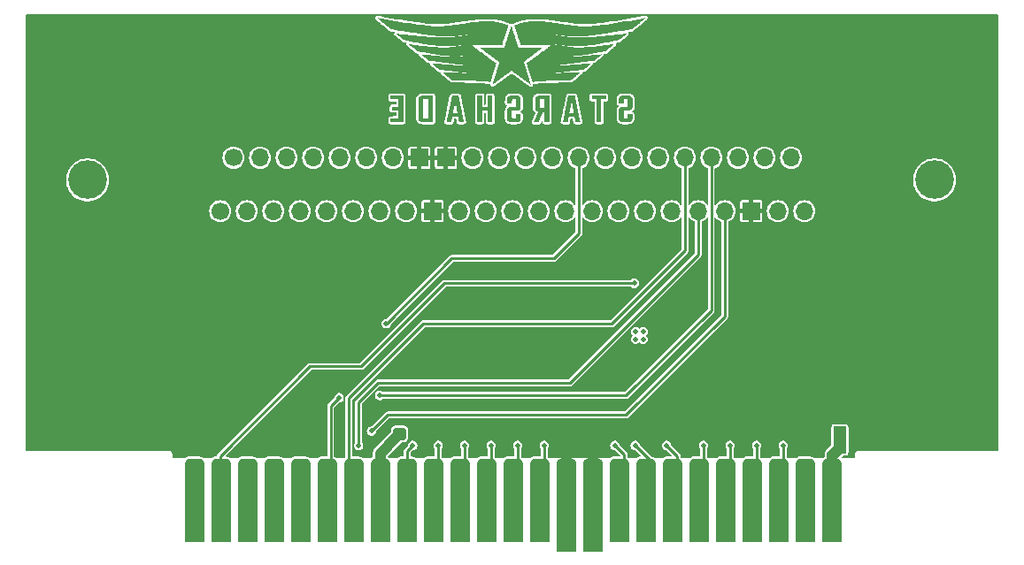
<source format=gbl>
G04 #@! TF.GenerationSoftware,KiCad,Pcbnew,8.0.2*
G04 #@! TF.CreationDate,2024-05-08T12:07:27-04:00*
G04 #@! TF.ProjectId,SMS-to-GG,534d532d-746f-42d4-9747-2e6b69636164,4*
G04 #@! TF.SameCoordinates,Original*
G04 #@! TF.FileFunction,Copper,L4,Bot*
G04 #@! TF.FilePolarity,Positive*
%FSLAX46Y46*%
G04 Gerber Fmt 4.6, Leading zero omitted, Abs format (unit mm)*
G04 Created by KiCad (PCBNEW 8.0.2) date 2024-05-08 12:07:27*
%MOMM*%
%LPD*%
G01*
G04 APERTURE LIST*
G04 Aperture macros list*
%AMFreePoly0*
4,1,17,-0.910000,3.545000,-0.902068,3.629590,-0.857273,3.757607,-0.776734,3.866734,-0.667607,3.947273,-0.539590,3.992068,-0.455000,4.000000,0.455000,4.000000,0.539590,3.992068,0.667607,3.947273,0.776734,3.866734,0.857273,3.757607,0.902068,3.629590,0.910000,3.545000,0.910000,-4.000000,-0.910000,-4.000000,-0.910000,3.545000,-0.910000,3.545000,$1*%
%AMFreePoly1*
4,1,17,-0.910000,3.995000,-0.902068,4.079590,-0.857273,4.207607,-0.776734,4.316734,-0.667607,4.397273,-0.539590,4.442068,-0.455000,4.450000,0.455000,4.450000,0.539590,4.442068,0.667607,4.397273,0.776734,4.316734,0.857273,4.207607,0.902068,4.079590,0.910000,3.995000,0.910000,-4.450000,-0.910000,-4.450000,-0.910000,3.995000,-0.910000,3.995000,$1*%
G04 Aperture macros list end*
G04 #@! TA.AperFunction,EtchedComponent*
%ADD10C,0.000000*%
G04 #@! TD*
G04 #@! TA.AperFunction,ConnectorPad*
%ADD11FreePoly0,0.000000*%
G04 #@! TD*
G04 #@! TA.AperFunction,ConnectorPad*
%ADD12FreePoly1,0.000000*%
G04 #@! TD*
G04 #@! TA.AperFunction,WasherPad*
%ADD13C,3.700000*%
G04 #@! TD*
G04 #@! TA.AperFunction,ComponentPad*
%ADD14C,1.700000*%
G04 #@! TD*
G04 #@! TA.AperFunction,ComponentPad*
%ADD15O,1.700000X1.700000*%
G04 #@! TD*
G04 #@! TA.AperFunction,ComponentPad*
%ADD16R,1.700000X1.700000*%
G04 #@! TD*
G04 #@! TA.AperFunction,ViaPad*
%ADD17C,0.500000*%
G04 #@! TD*
G04 #@! TA.AperFunction,ViaPad*
%ADD18C,0.800000*%
G04 #@! TD*
G04 #@! TA.AperFunction,ViaPad*
%ADD19C,1.500000*%
G04 #@! TD*
G04 #@! TA.AperFunction,Conductor*
%ADD20C,0.500000*%
G04 #@! TD*
G04 #@! TA.AperFunction,Conductor*
%ADD21C,1.000000*%
G04 #@! TD*
G04 #@! TA.AperFunction,Conductor*
%ADD22C,0.250000*%
G04 #@! TD*
G04 APERTURE END LIST*
D10*
G04 #@! TA.AperFunction,EtchedComponent*
G04 #@! TO.C,G\u002A\u002A\u002A*
G36*
X159624616Y-95580233D02*
G01*
X159182764Y-95580233D01*
X159182764Y-97770000D01*
X158714921Y-97770000D01*
X158714921Y-95580404D01*
X158492370Y-95578694D01*
X158269820Y-95576984D01*
X158268091Y-95399918D01*
X158266362Y-95222853D01*
X159624616Y-95222853D01*
X159624616Y-95580233D01*
G37*
G04 #@! TD.AperFunction*
G04 #@! TA.AperFunction,EtchedComponent*
G36*
X147779080Y-96327483D02*
G01*
X148305404Y-96327483D01*
X148305404Y-95222853D01*
X148766750Y-95222853D01*
X148766750Y-97770000D01*
X148305404Y-97770000D01*
X148305404Y-96684863D01*
X147779080Y-96684863D01*
X147779080Y-97770000D01*
X147311237Y-97770000D01*
X147311237Y-95222853D01*
X147779080Y-95222853D01*
X147779080Y-96327483D01*
G37*
G04 #@! TD.AperFunction*
G04 #@! TA.AperFunction,EtchedComponent*
G36*
X140235105Y-97770000D02*
G01*
X138987313Y-97770000D01*
X138989042Y-97592934D01*
X138990771Y-97415869D01*
X139379016Y-97414193D01*
X139767261Y-97412518D01*
X139767261Y-96646001D01*
X139140221Y-96642627D01*
X139140221Y-96285247D01*
X139767261Y-96281873D01*
X139767261Y-95580339D01*
X139395261Y-95578662D01*
X139023260Y-95576984D01*
X139021531Y-95399918D01*
X139019803Y-95222853D01*
X140235105Y-95222853D01*
X140235105Y-97770000D01*
G37*
G04 #@! TD.AperFunction*
G04 #@! TA.AperFunction,EtchedComponent*
G36*
X143068157Y-97770488D02*
G01*
X142520715Y-97768484D01*
X142459308Y-97768257D01*
X142369836Y-97767909D01*
X142291915Y-97767565D01*
X142224652Y-97767199D01*
X142167153Y-97766788D01*
X142118524Y-97766309D01*
X142077873Y-97765736D01*
X142044306Y-97765047D01*
X142016930Y-97764216D01*
X141994852Y-97763220D01*
X141977178Y-97762036D01*
X141963015Y-97760638D01*
X141951470Y-97759004D01*
X141941649Y-97757108D01*
X141932659Y-97754928D01*
X141923607Y-97752438D01*
X141888447Y-97741326D01*
X141827877Y-97714874D01*
X141777572Y-97681509D01*
X141736563Y-97640354D01*
X141703877Y-97590531D01*
X141678544Y-97531166D01*
X141661378Y-97480847D01*
X141661378Y-96497865D01*
X142125157Y-96497865D01*
X142125248Y-96591583D01*
X142125434Y-96684378D01*
X142125716Y-96775324D01*
X142126092Y-96863496D01*
X142126562Y-96947968D01*
X142127126Y-97027816D01*
X142127783Y-97102114D01*
X142128533Y-97169936D01*
X142129376Y-97230359D01*
X142130312Y-97282455D01*
X142131339Y-97325301D01*
X142132457Y-97357970D01*
X142133667Y-97379538D01*
X142134967Y-97389080D01*
X142135793Y-97390980D01*
X142148793Y-97408770D01*
X142170836Y-97421360D01*
X142170959Y-97421409D01*
X142180307Y-97424497D01*
X142192121Y-97426943D01*
X142207904Y-97428818D01*
X142229161Y-97430193D01*
X142257396Y-97431140D01*
X142294114Y-97431728D01*
X142340818Y-97432029D01*
X142399012Y-97432113D01*
X142600313Y-97432113D01*
X142600313Y-95560073D01*
X142389598Y-95562031D01*
X142362726Y-95562285D01*
X142309943Y-95562850D01*
X142268091Y-95563472D01*
X142235735Y-95564248D01*
X142211436Y-95565276D01*
X142193760Y-95566653D01*
X142181270Y-95568477D01*
X142172529Y-95570846D01*
X142166101Y-95573858D01*
X142160549Y-95577610D01*
X142160423Y-95577705D01*
X142145184Y-95591885D01*
X142134190Y-95606851D01*
X142134132Y-95606976D01*
X142132845Y-95616472D01*
X142131658Y-95637999D01*
X142130572Y-95670630D01*
X142129587Y-95713441D01*
X142128701Y-95765506D01*
X142127915Y-95825900D01*
X142127228Y-95893698D01*
X142126639Y-95967974D01*
X142126149Y-96047803D01*
X142125756Y-96132261D01*
X142125461Y-96220421D01*
X142125264Y-96311359D01*
X142125162Y-96404148D01*
X142125157Y-96497865D01*
X141661378Y-96497865D01*
X141661378Y-95512006D01*
X141679529Y-95458400D01*
X141682532Y-95449863D01*
X141710073Y-95391711D01*
X141747084Y-95342255D01*
X141793667Y-95301419D01*
X141849927Y-95269128D01*
X141915963Y-95245309D01*
X141991880Y-95229885D01*
X142003756Y-95228771D01*
X142030897Y-95227413D01*
X142070544Y-95226224D01*
X142122415Y-95225208D01*
X142186230Y-95224370D01*
X142261706Y-95223711D01*
X142348564Y-95223237D01*
X142446522Y-95222949D01*
X142555299Y-95222853D01*
X143068157Y-95222853D01*
X143068157Y-95560073D01*
X143068157Y-97770488D01*
G37*
G04 #@! TD.AperFunction*
G04 #@! TA.AperFunction,EtchedComponent*
G36*
X154211928Y-97770000D02*
G01*
X153750582Y-97770000D01*
X153750582Y-96775833D01*
X153597083Y-96775833D01*
X153403182Y-97272917D01*
X153209280Y-97770000D01*
X152960105Y-97770000D01*
X152949014Y-97769998D01*
X152894278Y-97769921D01*
X152844108Y-97769742D01*
X152799910Y-97769475D01*
X152763089Y-97769132D01*
X152735048Y-97768725D01*
X152717194Y-97768267D01*
X152710930Y-97767770D01*
X152711650Y-97765877D01*
X152716679Y-97753624D01*
X152726190Y-97730765D01*
X152739810Y-97698189D01*
X152757166Y-97656785D01*
X152777885Y-97607440D01*
X152801594Y-97551044D01*
X152827919Y-97488484D01*
X152856487Y-97420651D01*
X152886925Y-97348431D01*
X152918860Y-97272714D01*
X152935872Y-97232369D01*
X152967094Y-97158193D01*
X152996618Y-97087881D01*
X153024070Y-97022335D01*
X153049077Y-96962453D01*
X153071263Y-96909138D01*
X153090255Y-96863288D01*
X153105678Y-96825804D01*
X153117158Y-96797586D01*
X153124320Y-96779536D01*
X153126791Y-96772553D01*
X153126403Y-96771513D01*
X153117958Y-96765658D01*
X153100730Y-96758085D01*
X153077718Y-96750162D01*
X153056716Y-96743092D01*
X152997742Y-96715107D01*
X152947935Y-96677913D01*
X152907290Y-96631503D01*
X152875799Y-96575870D01*
X152853457Y-96511008D01*
X152851844Y-96504485D01*
X152849634Y-96494243D01*
X152847742Y-96482922D01*
X152846144Y-96469530D01*
X152844817Y-96453072D01*
X152843735Y-96432557D01*
X152842874Y-96406990D01*
X152842211Y-96375379D01*
X152841719Y-96336731D01*
X152841377Y-96290053D01*
X152841157Y-96234352D01*
X152841038Y-96168634D01*
X152840993Y-96091907D01*
X152840999Y-96005841D01*
X153302232Y-96005841D01*
X153302234Y-96050343D01*
X153302286Y-96125396D01*
X153302478Y-96188995D01*
X153302904Y-96242149D01*
X153303655Y-96285867D01*
X153304826Y-96321159D01*
X153306507Y-96349034D01*
X153308793Y-96370501D01*
X153311776Y-96386571D01*
X153315548Y-96398251D01*
X153320202Y-96406551D01*
X153325831Y-96412482D01*
X153332528Y-96417052D01*
X153340384Y-96421270D01*
X153345924Y-96423616D01*
X153355732Y-96426107D01*
X153369822Y-96428025D01*
X153389646Y-96429441D01*
X153416656Y-96430422D01*
X153452304Y-96431038D01*
X153498043Y-96431357D01*
X153555324Y-96431448D01*
X153750582Y-96431448D01*
X153750582Y-95580233D01*
X153558687Y-95580233D01*
X153548319Y-95580236D01*
X153492174Y-95580399D01*
X153447375Y-95580856D01*
X153412506Y-95581670D01*
X153386153Y-95582903D01*
X153366899Y-95584618D01*
X153353328Y-95586878D01*
X153344025Y-95589746D01*
X153337767Y-95592384D01*
X153330102Y-95596166D01*
X153323627Y-95600956D01*
X153318241Y-95607752D01*
X153313845Y-95617553D01*
X153310337Y-95631358D01*
X153307618Y-95650167D01*
X153305587Y-95674978D01*
X153304144Y-95706791D01*
X153303188Y-95746604D01*
X153302619Y-95795416D01*
X153302337Y-95854227D01*
X153302242Y-95924035D01*
X153302232Y-96005841D01*
X152840999Y-96005841D01*
X152840999Y-96003177D01*
X152841004Y-95982677D01*
X152841050Y-95892091D01*
X152841179Y-95813306D01*
X152841458Y-95745332D01*
X152841952Y-95687180D01*
X152842729Y-95637861D01*
X152843855Y-95596387D01*
X152845395Y-95561769D01*
X152847417Y-95533016D01*
X152849988Y-95509142D01*
X152853172Y-95489156D01*
X152857037Y-95472069D01*
X152861650Y-95456894D01*
X152867076Y-95442640D01*
X152873382Y-95428319D01*
X152880634Y-95412942D01*
X152900233Y-95378174D01*
X152937333Y-95333131D01*
X152984473Y-95295453D01*
X153042071Y-95264828D01*
X153110546Y-95240943D01*
X153114481Y-95239853D01*
X153123875Y-95237372D01*
X153133400Y-95235213D01*
X153143975Y-95233349D01*
X153156518Y-95231753D01*
X153171949Y-95230400D01*
X153191186Y-95229262D01*
X153215148Y-95228314D01*
X153244755Y-95227528D01*
X153280925Y-95226879D01*
X153324576Y-95226340D01*
X153376629Y-95225885D01*
X153438002Y-95225487D01*
X153509613Y-95225120D01*
X153592382Y-95224758D01*
X153687228Y-95224374D01*
X154211928Y-95222279D01*
X154211928Y-96431448D01*
X154211928Y-97770000D01*
G37*
G04 #@! TD.AperFunction*
G04 #@! TA.AperFunction,EtchedComponent*
G36*
X145860139Y-96892868D02*
G01*
X145882731Y-97005068D01*
X145904259Y-97111928D01*
X145924598Y-97212834D01*
X145943623Y-97307167D01*
X145961210Y-97394311D01*
X145977234Y-97473649D01*
X145991571Y-97544565D01*
X146004097Y-97606440D01*
X146014686Y-97658659D01*
X146023214Y-97700604D01*
X146029557Y-97731659D01*
X146033591Y-97751206D01*
X146035190Y-97758629D01*
X146035531Y-97760851D01*
X146034207Y-97763418D01*
X146029688Y-97765457D01*
X146020748Y-97767026D01*
X146006163Y-97768188D01*
X145984707Y-97769002D01*
X145955156Y-97769530D01*
X145916284Y-97769832D01*
X145866866Y-97769968D01*
X145805678Y-97770000D01*
X145572818Y-97770000D01*
X145538195Y-97560445D01*
X145534194Y-97536271D01*
X145525379Y-97483252D01*
X145516930Y-97432763D01*
X145509195Y-97386863D01*
X145502522Y-97347610D01*
X145497258Y-97317064D01*
X145493752Y-97297283D01*
X145483932Y-97243676D01*
X144927456Y-97243676D01*
X144920490Y-97277790D01*
X144919017Y-97285271D01*
X144914934Y-97306778D01*
X144909078Y-97338164D01*
X144901780Y-97377620D01*
X144893377Y-97423340D01*
X144884201Y-97473513D01*
X144874587Y-97526332D01*
X144868158Y-97561677D01*
X144859129Y-97611121D01*
X144850919Y-97655856D01*
X144843825Y-97694265D01*
X144838147Y-97724732D01*
X144834184Y-97745642D01*
X144832234Y-97755380D01*
X144828820Y-97770000D01*
X144360976Y-97770000D01*
X144364691Y-97755198D01*
X144364943Y-97754093D01*
X144367457Y-97742447D01*
X144372477Y-97718893D01*
X144379875Y-97684048D01*
X144389521Y-97638525D01*
X144401284Y-97582939D01*
X144415036Y-97517906D01*
X144430645Y-97444041D01*
X144447983Y-97361958D01*
X144466919Y-97272272D01*
X144487323Y-97175598D01*
X144509066Y-97072552D01*
X144532018Y-96963747D01*
X144546982Y-96892794D01*
X144990104Y-96892794D01*
X145205237Y-96892794D01*
X145234154Y-96892774D01*
X145289899Y-96892570D01*
X145334179Y-96892116D01*
X145368052Y-96891369D01*
X145392574Y-96890291D01*
X145408803Y-96888842D01*
X145417795Y-96886982D01*
X145420606Y-96884671D01*
X145420332Y-96881435D01*
X145418207Y-96866346D01*
X145414138Y-96840379D01*
X145408314Y-96804609D01*
X145400923Y-96760115D01*
X145392152Y-96707972D01*
X145382188Y-96649257D01*
X145371219Y-96585048D01*
X145359434Y-96516421D01*
X145347019Y-96444452D01*
X145334163Y-96370219D01*
X145321052Y-96294799D01*
X145307876Y-96219267D01*
X145294821Y-96144701D01*
X145282074Y-96072179D01*
X145269825Y-96002775D01*
X145258260Y-95937568D01*
X145247566Y-95877634D01*
X145237933Y-95824049D01*
X145229547Y-95777892D01*
X145222596Y-95740237D01*
X145217267Y-95712163D01*
X145213749Y-95694746D01*
X145212229Y-95689062D01*
X145212156Y-95689199D01*
X145210203Y-95697399D01*
X145206141Y-95717395D01*
X145200138Y-95748281D01*
X145192362Y-95789151D01*
X145182982Y-95839100D01*
X145172168Y-95897223D01*
X145160086Y-95962614D01*
X145146907Y-96034367D01*
X145132798Y-96111578D01*
X145117927Y-96193340D01*
X145102465Y-96278749D01*
X145101202Y-96285740D01*
X145085763Y-96371158D01*
X145070949Y-96453039D01*
X145056927Y-96530460D01*
X145043865Y-96602493D01*
X145031932Y-96668215D01*
X145021297Y-96726699D01*
X145012127Y-96777021D01*
X145004590Y-96818254D01*
X144998856Y-96849475D01*
X144995092Y-96869756D01*
X144993466Y-96878174D01*
X144990104Y-96892794D01*
X144546982Y-96892794D01*
X144556049Y-96849800D01*
X144581028Y-96731324D01*
X144606827Y-96608936D01*
X144633315Y-96483249D01*
X144898223Y-95226101D01*
X145522895Y-95222729D01*
X145526570Y-95237411D01*
X145526731Y-95238127D01*
X145528956Y-95248833D01*
X145533585Y-95271514D01*
X145540495Y-95305549D01*
X145549560Y-95350321D01*
X145560656Y-95405211D01*
X145573658Y-95469598D01*
X145588441Y-95542864D01*
X145604880Y-95624391D01*
X145622850Y-95713558D01*
X145642228Y-95809748D01*
X145662887Y-95912340D01*
X145684703Y-96020716D01*
X145707552Y-96134256D01*
X145731308Y-96252342D01*
X145755846Y-96374355D01*
X145781043Y-96499675D01*
X145787221Y-96530410D01*
X145812260Y-96654923D01*
X145836607Y-96775948D01*
X145858489Y-96884671D01*
X145860139Y-96892868D01*
G37*
G04 #@! TD.AperFunction*
G04 #@! TA.AperFunction,EtchedComponent*
G36*
X157000433Y-96947438D02*
G01*
X157020988Y-97049439D01*
X157040776Y-97147595D01*
X157059648Y-97241166D01*
X157077456Y-97329412D01*
X157094049Y-97411593D01*
X157109279Y-97486969D01*
X157122997Y-97554799D01*
X157135055Y-97614343D01*
X157145303Y-97664862D01*
X157153593Y-97705615D01*
X157159775Y-97735862D01*
X157163701Y-97754863D01*
X157165221Y-97761878D01*
X157163940Y-97763851D01*
X157156969Y-97765699D01*
X157143148Y-97767164D01*
X157121452Y-97768282D01*
X157090859Y-97769088D01*
X157050343Y-97769619D01*
X156998881Y-97769911D01*
X156935448Y-97770000D01*
X156702865Y-97770000D01*
X156669447Y-97573441D01*
X156667758Y-97563509D01*
X156658787Y-97510640D01*
X156650034Y-97458923D01*
X156641892Y-97410690D01*
X156634756Y-97368272D01*
X156629016Y-97334002D01*
X156625068Y-97310211D01*
X156614109Y-97243540D01*
X156334572Y-97245232D01*
X156055035Y-97246925D01*
X156010984Y-97487345D01*
X156010406Y-97490504D01*
X156000341Y-97545441D01*
X155990900Y-97596975D01*
X155982372Y-97643542D01*
X155975040Y-97683580D01*
X155969193Y-97715525D01*
X155965115Y-97737813D01*
X155963094Y-97748882D01*
X155959254Y-97770000D01*
X155724869Y-97770000D01*
X155677798Y-97769984D01*
X155625298Y-97769879D01*
X155583655Y-97769626D01*
X155551647Y-97769163D01*
X155528049Y-97768432D01*
X155511638Y-97767370D01*
X155501191Y-97765920D01*
X155495483Y-97764019D01*
X155493292Y-97761609D01*
X155493395Y-97758629D01*
X155493665Y-97757432D01*
X155496193Y-97745675D01*
X155501223Y-97722030D01*
X155508628Y-97687107D01*
X155518277Y-97641518D01*
X155530042Y-97585874D01*
X155543793Y-97520787D01*
X155559403Y-97446869D01*
X155576741Y-97364731D01*
X155595678Y-97274984D01*
X155616086Y-97178239D01*
X155637836Y-97075110D01*
X155660798Y-96966205D01*
X155677985Y-96884671D01*
X156122465Y-96884671D01*
X156122975Y-96885772D01*
X156128293Y-96887876D01*
X156140252Y-96889546D01*
X156159911Y-96890822D01*
X156188327Y-96891745D01*
X156226561Y-96892354D01*
X156275671Y-96892691D01*
X156336716Y-96892794D01*
X156384631Y-96892720D01*
X156438801Y-96892369D01*
X156481351Y-96891705D01*
X156513070Y-96890701D01*
X156534749Y-96889330D01*
X156547177Y-96887563D01*
X156551145Y-96885374D01*
X156551030Y-96884203D01*
X156549271Y-96872511D01*
X156545536Y-96849480D01*
X156540012Y-96816209D01*
X156532890Y-96773794D01*
X156524358Y-96723335D01*
X156514605Y-96665928D01*
X156503822Y-96602671D01*
X156492196Y-96534662D01*
X156479916Y-96462998D01*
X156467173Y-96388778D01*
X156454155Y-96313098D01*
X156441051Y-96237057D01*
X156428051Y-96161753D01*
X156415342Y-96088282D01*
X156403115Y-96017743D01*
X156391559Y-95951234D01*
X156380863Y-95889851D01*
X156371215Y-95834694D01*
X156362806Y-95786859D01*
X156355823Y-95747443D01*
X156350456Y-95717546D01*
X156346895Y-95698264D01*
X156345328Y-95690696D01*
X156344753Y-95692109D01*
X156342013Y-95704015D01*
X156337246Y-95727036D01*
X156330653Y-95760102D01*
X156322432Y-95802146D01*
X156312784Y-95852097D01*
X156301908Y-95908886D01*
X156290003Y-95971445D01*
X156277269Y-96038705D01*
X156263905Y-96109595D01*
X156250111Y-96183048D01*
X156236088Y-96257994D01*
X156222033Y-96333365D01*
X156208147Y-96408090D01*
X156194629Y-96481101D01*
X156181679Y-96551329D01*
X156169496Y-96617705D01*
X156158280Y-96679159D01*
X156148231Y-96734624D01*
X156139548Y-96783028D01*
X156132430Y-96823305D01*
X156127077Y-96854383D01*
X156123689Y-96875195D01*
X156122465Y-96884671D01*
X155677985Y-96884671D01*
X155684843Y-96852139D01*
X155709842Y-96733521D01*
X155735667Y-96610963D01*
X155762188Y-96485077D01*
X156028070Y-95222895D01*
X156341590Y-95222874D01*
X156346120Y-95222874D01*
X156408312Y-95222960D01*
X156466275Y-95223192D01*
X156518756Y-95223555D01*
X156564504Y-95224033D01*
X156602265Y-95224611D01*
X156630789Y-95225272D01*
X156648821Y-95226003D01*
X156655110Y-95226786D01*
X156655321Y-95228056D01*
X156657583Y-95239827D01*
X156662205Y-95263295D01*
X156669040Y-95297721D01*
X156677936Y-95342365D01*
X156688746Y-95396486D01*
X156701321Y-95459345D01*
X156715512Y-95530202D01*
X156731169Y-95608315D01*
X156748145Y-95692946D01*
X156766289Y-95783354D01*
X156785453Y-95878798D01*
X156805489Y-95978539D01*
X156826246Y-96081837D01*
X156847577Y-96187951D01*
X156869332Y-96296141D01*
X156891363Y-96405668D01*
X156913520Y-96515791D01*
X156935654Y-96625769D01*
X156957617Y-96734863D01*
X156979260Y-96842333D01*
X156987930Y-96885374D01*
X157000433Y-96947438D01*
G37*
G04 #@! TD.AperFunction*
G04 #@! TA.AperFunction,EtchedComponent*
G36*
X161585283Y-95226369D02*
G01*
X161647869Y-95226453D01*
X161699940Y-95226646D01*
X161742697Y-95226991D01*
X161777343Y-95227532D01*
X161805077Y-95228313D01*
X161827102Y-95229377D01*
X161844619Y-95230770D01*
X161858829Y-95232534D01*
X161870934Y-95234713D01*
X161882136Y-95237351D01*
X161893634Y-95240491D01*
X161927409Y-95250935D01*
X161976235Y-95270658D01*
X162017350Y-95294412D01*
X162054037Y-95323903D01*
X162057570Y-95327226D01*
X162095656Y-95371776D01*
X162124879Y-95424506D01*
X162145932Y-95486638D01*
X162147868Y-95494485D01*
X162150234Y-95505522D01*
X162152232Y-95517623D01*
X162153893Y-95531871D01*
X162155247Y-95549352D01*
X162156325Y-95571150D01*
X162157159Y-95598351D01*
X162157780Y-95632038D01*
X162158218Y-95673297D01*
X162158505Y-95723212D01*
X162158672Y-95782869D01*
X162158749Y-95853352D01*
X162158768Y-95935746D01*
X162158764Y-95967283D01*
X162158695Y-96047025D01*
X162158524Y-96115197D01*
X162158226Y-96172850D01*
X162157777Y-96221035D01*
X162157153Y-96260801D01*
X162156328Y-96293200D01*
X162155278Y-96319280D01*
X162153978Y-96340093D01*
X162152405Y-96356689D01*
X162150533Y-96370119D01*
X162148337Y-96381432D01*
X162132176Y-96436512D01*
X162104320Y-96494321D01*
X162067129Y-96543126D01*
X162020478Y-96583054D01*
X161964238Y-96614238D01*
X161898282Y-96636806D01*
X161895765Y-96637434D01*
X161881663Y-96640267D01*
X161863934Y-96642660D01*
X161841240Y-96644682D01*
X161812243Y-96646400D01*
X161775605Y-96647883D01*
X161729986Y-96649198D01*
X161674048Y-96650413D01*
X161606453Y-96651596D01*
X161584057Y-96651957D01*
X161520719Y-96653042D01*
X161468783Y-96654177D01*
X161427037Y-96655559D01*
X161394271Y-96657386D01*
X161369272Y-96659856D01*
X161350829Y-96663167D01*
X161337730Y-96667516D01*
X161328762Y-96673102D01*
X161322716Y-96680122D01*
X161318378Y-96688775D01*
X161314537Y-96699257D01*
X161312913Y-96708971D01*
X161311287Y-96732279D01*
X161309952Y-96768371D01*
X161308911Y-96817136D01*
X161308167Y-96878460D01*
X161307722Y-96952232D01*
X161307577Y-97038340D01*
X161307588Y-97088463D01*
X161307649Y-97153106D01*
X161307803Y-97206665D01*
X161308093Y-97250283D01*
X161308564Y-97285105D01*
X161309259Y-97312274D01*
X161310221Y-97332936D01*
X161311494Y-97348234D01*
X161313123Y-97359312D01*
X161315150Y-97367314D01*
X161317620Y-97373385D01*
X161320576Y-97378668D01*
X161321921Y-97380770D01*
X161335897Y-97396556D01*
X161351128Y-97406631D01*
X161360833Y-97408510D01*
X161383289Y-97410242D01*
X161416045Y-97411321D01*
X161457628Y-97411702D01*
X161506565Y-97411343D01*
X161545975Y-97410752D01*
X161582121Y-97410029D01*
X161608652Y-97409081D01*
X161627400Y-97407698D01*
X161640196Y-97405669D01*
X161648871Y-97402784D01*
X161655257Y-97398834D01*
X161661186Y-97393609D01*
X161661647Y-97393169D01*
X161675129Y-97375301D01*
X161684401Y-97354622D01*
X161685463Y-97348695D01*
X161687197Y-97329266D01*
X161688685Y-97300228D01*
X161689850Y-97263743D01*
X161690610Y-97221971D01*
X161690888Y-97177074D01*
X161690925Y-97022750D01*
X162153162Y-97022750D01*
X162151010Y-97251799D01*
X162148859Y-97480847D01*
X162130809Y-97532124D01*
X162126070Y-97544920D01*
X162104133Y-97592666D01*
X162078183Y-97634636D01*
X162050368Y-97667223D01*
X162033450Y-97681655D01*
X161991474Y-97708777D01*
X161941442Y-97732313D01*
X161886592Y-97750854D01*
X161830163Y-97762992D01*
X161829975Y-97763019D01*
X161815511Y-97764154D01*
X161789537Y-97765159D01*
X161753505Y-97766018D01*
X161708864Y-97766712D01*
X161657067Y-97767223D01*
X161599564Y-97767533D01*
X161537808Y-97767623D01*
X161473248Y-97767476D01*
X161436823Y-97767320D01*
X161369674Y-97766987D01*
X161313674Y-97766602D01*
X161267573Y-97766113D01*
X161230122Y-97765469D01*
X161200070Y-97764618D01*
X161176169Y-97763508D01*
X161157169Y-97762088D01*
X161141820Y-97760306D01*
X161128873Y-97758111D01*
X161117079Y-97755450D01*
X161105188Y-97752274D01*
X161039267Y-97728962D01*
X160983468Y-97698487D01*
X160937147Y-97660443D01*
X160915434Y-97636432D01*
X160889428Y-97598189D01*
X160869022Y-97553626D01*
X160852508Y-97499497D01*
X160851025Y-97493523D01*
X160848583Y-97482790D01*
X160846512Y-97471584D01*
X160844786Y-97458862D01*
X160843381Y-97443579D01*
X160842272Y-97424694D01*
X160841435Y-97401161D01*
X160840844Y-97371938D01*
X160840474Y-97335980D01*
X160840301Y-97292246D01*
X160840301Y-97239689D01*
X160840448Y-97177269D01*
X160840717Y-97103939D01*
X160841084Y-97018658D01*
X160842988Y-96590645D01*
X160860942Y-96537617D01*
X160870113Y-96513080D01*
X160898309Y-96458791D01*
X160934764Y-96413649D01*
X160980222Y-96377001D01*
X161035427Y-96348191D01*
X161101123Y-96326568D01*
X161106375Y-96325248D01*
X161121435Y-96321850D01*
X161137298Y-96319056D01*
X161155487Y-96316776D01*
X161177527Y-96314918D01*
X161204942Y-96313390D01*
X161239255Y-96312103D01*
X161281992Y-96310964D01*
X161334675Y-96309883D01*
X161398829Y-96308768D01*
X161414979Y-96308501D01*
X161478504Y-96307400D01*
X161530561Y-96306261D01*
X161572394Y-96304869D01*
X161605247Y-96303011D01*
X161630362Y-96300472D01*
X161648984Y-96297038D01*
X161662356Y-96292496D01*
X161671722Y-96286631D01*
X161678326Y-96279229D01*
X161683410Y-96270077D01*
X161688219Y-96258959D01*
X161689934Y-96251507D01*
X161692088Y-96231035D01*
X161693925Y-96200407D01*
X161695444Y-96161278D01*
X161696645Y-96115300D01*
X161697527Y-96064126D01*
X161698088Y-96009411D01*
X161698328Y-95952806D01*
X161698246Y-95895967D01*
X161697841Y-95840545D01*
X161697112Y-95788195D01*
X161696058Y-95740570D01*
X161694678Y-95699322D01*
X161692971Y-95666107D01*
X161690936Y-95642575D01*
X161688573Y-95630382D01*
X161687091Y-95626904D01*
X161680505Y-95612931D01*
X161673171Y-95602316D01*
X161663338Y-95594567D01*
X161649258Y-95589188D01*
X161629180Y-95585685D01*
X161601356Y-95583566D01*
X161564035Y-95582335D01*
X161515468Y-95581498D01*
X161512275Y-95581452D01*
X161464939Y-95580958D01*
X161428631Y-95581067D01*
X161401502Y-95581873D01*
X161381703Y-95583467D01*
X161367387Y-95585941D01*
X161356704Y-95589387D01*
X161344940Y-95595008D01*
X161335402Y-95602043D01*
X161328049Y-95611850D01*
X161322599Y-95625891D01*
X161318771Y-95645625D01*
X161316284Y-95672513D01*
X161314856Y-95708014D01*
X161314205Y-95753589D01*
X161314051Y-95810697D01*
X161314051Y-95976600D01*
X160845190Y-95976600D01*
X160847932Y-95747552D01*
X160848296Y-95718163D01*
X160849222Y-95656816D01*
X160850402Y-95606242D01*
X160852041Y-95564877D01*
X160854350Y-95531155D01*
X160857534Y-95503512D01*
X160861803Y-95480384D01*
X160867364Y-95460206D01*
X160874425Y-95441413D01*
X160883194Y-95422441D01*
X160893879Y-95401725D01*
X160909889Y-95374908D01*
X160946606Y-95330704D01*
X160992677Y-95293992D01*
X161048848Y-95264233D01*
X161115867Y-95240884D01*
X161117985Y-95240293D01*
X161129688Y-95237159D01*
X161141117Y-95234534D01*
X161153479Y-95232372D01*
X161167979Y-95230628D01*
X161185825Y-95229258D01*
X161208222Y-95228217D01*
X161236376Y-95227459D01*
X161271495Y-95226940D01*
X161314784Y-95226615D01*
X161367450Y-95226438D01*
X161430699Y-95226365D01*
X161505737Y-95226350D01*
X161510980Y-95226350D01*
X161585283Y-95226369D01*
G37*
G04 #@! TD.AperFunction*
G04 #@! TA.AperFunction,EtchedComponent*
G36*
X150880328Y-95226127D02*
G01*
X150944972Y-95226246D01*
X150998905Y-95226499D01*
X151043367Y-95226925D01*
X151079601Y-95227563D01*
X151108846Y-95228453D01*
X151132344Y-95229634D01*
X151151336Y-95231146D01*
X151167063Y-95233027D01*
X151180767Y-95235318D01*
X151193688Y-95238058D01*
X151255574Y-95256301D01*
X151315259Y-95284225D01*
X151365214Y-95320467D01*
X151405895Y-95365446D01*
X151437758Y-95419579D01*
X151461259Y-95483285D01*
X151462716Y-95488667D01*
X151464919Y-95498389D01*
X151466788Y-95509684D01*
X151468352Y-95523591D01*
X151469636Y-95541148D01*
X151470667Y-95563393D01*
X151471473Y-95591366D01*
X151472081Y-95626103D01*
X151472518Y-95668644D01*
X151472811Y-95720028D01*
X151472986Y-95781291D01*
X151473072Y-95853474D01*
X151473094Y-95937613D01*
X151473091Y-95970940D01*
X151473043Y-96050671D01*
X151472917Y-96118836D01*
X151472687Y-96176470D01*
X151472327Y-96224612D01*
X151471810Y-96264298D01*
X151471111Y-96296566D01*
X151470203Y-96322452D01*
X151469060Y-96342994D01*
X151467655Y-96359229D01*
X151465964Y-96372194D01*
X151463959Y-96382925D01*
X151461614Y-96392461D01*
X151456847Y-96408987D01*
X151433185Y-96470080D01*
X151402319Y-96520929D01*
X151363377Y-96562517D01*
X151315483Y-96595828D01*
X151257766Y-96621845D01*
X151237408Y-96628693D01*
X151213205Y-96635343D01*
X151187039Y-96640669D01*
X151157335Y-96644807D01*
X151122517Y-96647890D01*
X151081011Y-96650054D01*
X151031241Y-96651433D01*
X150971631Y-96652161D01*
X150900607Y-96652374D01*
X150838307Y-96652461D01*
X150786999Y-96652846D01*
X150745993Y-96653715D01*
X150713936Y-96655253D01*
X150689475Y-96657645D01*
X150671257Y-96661078D01*
X150657929Y-96665734D01*
X150648139Y-96671801D01*
X150640532Y-96679463D01*
X150633756Y-96688906D01*
X150632779Y-96690461D01*
X150630233Y-96695595D01*
X150628116Y-96702485D01*
X150626388Y-96712254D01*
X150625011Y-96726028D01*
X150623944Y-96744929D01*
X150623150Y-96770081D01*
X150622587Y-96802610D01*
X150622219Y-96843638D01*
X150622004Y-96894290D01*
X150621904Y-96955689D01*
X150621879Y-97028960D01*
X150621886Y-97079555D01*
X150621969Y-97148286D01*
X150622230Y-97205798D01*
X150622774Y-97253170D01*
X150623701Y-97291484D01*
X150625116Y-97321821D01*
X150627119Y-97345263D01*
X150629815Y-97362890D01*
X150633306Y-97375782D01*
X150637694Y-97385022D01*
X150643083Y-97391690D01*
X150649574Y-97396867D01*
X150657270Y-97401635D01*
X150661139Y-97403685D01*
X150670423Y-97406969D01*
X150683453Y-97409358D01*
X150702077Y-97410985D01*
X150728146Y-97411982D01*
X150763509Y-97412482D01*
X150810017Y-97412620D01*
X150844955Y-97412685D01*
X150889532Y-97412451D01*
X150924782Y-97410688D01*
X150951797Y-97406123D01*
X150971667Y-97397482D01*
X150985485Y-97383492D01*
X150994342Y-97362882D01*
X150999331Y-97334377D01*
X151001543Y-97296705D01*
X151002069Y-97248593D01*
X151002002Y-97188767D01*
X151002002Y-97022750D01*
X151471007Y-97022750D01*
X151468102Y-97245301D01*
X151467999Y-97253072D01*
X151467089Y-97314122D01*
X151466096Y-97363829D01*
X151464941Y-97403673D01*
X151463544Y-97435138D01*
X151461824Y-97459704D01*
X151459700Y-97478855D01*
X151457093Y-97494073D01*
X151453921Y-97506838D01*
X151446254Y-97531075D01*
X151420027Y-97591304D01*
X151385917Y-97641988D01*
X151343289Y-97683670D01*
X151291508Y-97716894D01*
X151229940Y-97742202D01*
X151157950Y-97760138D01*
X151144811Y-97762156D01*
X151126475Y-97763996D01*
X151102971Y-97765462D01*
X151073182Y-97766576D01*
X151035990Y-97767362D01*
X150990275Y-97767843D01*
X150934922Y-97768043D01*
X150868810Y-97767982D01*
X150790822Y-97767686D01*
X150753565Y-97767502D01*
X150686559Y-97767125D01*
X150630685Y-97766703D01*
X150584693Y-97766182D01*
X150547331Y-97765512D01*
X150517351Y-97764638D01*
X150493500Y-97763509D01*
X150474528Y-97762071D01*
X150459184Y-97760273D01*
X150446219Y-97758061D01*
X150434380Y-97755382D01*
X150422418Y-97752185D01*
X150412596Y-97749382D01*
X150363394Y-97732784D01*
X150322986Y-97713665D01*
X150287798Y-97690066D01*
X150254258Y-97660031D01*
X150231862Y-97635818D01*
X150203528Y-97596352D01*
X150182111Y-97552115D01*
X150165406Y-97499118D01*
X150164467Y-97495330D01*
X150162290Y-97485020D01*
X150160436Y-97473058D01*
X150158878Y-97458415D01*
X150157592Y-97440057D01*
X150156552Y-97416955D01*
X150155732Y-97388076D01*
X150155108Y-97352389D01*
X150154655Y-97308864D01*
X150154346Y-97256468D01*
X150154157Y-97194171D01*
X150154062Y-97120940D01*
X150154036Y-97035746D01*
X150154039Y-96964800D01*
X150154102Y-96885488D01*
X150154312Y-96817289D01*
X150154758Y-96759150D01*
X150155528Y-96710018D01*
X150156711Y-96668840D01*
X150158395Y-96634562D01*
X150160668Y-96606132D01*
X150163620Y-96582496D01*
X150167338Y-96562602D01*
X150171911Y-96545395D01*
X150177427Y-96529822D01*
X150183975Y-96514831D01*
X150191644Y-96499369D01*
X150200522Y-96482381D01*
X150218041Y-96453049D01*
X150253441Y-96410733D01*
X150297503Y-96375999D01*
X150351304Y-96348066D01*
X150415920Y-96326152D01*
X150422578Y-96324391D01*
X150436581Y-96321139D01*
X150451674Y-96318468D01*
X150469345Y-96316289D01*
X150491082Y-96314514D01*
X150518374Y-96313057D01*
X150552708Y-96311828D01*
X150595574Y-96310740D01*
X150648458Y-96309706D01*
X150712848Y-96308638D01*
X150722743Y-96308482D01*
X150786897Y-96307433D01*
X150839491Y-96306387D01*
X150881783Y-96305164D01*
X150915032Y-96303580D01*
X150940497Y-96301456D01*
X150959436Y-96298610D01*
X150973109Y-96294859D01*
X150982774Y-96290023D01*
X150989690Y-96283919D01*
X150995116Y-96276367D01*
X151000310Y-96267185D01*
X151002419Y-96262840D01*
X151004742Y-96255942D01*
X151006648Y-96246527D01*
X151008177Y-96233429D01*
X151009369Y-96215486D01*
X151010266Y-96191532D01*
X151010909Y-96160404D01*
X151011337Y-96120937D01*
X151011593Y-96071967D01*
X151011716Y-96012331D01*
X151011748Y-95940862D01*
X151011750Y-95898798D01*
X151011714Y-95832270D01*
X151011522Y-95776979D01*
X151011050Y-95731791D01*
X151010177Y-95695574D01*
X151008779Y-95667196D01*
X151006734Y-95645525D01*
X151003917Y-95629427D01*
X151000207Y-95617770D01*
X150995481Y-95609422D01*
X150989614Y-95603250D01*
X150982486Y-95598122D01*
X150973971Y-95592905D01*
X150965966Y-95588653D01*
X150956443Y-95585435D01*
X150943576Y-95583158D01*
X150925434Y-95581662D01*
X150900088Y-95580789D01*
X150865608Y-95580382D01*
X150820063Y-95580282D01*
X150816334Y-95580282D01*
X150771762Y-95580392D01*
X150738103Y-95580812D01*
X150713415Y-95581705D01*
X150695760Y-95583232D01*
X150683195Y-95585558D01*
X150673781Y-95588845D01*
X150665577Y-95593256D01*
X150663360Y-95594676D01*
X150647754Y-95608332D01*
X150637962Y-95622895D01*
X150636547Y-95630748D01*
X150634947Y-95650780D01*
X150633591Y-95680413D01*
X150632542Y-95717764D01*
X150631866Y-95760947D01*
X150631626Y-95808080D01*
X150631626Y-95976600D01*
X150155609Y-95976600D01*
X150158977Y-95757299D01*
X150159769Y-95710514D01*
X150161164Y-95650166D01*
X150163003Y-95600139D01*
X150165499Y-95558828D01*
X150168869Y-95524628D01*
X150173327Y-95495935D01*
X150179089Y-95471144D01*
X150186370Y-95448650D01*
X150195385Y-95426850D01*
X150206349Y-95404139D01*
X150229025Y-95368651D01*
X150263087Y-95330807D01*
X150303306Y-95297419D01*
X150346174Y-95271806D01*
X150360323Y-95265099D01*
X150379702Y-95256417D01*
X150398298Y-95249129D01*
X150417365Y-95243112D01*
X150438155Y-95238244D01*
X150461922Y-95234405D01*
X150489916Y-95231472D01*
X150523391Y-95229324D01*
X150563599Y-95227840D01*
X150611793Y-95226897D01*
X150669225Y-95226374D01*
X150737148Y-95226149D01*
X150816814Y-95226101D01*
X150880328Y-95226127D01*
G37*
G04 #@! TD.AperFunction*
G04 #@! TA.AperFunction,EtchedComponent*
G36*
X149722696Y-90281256D02*
G01*
X149720424Y-90288407D01*
X149718481Y-90294522D01*
X149685539Y-90398217D01*
X149536754Y-90399967D01*
X149494686Y-90400410D01*
X149455005Y-90400555D01*
X149423315Y-90400109D01*
X149396916Y-90398875D01*
X149373103Y-90396661D01*
X149349175Y-90393270D01*
X149322429Y-90388507D01*
X149290163Y-90382178D01*
X149243642Y-90373260D01*
X149188835Y-90363485D01*
X149130389Y-90353688D01*
X149069799Y-90344071D01*
X149008559Y-90334836D01*
X148948166Y-90326185D01*
X148890113Y-90318320D01*
X148835898Y-90311443D01*
X148787014Y-90305758D01*
X148744957Y-90301465D01*
X148711223Y-90298767D01*
X148687305Y-90297866D01*
X148674701Y-90298964D01*
X148673984Y-90299522D01*
X148679771Y-90301587D01*
X148695254Y-90304028D01*
X148718016Y-90306431D01*
X148743208Y-90308890D01*
X148797275Y-90315293D01*
X148859339Y-90323786D01*
X148926371Y-90333903D01*
X148995343Y-90345178D01*
X149063226Y-90357145D01*
X149126993Y-90369339D01*
X149136230Y-90371193D01*
X149174629Y-90379005D01*
X149208033Y-90385967D01*
X149234502Y-90391664D01*
X149252098Y-90395679D01*
X149258883Y-90397598D01*
X149258883Y-90397680D01*
X149251717Y-90398439D01*
X149231809Y-90399251D01*
X149199391Y-90400111D01*
X149154691Y-90401017D01*
X149097939Y-90401968D01*
X149029364Y-90402959D01*
X148949195Y-90403990D01*
X148857662Y-90405056D01*
X148754995Y-90406156D01*
X148641422Y-90407287D01*
X148517174Y-90408446D01*
X148382479Y-90409631D01*
X148237567Y-90410839D01*
X148082668Y-90412069D01*
X147918011Y-90413316D01*
X147743825Y-90414578D01*
X147658267Y-90415195D01*
X147553024Y-90415981D01*
X147451954Y-90416766D01*
X147355792Y-90417542D01*
X147265275Y-90418303D01*
X147181136Y-90419042D01*
X147104111Y-90419751D01*
X147034935Y-90420424D01*
X146974344Y-90421054D01*
X146923072Y-90421633D01*
X146881855Y-90422156D01*
X146851427Y-90422613D01*
X146832525Y-90423000D01*
X146825883Y-90423308D01*
X146826006Y-90423465D01*
X146832729Y-90428796D01*
X146849354Y-90441430D01*
X146875409Y-90461017D01*
X146910422Y-90487205D01*
X146953920Y-90519645D01*
X147005431Y-90557986D01*
X147064482Y-90601878D01*
X147130601Y-90650969D01*
X147203315Y-90704910D01*
X147282152Y-90763350D01*
X147366640Y-90825938D01*
X147456305Y-90892324D01*
X147550677Y-90962158D01*
X147649281Y-91035089D01*
X147751646Y-91110766D01*
X147857300Y-91188839D01*
X147965769Y-91268958D01*
X147983253Y-91281869D01*
X148091468Y-91361791D01*
X148149011Y-91404297D01*
X148160158Y-91412531D01*
X148196879Y-91439656D01*
X148299009Y-91515110D01*
X148397379Y-91587798D01*
X148491510Y-91657367D01*
X148580924Y-91723464D01*
X148665144Y-91785734D01*
X148743691Y-91843823D01*
X148816086Y-91897379D01*
X148881852Y-91946047D01*
X148940510Y-91989473D01*
X148991582Y-92027304D01*
X149034589Y-92059185D01*
X149069054Y-92084764D01*
X149094499Y-92103685D01*
X149110444Y-92115597D01*
X149116412Y-92120144D01*
X149116883Y-92121178D01*
X149116794Y-92126178D01*
X149115201Y-92135535D01*
X149111943Y-92149785D01*
X149106859Y-92169463D01*
X149099788Y-92195105D01*
X149090570Y-92227247D01*
X149083847Y-92250097D01*
X149079043Y-92266424D01*
X149065047Y-92313172D01*
X149048420Y-92368026D01*
X149029003Y-92431523D01*
X149006632Y-92504197D01*
X148981149Y-92586584D01*
X148952392Y-92679219D01*
X148920200Y-92782639D01*
X148884411Y-92897379D01*
X148844867Y-93023975D01*
X148813745Y-93123541D01*
X148782060Y-93224900D01*
X148751626Y-93322246D01*
X148722662Y-93414879D01*
X148695388Y-93502099D01*
X148670021Y-93583208D01*
X148646780Y-93657506D01*
X148625885Y-93724294D01*
X148607554Y-93782873D01*
X148592005Y-93832544D01*
X148579458Y-93872607D01*
X148570131Y-93902364D01*
X148564242Y-93921115D01*
X148562011Y-93928161D01*
X148561338Y-93930211D01*
X148559686Y-93933481D01*
X148555975Y-93935137D01*
X148548058Y-93935048D01*
X148533788Y-93933084D01*
X148511016Y-93929112D01*
X148477597Y-93923001D01*
X148352683Y-93901545D01*
X148196820Y-93878631D01*
X148043829Y-93860345D01*
X147896654Y-93847031D01*
X147758235Y-93839030D01*
X147737749Y-93838272D01*
X147705484Y-93837144D01*
X147662386Y-93835677D01*
X147609177Y-93833896D01*
X147546578Y-93831822D01*
X147475312Y-93829479D01*
X147396101Y-93826890D01*
X147309666Y-93824077D01*
X147216729Y-93821064D01*
X147118012Y-93817873D01*
X147014238Y-93814528D01*
X146906127Y-93811051D01*
X146794402Y-93807466D01*
X146679784Y-93803795D01*
X146562996Y-93800062D01*
X146444759Y-93796288D01*
X146325796Y-93792498D01*
X146206827Y-93788715D01*
X146088576Y-93784960D01*
X145971764Y-93781258D01*
X145857112Y-93777630D01*
X145745343Y-93774101D01*
X145637178Y-93770693D01*
X145533340Y-93767428D01*
X145434549Y-93764331D01*
X145341529Y-93761423D01*
X145255001Y-93758729D01*
X145175687Y-93756270D01*
X145104309Y-93754070D01*
X145041588Y-93752151D01*
X144988247Y-93750537D01*
X144945007Y-93749251D01*
X144912590Y-93748316D01*
X144891719Y-93747754D01*
X144883114Y-93747589D01*
X144875648Y-93743781D01*
X144858245Y-93731493D01*
X144831066Y-93710732D01*
X144794134Y-93681516D01*
X144747473Y-93643865D01*
X144691106Y-93597797D01*
X144625057Y-93543331D01*
X144549349Y-93480486D01*
X144464005Y-93409281D01*
X144437503Y-93387118D01*
X144375352Y-93335099D01*
X144316099Y-93285449D01*
X144260529Y-93238829D01*
X144209431Y-93195901D01*
X144163589Y-93157329D01*
X144123791Y-93123773D01*
X144090824Y-93095896D01*
X144065473Y-93074361D01*
X144048526Y-93059829D01*
X144040769Y-93052963D01*
X144022462Y-93035209D01*
X144261695Y-93030908D01*
X144351852Y-93029431D01*
X144480789Y-93027811D01*
X144607898Y-93026775D01*
X144732163Y-93026313D01*
X144852570Y-93026411D01*
X144968105Y-93027060D01*
X145077754Y-93028245D01*
X145180501Y-93029957D01*
X145275333Y-93032182D01*
X145361235Y-93034910D01*
X145437192Y-93038128D01*
X145502191Y-93041824D01*
X145555216Y-93045987D01*
X145603887Y-93049905D01*
X145667191Y-93053739D01*
X145738724Y-93057051D01*
X145816004Y-93059778D01*
X145896545Y-93061857D01*
X145977865Y-93063224D01*
X146057479Y-93063818D01*
X146132905Y-93063573D01*
X146201658Y-93062428D01*
X146214434Y-93062097D01*
X146263367Y-93060595D01*
X146306416Y-93058903D01*
X146342159Y-93057103D01*
X146369175Y-93055271D01*
X146386041Y-93053490D01*
X146391336Y-93051837D01*
X146388146Y-93050315D01*
X146374186Y-93048136D01*
X146352035Y-93046638D01*
X146324697Y-93046081D01*
X146280462Y-93045578D01*
X146196416Y-93042505D01*
X146102758Y-93036802D01*
X146001406Y-93028662D01*
X145894278Y-93018277D01*
X145783291Y-93005839D01*
X145670364Y-92991540D01*
X145557415Y-92975572D01*
X145446361Y-92958127D01*
X145423150Y-92954322D01*
X145363597Y-92944816D01*
X145300120Y-92934985D01*
X145236901Y-92925463D01*
X145178122Y-92916885D01*
X145127967Y-92909882D01*
X145067244Y-92901874D01*
X144988569Y-92891938D01*
X144903180Y-92881556D01*
X144812476Y-92870874D01*
X144717860Y-92860040D01*
X144620731Y-92849201D01*
X144522490Y-92838502D01*
X144424539Y-92828091D01*
X144328277Y-92818114D01*
X144235106Y-92808719D01*
X144146427Y-92800052D01*
X144063639Y-92792259D01*
X143988144Y-92785488D01*
X143921342Y-92779885D01*
X143864635Y-92775598D01*
X143819423Y-92772772D01*
X143696731Y-92766336D01*
X143497780Y-92599739D01*
X143465665Y-92572847D01*
X143409349Y-92525689D01*
X143349738Y-92475773D01*
X143289484Y-92425319D01*
X143231238Y-92376547D01*
X143177653Y-92331677D01*
X143131379Y-92292930D01*
X143101575Y-92267867D01*
X143064706Y-92236537D01*
X143032316Y-92208639D01*
X143005511Y-92185146D01*
X142985395Y-92167029D01*
X142973075Y-92155259D01*
X142969657Y-92150808D01*
X142970787Y-92150721D01*
X142982300Y-92151095D01*
X143004891Y-92152356D01*
X143037145Y-92154406D01*
X143077653Y-92157153D01*
X143125002Y-92160500D01*
X143177780Y-92164354D01*
X143234575Y-92168618D01*
X143260146Y-92170559D01*
X143343221Y-92176818D01*
X143432868Y-92183506D01*
X143528199Y-92190560D01*
X143628327Y-92197919D01*
X143732362Y-92205518D01*
X143839418Y-92213295D01*
X143948607Y-92221187D01*
X144059040Y-92229133D01*
X144169830Y-92237068D01*
X144280089Y-92244930D01*
X144388929Y-92252656D01*
X144495463Y-92260183D01*
X144598802Y-92267450D01*
X144698059Y-92274392D01*
X144792346Y-92280947D01*
X144880775Y-92287053D01*
X144962458Y-92292646D01*
X145036507Y-92297664D01*
X145102034Y-92302044D01*
X145158153Y-92305723D01*
X145203974Y-92308638D01*
X145238610Y-92310727D01*
X145261173Y-92311927D01*
X145320863Y-92313795D01*
X145394355Y-92314532D01*
X145476500Y-92314057D01*
X145565103Y-92312423D01*
X145657969Y-92309684D01*
X145752903Y-92305892D01*
X145847710Y-92301102D01*
X145940196Y-92295366D01*
X145970050Y-92293234D01*
X146011077Y-92290108D01*
X146057209Y-92286433D01*
X146106805Y-92282355D01*
X146158222Y-92278017D01*
X146209820Y-92273565D01*
X146259956Y-92269145D01*
X146306989Y-92264900D01*
X146349277Y-92260976D01*
X146385179Y-92257519D01*
X146413052Y-92254672D01*
X146431254Y-92252581D01*
X146438146Y-92251391D01*
X146438009Y-92251353D01*
X146429897Y-92251123D01*
X146410068Y-92250901D01*
X146379622Y-92250692D01*
X146339656Y-92250498D01*
X146291270Y-92250324D01*
X146235561Y-92250174D01*
X146196150Y-92250097D01*
X146447026Y-92250097D01*
X146450275Y-92253346D01*
X146453524Y-92250097D01*
X146450275Y-92246848D01*
X146447026Y-92250097D01*
X146196150Y-92250097D01*
X146173630Y-92250053D01*
X146106573Y-92249963D01*
X146035491Y-92249910D01*
X146026354Y-92249905D01*
X145925001Y-92249711D01*
X145835085Y-92249233D01*
X145755167Y-92248422D01*
X145683812Y-92247224D01*
X145619583Y-92245589D01*
X145561044Y-92243466D01*
X145506757Y-92240802D01*
X145455287Y-92237547D01*
X145405196Y-92233649D01*
X145355049Y-92229057D01*
X145303409Y-92223720D01*
X145302957Y-92223671D01*
X145283046Y-92221308D01*
X145251130Y-92217277D01*
X145208047Y-92211692D01*
X145154638Y-92204667D01*
X145091740Y-92196317D01*
X145020194Y-92186757D01*
X144940837Y-92176101D01*
X144854508Y-92164464D01*
X144762048Y-92151961D01*
X144664294Y-92138705D01*
X144562085Y-92124813D01*
X144456261Y-92110398D01*
X144347661Y-92095574D01*
X144237123Y-92080458D01*
X144125486Y-92065163D01*
X144013589Y-92049803D01*
X143902272Y-92034494D01*
X143792373Y-92019350D01*
X143684731Y-92004486D01*
X143580185Y-91990016D01*
X143479574Y-91976055D01*
X143383737Y-91962717D01*
X143293513Y-91950118D01*
X143209741Y-91938372D01*
X143133260Y-91927593D01*
X143064908Y-91917895D01*
X143023379Y-91912078D01*
X142958686Y-91903398D01*
X142897078Y-91895580D01*
X142840508Y-91888854D01*
X142790924Y-91883447D01*
X142750279Y-91879590D01*
X142720523Y-91877510D01*
X142629554Y-91873223D01*
X142273720Y-91574943D01*
X142225404Y-91534406D01*
X142169350Y-91487286D01*
X142116997Y-91443175D01*
X142069126Y-91402741D01*
X142026523Y-91366647D01*
X141989971Y-91335561D01*
X141960254Y-91310146D01*
X141938157Y-91291070D01*
X141924463Y-91278997D01*
X141919955Y-91274593D01*
X141921656Y-91274567D01*
X141934238Y-91275416D01*
X141958166Y-91277394D01*
X141992373Y-91280401D01*
X142035792Y-91284341D01*
X142087359Y-91289115D01*
X142146005Y-91294624D01*
X142210665Y-91300770D01*
X142280273Y-91307455D01*
X142353763Y-91314580D01*
X142427650Y-91321762D01*
X142561609Y-91334706D01*
X142697814Y-91347777D01*
X142834579Y-91360816D01*
X142970217Y-91373663D01*
X143103042Y-91386162D01*
X143231368Y-91398153D01*
X143353509Y-91409478D01*
X143467778Y-91419978D01*
X143572490Y-91429496D01*
X143665957Y-91437872D01*
X143707888Y-91441653D01*
X143765923Y-91447039D01*
X143824280Y-91452607D01*
X143879641Y-91458036D01*
X143928689Y-91463003D01*
X143968106Y-91467187D01*
X143991701Y-91469729D01*
X144167812Y-91485614D01*
X144354572Y-91497350D01*
X144550524Y-91504951D01*
X144754210Y-91508436D01*
X144964174Y-91507819D01*
X145178958Y-91503118D01*
X145397106Y-91494348D01*
X145617159Y-91481526D01*
X145837662Y-91464668D01*
X146057157Y-91443791D01*
X146068382Y-91442612D01*
X146129946Y-91435999D01*
X146181604Y-91430199D01*
X146223055Y-91425272D01*
X146253998Y-91421279D01*
X146274132Y-91418283D01*
X146283156Y-91416344D01*
X146280768Y-91415524D01*
X146266667Y-91415884D01*
X146240552Y-91417486D01*
X146202123Y-91420390D01*
X146151077Y-91424658D01*
X145965131Y-91439033D01*
X145758996Y-91451190D01*
X145550954Y-91459691D01*
X145342608Y-91464556D01*
X145135561Y-91465804D01*
X144931417Y-91463455D01*
X144731778Y-91457529D01*
X144538248Y-91448045D01*
X144352430Y-91435022D01*
X144175927Y-91418482D01*
X144116212Y-91411255D01*
X146303855Y-91411255D01*
X146305248Y-91412942D01*
X146317070Y-91413619D01*
X146321478Y-91413556D01*
X146330463Y-91412531D01*
X146328441Y-91410648D01*
X146322178Y-91409637D01*
X146305698Y-91410648D01*
X146303855Y-91411255D01*
X144116212Y-91411255D01*
X144074873Y-91406252D01*
X146363704Y-91406252D01*
X146369052Y-91408629D01*
X146372492Y-91408160D01*
X146373384Y-91404297D01*
X146372432Y-91403519D01*
X146364720Y-91404297D01*
X146363704Y-91406252D01*
X144074873Y-91406252D01*
X144010341Y-91398442D01*
X144001366Y-91397206D01*
X143956905Y-91390817D01*
X143904378Y-91382878D01*
X143843446Y-91373330D01*
X143773775Y-91362115D01*
X143695026Y-91349178D01*
X143606864Y-91334459D01*
X143508952Y-91317902D01*
X143400953Y-91299449D01*
X143282530Y-91279042D01*
X143153346Y-91256625D01*
X143013066Y-91232140D01*
X142861352Y-91205528D01*
X142697868Y-91176734D01*
X142522277Y-91145699D01*
X142334242Y-91112366D01*
X142272678Y-91101452D01*
X142176003Y-91084386D01*
X142090754Y-91069451D01*
X142016073Y-91056510D01*
X141951103Y-91045424D01*
X141894986Y-91036055D01*
X141846863Y-91028266D01*
X141805877Y-91021919D01*
X141771169Y-91016877D01*
X141741881Y-91013001D01*
X141717156Y-91010154D01*
X141696136Y-91008197D01*
X141677961Y-91006994D01*
X141589901Y-91002485D01*
X141159482Y-90641871D01*
X141107251Y-90598063D01*
X141045224Y-90545914D01*
X140986811Y-90496665D01*
X140932719Y-90450920D01*
X140883655Y-90409281D01*
X140840325Y-90372351D01*
X140803437Y-90340733D01*
X140773699Y-90315030D01*
X140751817Y-90295845D01*
X140738498Y-90283781D01*
X140734449Y-90279440D01*
X140734886Y-90279398D01*
X140744484Y-90280327D01*
X140765228Y-90283065D01*
X140795689Y-90287402D01*
X140834442Y-90293127D01*
X140880059Y-90300031D01*
X140931113Y-90307902D01*
X140986178Y-90316532D01*
X141217912Y-90352317D01*
X141540331Y-90399315D01*
X141855557Y-90441960D01*
X142162783Y-90480157D01*
X142461205Y-90513813D01*
X142750016Y-90542832D01*
X143028410Y-90567121D01*
X143295581Y-90586585D01*
X143329376Y-90588776D01*
X143408928Y-90593805D01*
X143479698Y-90598032D01*
X143544106Y-90601546D01*
X143604573Y-90604439D01*
X143663516Y-90606802D01*
X143723358Y-90608727D01*
X143786516Y-90610303D01*
X143855410Y-90611623D01*
X143932461Y-90612777D01*
X144020088Y-90613856D01*
X144023881Y-90613899D01*
X144136276Y-90614934D01*
X144237514Y-90615272D01*
X144329366Y-90614791D01*
X144413601Y-90613369D01*
X144491990Y-90610885D01*
X144566304Y-90607218D01*
X144638311Y-90602244D01*
X144709781Y-90595844D01*
X144782487Y-90587894D01*
X144858196Y-90578274D01*
X144938679Y-90566861D01*
X145025707Y-90553535D01*
X145121049Y-90538173D01*
X145154196Y-90532745D01*
X145292701Y-90510292D01*
X145428388Y-90488656D01*
X145560352Y-90467968D01*
X145687684Y-90448361D01*
X145809479Y-90429969D01*
X145924828Y-90412924D01*
X146032826Y-90397359D01*
X146132564Y-90383407D01*
X146223135Y-90371201D01*
X146303633Y-90360873D01*
X146373151Y-90352557D01*
X146430781Y-90346385D01*
X146518465Y-90337865D01*
X146634590Y-90326998D01*
X146743251Y-90317409D01*
X146846721Y-90308950D01*
X146947275Y-90301473D01*
X147047184Y-90294827D01*
X147062500Y-90293928D01*
X148612384Y-90293928D01*
X148616242Y-90295224D01*
X148630295Y-90295731D01*
X148639831Y-90295541D01*
X148647995Y-90294522D01*
X148644916Y-90292915D01*
X148634610Y-90291840D01*
X148615675Y-90292915D01*
X148612384Y-90293928D01*
X147062500Y-90293928D01*
X147148722Y-90288867D01*
X147182457Y-90287131D01*
X148539107Y-90287131D01*
X148540500Y-90288818D01*
X148552322Y-90289495D01*
X148556730Y-90289433D01*
X148565715Y-90288407D01*
X148563693Y-90286524D01*
X148557430Y-90285513D01*
X148540950Y-90286524D01*
X148539107Y-90287131D01*
X147182457Y-90287131D01*
X147254164Y-90283441D01*
X147302572Y-90281256D01*
X148467850Y-90281256D01*
X148471099Y-90284505D01*
X148474348Y-90281256D01*
X148471099Y-90278007D01*
X148467850Y-90281256D01*
X147302572Y-90281256D01*
X147365780Y-90278403D01*
X147485846Y-90273603D01*
X147616635Y-90268893D01*
X147619863Y-90268776D01*
X147627244Y-90268352D01*
X147622804Y-90268124D01*
X147607512Y-90268088D01*
X147582331Y-90268243D01*
X147548229Y-90268588D01*
X147506172Y-90269119D01*
X147413632Y-90271074D01*
X147308971Y-90274576D01*
X147197080Y-90279459D01*
X147080820Y-90285586D01*
X146963053Y-90292817D01*
X146846642Y-90301014D01*
X146800026Y-90304615D01*
X146713781Y-90311653D01*
X146616986Y-90319948D01*
X146511107Y-90329355D01*
X146397612Y-90339728D01*
X146277968Y-90350925D01*
X146153644Y-90362799D01*
X146026107Y-90375208D01*
X145896824Y-90388005D01*
X145767263Y-90401047D01*
X145638891Y-90414189D01*
X145513176Y-90427287D01*
X145391586Y-90440196D01*
X145275588Y-90452771D01*
X145166649Y-90464868D01*
X145066238Y-90476343D01*
X145064392Y-90476557D01*
X145009588Y-90482787D01*
X144953872Y-90488889D01*
X144900009Y-90494577D01*
X144850759Y-90499563D01*
X144808887Y-90503563D01*
X144777154Y-90506289D01*
X144771802Y-90506679D01*
X144735061Y-90508511D01*
X144687441Y-90509821D01*
X144630722Y-90510631D01*
X144566687Y-90510964D01*
X144497118Y-90510840D01*
X144423795Y-90510283D01*
X144348501Y-90509315D01*
X144273017Y-90507957D01*
X144199125Y-90506231D01*
X144128607Y-90504161D01*
X144063244Y-90501767D01*
X144004818Y-90499072D01*
X143955110Y-90496098D01*
X143755180Y-90480861D01*
X143508669Y-90458478D01*
X143255331Y-90431608D01*
X142994658Y-90400174D01*
X142726147Y-90364097D01*
X142449291Y-90323299D01*
X142163586Y-90277703D01*
X142065283Y-90260887D01*
X147804739Y-90260887D01*
X147805110Y-90261841D01*
X147816475Y-90262497D01*
X147837561Y-90262741D01*
X147850713Y-90262659D01*
X147866406Y-90262166D01*
X147871652Y-90261326D01*
X147865176Y-90260254D01*
X147862444Y-90260030D01*
X147835822Y-90259231D01*
X147809945Y-90260254D01*
X147804739Y-90260887D01*
X142065283Y-90260887D01*
X141868526Y-90227229D01*
X141563607Y-90171800D01*
X141248324Y-90111338D01*
X140922170Y-90045764D01*
X140584641Y-89975001D01*
X140287644Y-89911531D01*
X139931610Y-89613565D01*
X139884963Y-89574510D01*
X139828181Y-89526924D01*
X139774818Y-89482155D01*
X139725694Y-89440892D01*
X139681628Y-89403825D01*
X139643439Y-89371644D01*
X139611945Y-89345037D01*
X139587966Y-89324695D01*
X139572321Y-89311308D01*
X139565829Y-89305565D01*
X139560891Y-89299806D01*
X139562833Y-89297364D01*
X139575576Y-89299130D01*
X139578512Y-89299624D01*
X139596701Y-89301955D01*
X139622147Y-89304564D01*
X139650301Y-89306973D01*
X139660035Y-89307752D01*
X139684012Y-89309957D01*
X139701528Y-89311990D01*
X139709330Y-89313492D01*
X139713713Y-89314409D01*
X139730424Y-89316708D01*
X139758903Y-89320150D01*
X139798472Y-89324668D01*
X139848457Y-89330192D01*
X139908184Y-89336656D01*
X139976976Y-89343991D01*
X140054159Y-89352129D01*
X140139058Y-89361002D01*
X140230998Y-89370542D01*
X140329303Y-89380682D01*
X140433298Y-89391352D01*
X140542309Y-89402486D01*
X140655660Y-89414015D01*
X140772676Y-89425871D01*
X140892682Y-89437986D01*
X141015003Y-89450292D01*
X141138963Y-89462721D01*
X141263889Y-89475206D01*
X141389104Y-89487677D01*
X141513934Y-89500068D01*
X141637703Y-89512310D01*
X141759736Y-89524335D01*
X141879359Y-89536075D01*
X141995896Y-89547462D01*
X142108671Y-89558428D01*
X142217011Y-89568905D01*
X142320240Y-89578825D01*
X142417682Y-89588120D01*
X142508663Y-89596723D01*
X142592508Y-89604564D01*
X142668540Y-89611577D01*
X142933130Y-89633042D01*
X143336592Y-89655249D01*
X143739145Y-89664692D01*
X144140490Y-89661379D01*
X144540327Y-89645320D01*
X144938357Y-89616523D01*
X145334281Y-89574998D01*
X145727797Y-89520753D01*
X145782953Y-89512003D01*
X145843132Y-89502030D01*
X145905990Y-89491245D01*
X145970336Y-89479879D01*
X146034978Y-89468166D01*
X146098725Y-89456337D01*
X146160386Y-89444623D01*
X146218769Y-89433257D01*
X146272684Y-89422471D01*
X146320938Y-89412497D01*
X146362342Y-89403566D01*
X146395703Y-89395911D01*
X146419830Y-89389764D01*
X146433532Y-89385356D01*
X146435618Y-89382920D01*
X146431712Y-89382952D01*
X146416153Y-89384384D01*
X146390326Y-89387300D01*
X146355788Y-89391509D01*
X146314097Y-89396819D01*
X146266811Y-89403040D01*
X146215486Y-89409980D01*
X146197727Y-89412412D01*
X146132851Y-89421296D01*
X146060031Y-89431267D01*
X145983039Y-89441809D01*
X145905647Y-89452404D01*
X145831628Y-89462536D01*
X145764754Y-89471689D01*
X145721520Y-89477497D01*
X145589948Y-89493769D01*
X145458823Y-89507765D01*
X145326474Y-89519581D01*
X145191232Y-89529315D01*
X145051428Y-89537064D01*
X144905393Y-89542925D01*
X144751458Y-89546994D01*
X144587952Y-89549369D01*
X144413207Y-89550146D01*
X144275941Y-89549568D01*
X144049871Y-89545803D01*
X143831681Y-89538391D01*
X143618425Y-89527165D01*
X143407162Y-89511958D01*
X143194946Y-89492604D01*
X142978835Y-89468936D01*
X142976999Y-89468718D01*
X142929248Y-89462827D01*
X142869331Y-89455054D01*
X142797898Y-89445495D01*
X142715599Y-89434245D01*
X142623082Y-89421399D01*
X142520998Y-89407053D01*
X142409994Y-89391303D01*
X142290722Y-89374243D01*
X142163829Y-89355970D01*
X142029966Y-89336578D01*
X141889782Y-89316163D01*
X141743926Y-89294821D01*
X141593048Y-89272646D01*
X141437796Y-89249735D01*
X141278821Y-89226183D01*
X141116772Y-89202084D01*
X140952297Y-89177536D01*
X140786046Y-89152632D01*
X140618670Y-89127469D01*
X140450816Y-89102142D01*
X140283135Y-89076746D01*
X140116275Y-89051377D01*
X139950887Y-89026130D01*
X139787619Y-89001100D01*
X139627121Y-88976384D01*
X139067871Y-88890055D01*
X138408125Y-88338073D01*
X138378287Y-88313106D01*
X138299042Y-88246766D01*
X138222825Y-88182917D01*
X138150215Y-88122046D01*
X138081790Y-88064641D01*
X138018130Y-88011187D01*
X137959813Y-87962171D01*
X137907418Y-87918081D01*
X137861523Y-87879404D01*
X137822706Y-87846625D01*
X137791548Y-87820232D01*
X137768626Y-87800712D01*
X137754518Y-87788551D01*
X137749804Y-87784237D01*
X137750710Y-87784244D01*
X137761382Y-87785846D01*
X137782970Y-87789589D01*
X137814116Y-87795222D01*
X137853463Y-87802496D01*
X137899652Y-87811160D01*
X137951324Y-87820963D01*
X138007122Y-87831656D01*
X138209571Y-87870266D01*
X138643069Y-87950510D01*
X139081337Y-88028419D01*
X139522511Y-88103703D01*
X139964724Y-88176075D01*
X140406110Y-88245244D01*
X140844803Y-88310922D01*
X141278938Y-88372819D01*
X141706649Y-88430648D01*
X142126070Y-88484118D01*
X142535335Y-88532942D01*
X142621290Y-88542769D01*
X142705638Y-88552228D01*
X142780328Y-88560321D01*
X142847062Y-88567169D01*
X142907539Y-88572894D01*
X142963463Y-88577620D01*
X143016533Y-88581468D01*
X143068451Y-88584561D01*
X143120919Y-88587021D01*
X143175637Y-88588970D01*
X143234306Y-88590531D01*
X143298629Y-88591826D01*
X143370306Y-88592978D01*
X143394450Y-88593307D01*
X143495626Y-88594059D01*
X143595760Y-88593720D01*
X143695619Y-88592215D01*
X143795971Y-88589470D01*
X143897582Y-88585410D01*
X144001219Y-88579960D01*
X144107650Y-88573047D01*
X144217642Y-88564595D01*
X144331961Y-88554529D01*
X144451376Y-88542776D01*
X144576652Y-88529260D01*
X144708558Y-88513907D01*
X144847859Y-88496643D01*
X144995324Y-88477392D01*
X145151719Y-88456080D01*
X145317811Y-88432633D01*
X145494368Y-88406976D01*
X145682156Y-88379034D01*
X145881943Y-88348733D01*
X145899193Y-88346097D01*
X146076486Y-88319185D01*
X146241947Y-88294440D01*
X146396456Y-88271759D01*
X146540894Y-88251038D01*
X146676140Y-88232177D01*
X146803075Y-88215072D01*
X146922579Y-88199621D01*
X147035533Y-88185721D01*
X147142815Y-88173271D01*
X147245306Y-88162167D01*
X147343887Y-88152307D01*
X147439438Y-88143589D01*
X147532838Y-88135910D01*
X147624968Y-88129168D01*
X147716708Y-88123261D01*
X147808939Y-88118085D01*
X147902539Y-88113539D01*
X147951309Y-88111790D01*
X148011168Y-88110449D01*
X148078225Y-88109584D01*
X148150462Y-88109178D01*
X148225859Y-88109212D01*
X148302398Y-88109669D01*
X148378059Y-88110531D01*
X148450823Y-88111781D01*
X148518672Y-88113400D01*
X148579585Y-88115372D01*
X148631545Y-88117677D01*
X148672531Y-88120300D01*
X148736886Y-88125697D01*
X148937608Y-88146327D01*
X149128026Y-88172017D01*
X149309528Y-88203051D01*
X149483502Y-88239712D01*
X149651335Y-88282284D01*
X149814416Y-88331051D01*
X149974131Y-88386296D01*
X149995581Y-88394314D01*
X150042315Y-88412347D01*
X150089165Y-88431106D01*
X150134601Y-88449917D01*
X150177092Y-88468106D01*
X150215106Y-88484999D01*
X150247114Y-88499923D01*
X150271584Y-88512203D01*
X150286986Y-88521166D01*
X150291790Y-88526137D01*
X150283941Y-88548328D01*
X150272415Y-88581987D01*
X150257589Y-88625966D01*
X150239801Y-88679235D01*
X150219387Y-88740762D01*
X150196684Y-88809517D01*
X150172029Y-88884470D01*
X150145758Y-88964589D01*
X150118207Y-89048843D01*
X150089714Y-89136203D01*
X150060614Y-89225636D01*
X150031246Y-89316113D01*
X150001944Y-89406602D01*
X149973046Y-89496073D01*
X149944889Y-89583495D01*
X149917809Y-89667837D01*
X149892142Y-89748069D01*
X149868225Y-89823160D01*
X149729027Y-90261326D01*
X149722696Y-90281256D01*
G37*
G04 #@! TD.AperFunction*
G04 #@! TA.AperFunction,EtchedComponent*
G36*
X158968632Y-90281061D02*
G01*
X158693022Y-90324917D01*
X158425875Y-90364250D01*
X158166638Y-90399147D01*
X157914754Y-90429695D01*
X157669670Y-90455978D01*
X157430830Y-90478084D01*
X157197678Y-90496098D01*
X157189403Y-90496656D01*
X157137984Y-90499581D01*
X157078169Y-90502223D01*
X157011740Y-90504560D01*
X156940479Y-90506570D01*
X156866167Y-90508231D01*
X156790585Y-90509520D01*
X156715516Y-90510415D01*
X156642741Y-90510895D01*
X156574041Y-90510938D01*
X156511199Y-90510521D01*
X156455996Y-90509621D01*
X156410214Y-90508218D01*
X156375635Y-90506289D01*
X156374735Y-90506219D01*
X156342605Y-90503443D01*
X156300431Y-90499403D01*
X156250977Y-90494384D01*
X156197003Y-90488674D01*
X156141274Y-90482558D01*
X156086550Y-90476324D01*
X156055869Y-90472781D01*
X155963483Y-90462355D01*
X155860590Y-90451051D01*
X155748976Y-90439050D01*
X155630431Y-90426534D01*
X155506741Y-90413682D01*
X155379694Y-90400676D01*
X155251079Y-90387697D01*
X155122682Y-90374926D01*
X154996293Y-90362543D01*
X154873699Y-90350729D01*
X154756688Y-90339666D01*
X154647048Y-90329534D01*
X154546566Y-90320513D01*
X154475955Y-90314439D01*
X154322646Y-90302293D01*
X154172910Y-90291843D01*
X154028593Y-90283196D01*
X153891541Y-90276455D01*
X153763600Y-90271728D01*
X153646617Y-90269119D01*
X153636940Y-90268989D01*
X153596514Y-90268498D01*
X153564250Y-90268194D01*
X153541117Y-90268079D01*
X153528078Y-90268156D01*
X153526102Y-90268427D01*
X153536154Y-90268893D01*
X153629675Y-90272214D01*
X153752660Y-90276972D01*
X153851147Y-90281256D01*
X153866527Y-90281925D01*
X153973549Y-90287221D01*
X153989444Y-90288119D01*
X154076000Y-90293009D01*
X154099570Y-90294522D01*
X154176152Y-90299438D01*
X154276280Y-90306655D01*
X154378656Y-90314810D01*
X154485554Y-90324051D01*
X154599246Y-90334526D01*
X154722007Y-90346385D01*
X154734545Y-90347647D01*
X154795076Y-90354340D01*
X154867279Y-90363145D01*
X154950247Y-90373930D01*
X155043074Y-90386562D01*
X155144852Y-90400908D01*
X155254674Y-90416836D01*
X155371633Y-90434212D01*
X155494822Y-90452904D01*
X155623335Y-90472779D01*
X155756263Y-90493704D01*
X155892701Y-90515546D01*
X156031740Y-90538173D01*
X156034931Y-90538696D01*
X156129980Y-90553991D01*
X156216771Y-90567255D01*
X156297075Y-90578608D01*
X156372661Y-90588173D01*
X156445299Y-90596071D01*
X156516760Y-90602425D01*
X156588813Y-90607354D01*
X156663229Y-90610982D01*
X156741777Y-90613430D01*
X156826229Y-90614820D01*
X156918353Y-90615273D01*
X157019920Y-90614911D01*
X157132700Y-90613856D01*
X157166491Y-90613460D01*
X157250253Y-90612357D01*
X157324320Y-90611144D01*
X157391103Y-90609729D01*
X157453014Y-90608021D01*
X157512463Y-90605929D01*
X157571864Y-90603363D01*
X157633628Y-90600230D01*
X157700165Y-90596442D01*
X157773888Y-90591905D01*
X157857208Y-90586530D01*
X157944814Y-90580570D01*
X158232118Y-90558090D01*
X158530481Y-90530409D01*
X158839287Y-90497601D01*
X159157919Y-90459737D01*
X159485761Y-90416890D01*
X159822197Y-90369131D01*
X160166610Y-90316532D01*
X160176887Y-90314911D01*
X160231322Y-90306404D01*
X160281483Y-90298694D01*
X160325943Y-90291989D01*
X160363277Y-90286502D01*
X160392058Y-90282441D01*
X160410859Y-90280017D01*
X160418255Y-90279440D01*
X160415725Y-90282320D01*
X160404132Y-90292939D01*
X160383841Y-90310796D01*
X160355558Y-90335288D01*
X160319991Y-90365813D01*
X160277846Y-90401767D01*
X160229832Y-90442547D01*
X160176655Y-90487550D01*
X160119023Y-90536173D01*
X160057643Y-90587813D01*
X159993222Y-90641867D01*
X159562887Y-91002477D01*
X159474827Y-91006990D01*
X159464674Y-91007599D01*
X159444959Y-91009220D01*
X159421898Y-91011675D01*
X159394634Y-91015101D01*
X159362307Y-91019636D01*
X159324062Y-91025418D01*
X159279039Y-91032584D01*
X159226381Y-91041272D01*
X159165231Y-91051620D01*
X159094730Y-91063766D01*
X159014021Y-91077847D01*
X158922246Y-91094001D01*
X158818547Y-91112366D01*
X158774896Y-91120112D01*
X158589706Y-91152920D01*
X158416883Y-91183443D01*
X158256091Y-91211738D01*
X158106994Y-91237864D01*
X157969254Y-91261876D01*
X157842535Y-91283833D01*
X157726500Y-91303793D01*
X157620812Y-91321812D01*
X157525135Y-91337948D01*
X157439133Y-91352259D01*
X157362467Y-91364801D01*
X157294803Y-91375634D01*
X157235802Y-91384813D01*
X157185129Y-91392397D01*
X157142447Y-91398442D01*
X157094554Y-91404297D01*
X157027201Y-91412531D01*
X156991071Y-91416948D01*
X156815414Y-91433781D01*
X156630310Y-91447096D01*
X156437360Y-91456875D01*
X156238168Y-91463098D01*
X156034337Y-91465745D01*
X155827471Y-91464797D01*
X155619172Y-91460234D01*
X155411043Y-91452036D01*
X155204689Y-91440184D01*
X155001711Y-91424658D01*
X154992296Y-91423848D01*
X154943378Y-91419812D01*
X154907026Y-91417129D01*
X154882939Y-91415739D01*
X154870815Y-91415581D01*
X154870354Y-91416592D01*
X154881254Y-91418712D01*
X154903214Y-91421878D01*
X154935933Y-91426031D01*
X154979110Y-91431108D01*
X155032443Y-91437049D01*
X155095632Y-91443791D01*
X155126080Y-91446938D01*
X155345803Y-91467257D01*
X155566330Y-91483554D01*
X155786206Y-91495812D01*
X156003972Y-91504017D01*
X156218173Y-91508150D01*
X156427350Y-91508197D01*
X156630046Y-91504140D01*
X156824806Y-91495964D01*
X157010170Y-91483651D01*
X157184683Y-91467187D01*
X157213701Y-91464084D01*
X157260754Y-91459274D01*
X157314910Y-91453927D01*
X157372854Y-91448362D01*
X157431267Y-91442903D01*
X157486832Y-91437872D01*
X157538036Y-91433300D01*
X157638049Y-91424261D01*
X157748356Y-91414170D01*
X157867269Y-91403185D01*
X157993104Y-91391465D01*
X158124174Y-91379169D01*
X158258792Y-91366454D01*
X158395273Y-91353479D01*
X158531929Y-91340403D01*
X158667076Y-91327384D01*
X158799025Y-91314580D01*
X158835372Y-91311048D01*
X158907095Y-91304124D01*
X158974415Y-91297688D01*
X159036265Y-91291838D01*
X159091579Y-91286673D01*
X159139291Y-91282290D01*
X159178334Y-91278788D01*
X159207643Y-91276266D01*
X159226152Y-91274821D01*
X159232793Y-91274553D01*
X159229776Y-91277590D01*
X159217652Y-91288344D01*
X159196986Y-91306222D01*
X159168564Y-91330557D01*
X159133168Y-91360684D01*
X159091583Y-91395937D01*
X159044592Y-91435651D01*
X158992981Y-91479161D01*
X158937531Y-91525800D01*
X158879029Y-91574903D01*
X158523235Y-91873223D01*
X158432265Y-91877510D01*
X158414860Y-91878603D01*
X158378006Y-91881831D01*
X158331494Y-91886693D01*
X158277275Y-91892959D01*
X158217299Y-91900400D01*
X158153517Y-91908789D01*
X158087880Y-91917895D01*
X158085721Y-91918203D01*
X158017082Y-91927938D01*
X157940341Y-91938752D01*
X157856338Y-91950529D01*
X157765911Y-91963155D01*
X157669900Y-91976515D01*
X157569143Y-91990495D01*
X157464479Y-92004980D01*
X157356747Y-92019856D01*
X157246787Y-92035007D01*
X157135436Y-92050320D01*
X157023535Y-92065679D01*
X156911922Y-92080970D01*
X156801435Y-92096079D01*
X156692914Y-92110890D01*
X156587198Y-92125290D01*
X156485126Y-92139163D01*
X156387537Y-92152394D01*
X156295269Y-92164871D01*
X156209162Y-92176476D01*
X156130054Y-92187097D01*
X156058785Y-92196619D01*
X155996193Y-92204926D01*
X155943118Y-92211904D01*
X155900398Y-92217439D01*
X155868872Y-92221416D01*
X155849380Y-92223720D01*
X155843146Y-92224392D01*
X155791880Y-92229627D01*
X155741940Y-92234126D01*
X155691895Y-92237939D01*
X155640312Y-92241118D01*
X155585759Y-92243715D01*
X155526805Y-92245779D01*
X155462018Y-92247362D01*
X155389964Y-92248516D01*
X155309213Y-92249291D01*
X155218333Y-92249738D01*
X155115891Y-92249910D01*
X155097494Y-92249923D01*
X155028466Y-92250057D01*
X155018513Y-92250097D01*
X154964519Y-92250314D01*
X154906642Y-92250682D01*
X154855826Y-92251149D01*
X154813058Y-92251702D01*
X154779329Y-92252329D01*
X154755628Y-92253018D01*
X154742944Y-92253756D01*
X154742266Y-92254532D01*
X154742508Y-92254566D01*
X154764243Y-92257186D01*
X154796912Y-92260594D01*
X154838521Y-92264617D01*
X154887076Y-92269081D01*
X154940583Y-92273813D01*
X154997047Y-92278640D01*
X155054474Y-92283388D01*
X155110871Y-92287885D01*
X155164241Y-92291955D01*
X155212593Y-92295427D01*
X155227270Y-92296422D01*
X155316371Y-92301799D01*
X155408223Y-92306302D01*
X155500584Y-92309875D01*
X155591215Y-92312465D01*
X155677875Y-92314017D01*
X155758322Y-92314476D01*
X155830316Y-92313789D01*
X155891615Y-92311901D01*
X155892162Y-92311876D01*
X155921027Y-92310366D01*
X155962164Y-92307929D01*
X156014904Y-92304613D01*
X156078577Y-92300466D01*
X156152511Y-92295533D01*
X156236038Y-92289864D01*
X156328487Y-92283504D01*
X156429188Y-92276500D01*
X156537471Y-92268902D01*
X156652666Y-92260754D01*
X156774102Y-92252105D01*
X156901110Y-92243002D01*
X157033020Y-92233492D01*
X157169161Y-92223622D01*
X157308864Y-92213439D01*
X157451458Y-92202992D01*
X157596273Y-92192326D01*
X157742639Y-92181489D01*
X157786186Y-92178268D01*
X157858437Y-92172979D01*
X157926200Y-92168086D01*
X157988416Y-92163662D01*
X158044025Y-92159779D01*
X158091969Y-92156511D01*
X158131190Y-92153930D01*
X158160628Y-92152109D01*
X158179225Y-92151121D01*
X158185922Y-92151038D01*
X158185920Y-92151148D01*
X158180591Y-92156546D01*
X158166466Y-92169226D01*
X158144623Y-92188262D01*
X158116137Y-92212730D01*
X158082085Y-92241705D01*
X158043544Y-92274260D01*
X158001591Y-92309472D01*
X157986299Y-92322267D01*
X157931039Y-92368516D01*
X157870411Y-92419270D01*
X157807482Y-92471962D01*
X157745319Y-92524022D01*
X157686990Y-92572883D01*
X157635562Y-92615974D01*
X157456151Y-92766331D01*
X157333413Y-92772770D01*
X157295667Y-92775080D01*
X157240567Y-92779161D01*
X157175166Y-92784578D01*
X157100863Y-92791185D01*
X157019060Y-92798836D01*
X156931157Y-92807384D01*
X156838555Y-92816681D01*
X156742655Y-92826581D01*
X156644858Y-92836938D01*
X156546564Y-92847604D01*
X156449175Y-92858433D01*
X156354090Y-92869278D01*
X156262712Y-92879992D01*
X156176440Y-92890429D01*
X156096676Y-92900441D01*
X156024821Y-92909882D01*
X156004719Y-92912640D01*
X155950369Y-92920393D01*
X155889182Y-92929452D01*
X155825341Y-92939184D01*
X155763028Y-92948953D01*
X155706427Y-92958127D01*
X155641347Y-92968571D01*
X155528944Y-92985169D01*
X155415776Y-93000177D01*
X155303760Y-93013403D01*
X155194814Y-93024655D01*
X155090856Y-93033741D01*
X154993804Y-93040468D01*
X154905576Y-93044646D01*
X154828091Y-93046081D01*
X154811293Y-93046286D01*
X154786695Y-93047437D01*
X154769080Y-93049374D01*
X154761453Y-93051837D01*
X154761605Y-93052227D01*
X154769878Y-93053919D01*
X154789373Y-93055721D01*
X154818669Y-93057552D01*
X154856341Y-93059334D01*
X154900969Y-93060987D01*
X154951130Y-93062431D01*
X155025709Y-93063705D01*
X155146523Y-93063675D01*
X155272661Y-93061396D01*
X155399641Y-93057000D01*
X155522981Y-93050616D01*
X155638200Y-93042377D01*
X155645170Y-93041824D01*
X155686215Y-93039281D01*
X155738738Y-93036942D01*
X155801480Y-93034821D01*
X155873187Y-93032932D01*
X155952602Y-93031287D01*
X156038469Y-93029902D01*
X156129531Y-93028788D01*
X156224532Y-93027961D01*
X156322216Y-93027432D01*
X156421326Y-93027217D01*
X156520606Y-93027328D01*
X156618799Y-93027779D01*
X156714650Y-93028584D01*
X156806902Y-93029756D01*
X157130886Y-93034650D01*
X157112299Y-93052631D01*
X157110229Y-93054522D01*
X157098521Y-93064686D01*
X157077951Y-93082241D01*
X157049307Y-93106525D01*
X157013375Y-93136874D01*
X156970943Y-93172627D01*
X156922799Y-93213119D01*
X156869729Y-93257688D01*
X156812520Y-93305672D01*
X156751960Y-93356406D01*
X156688835Y-93409230D01*
X156608937Y-93475921D01*
X156532207Y-93539658D01*
X156465290Y-93594884D01*
X156408183Y-93641599D01*
X156360884Y-93679806D01*
X156323391Y-93709507D01*
X156295702Y-93730703D01*
X156277814Y-93743396D01*
X156269726Y-93747589D01*
X156261359Y-93747748D01*
X156240678Y-93748304D01*
X156208440Y-93749233D01*
X156165367Y-93750514D01*
X156112181Y-93752122D01*
X156049604Y-93754036D01*
X155978357Y-93756232D01*
X155899163Y-93758687D01*
X155812744Y-93761378D01*
X155719820Y-93764282D01*
X155621115Y-93767376D01*
X155517349Y-93770638D01*
X155409246Y-93774044D01*
X155297527Y-93777572D01*
X155182913Y-93781198D01*
X155066127Y-93784899D01*
X154947890Y-93788653D01*
X154828925Y-93792437D01*
X154709953Y-93796227D01*
X154591696Y-93800001D01*
X154474877Y-93803735D01*
X154360216Y-93807407D01*
X154248436Y-93810994D01*
X154140259Y-93814473D01*
X154036407Y-93817820D01*
X153937601Y-93821014D01*
X153844563Y-93824030D01*
X153758016Y-93826846D01*
X153678681Y-93829439D01*
X153607280Y-93831787D01*
X153544535Y-93833865D01*
X153491168Y-93835652D01*
X153447901Y-93837123D01*
X153415455Y-93838257D01*
X153394553Y-93839030D01*
X153373047Y-93839963D01*
X153288921Y-93845000D01*
X153197542Y-93852362D01*
X153101803Y-93861708D01*
X153004597Y-93872695D01*
X152908815Y-93884980D01*
X152817352Y-93898220D01*
X152733098Y-93912073D01*
X152658947Y-93926195D01*
X152637493Y-93930229D01*
X152617004Y-93933218D01*
X152604509Y-93933998D01*
X152603832Y-93933778D01*
X152601399Y-93931147D01*
X152598055Y-93925109D01*
X152593616Y-93915099D01*
X152587899Y-93900554D01*
X152580720Y-93880914D01*
X152571896Y-93855613D01*
X152561243Y-93824090D01*
X152548577Y-93785783D01*
X152533714Y-93740127D01*
X152516472Y-93686561D01*
X152496666Y-93624522D01*
X152474113Y-93553446D01*
X152448628Y-93472772D01*
X152420030Y-93381936D01*
X152388133Y-93280376D01*
X152352754Y-93167529D01*
X152313710Y-93042832D01*
X152284358Y-92949035D01*
X152252647Y-92847676D01*
X152222170Y-92750237D01*
X152193148Y-92657425D01*
X152165802Y-92569947D01*
X152140351Y-92488511D01*
X152117018Y-92413822D01*
X152096022Y-92346587D01*
X152077585Y-92287514D01*
X152065916Y-92250097D01*
X154699264Y-92250097D01*
X154702513Y-92253346D01*
X154705762Y-92250097D01*
X154702513Y-92246848D01*
X154699264Y-92250097D01*
X152065916Y-92250097D01*
X152061928Y-92237308D01*
X152049270Y-92196678D01*
X152039833Y-92166329D01*
X152033838Y-92146968D01*
X152031505Y-92139303D01*
X152031859Y-92137572D01*
X152034462Y-92133940D01*
X152039825Y-92128404D01*
X152048333Y-92120675D01*
X152060372Y-92110462D01*
X152076326Y-92097475D01*
X152096582Y-92081425D01*
X152121524Y-92062020D01*
X152151537Y-92038971D01*
X152187007Y-92011989D01*
X152228319Y-91980782D01*
X152275859Y-91945061D01*
X152330011Y-91904535D01*
X152391161Y-91858916D01*
X152459694Y-91807912D01*
X152535996Y-91751234D01*
X152620451Y-91688591D01*
X152713446Y-91619694D01*
X152815364Y-91544252D01*
X152926593Y-91461976D01*
X152995196Y-91411255D01*
X154822504Y-91411255D01*
X154823897Y-91412942D01*
X154835719Y-91413619D01*
X154840127Y-91413556D01*
X154849112Y-91412531D01*
X154847090Y-91410648D01*
X154840828Y-91409637D01*
X154824348Y-91410648D01*
X154822504Y-91411255D01*
X152995196Y-91411255D01*
X153001963Y-91406252D01*
X154778388Y-91406252D01*
X154783736Y-91408629D01*
X154787176Y-91408160D01*
X154788068Y-91404297D01*
X154787116Y-91403519D01*
X154779404Y-91404297D01*
X154778388Y-91406252D01*
X153001963Y-91406252D01*
X153047515Y-91372574D01*
X153178518Y-91275759D01*
X153205008Y-91256184D01*
X153313239Y-91176184D01*
X153418542Y-91098315D01*
X153520448Y-91022923D01*
X153618487Y-90950360D01*
X153712186Y-90880974D01*
X153801077Y-90815115D01*
X153884689Y-90753131D01*
X153962550Y-90695373D01*
X154034190Y-90642189D01*
X154099140Y-90593928D01*
X154156928Y-90550941D01*
X154207083Y-90513576D01*
X154249136Y-90482182D01*
X154282615Y-90457110D01*
X154307050Y-90438707D01*
X154321971Y-90427324D01*
X154326907Y-90423310D01*
X154322706Y-90423073D01*
X154306323Y-90422702D01*
X154278260Y-90422258D01*
X154239253Y-90421749D01*
X154190036Y-90421181D01*
X154131345Y-90420561D01*
X154063915Y-90419896D01*
X153988481Y-90419194D01*
X153905778Y-90418461D01*
X153816542Y-90417704D01*
X153721507Y-90416930D01*
X153621409Y-90416147D01*
X153516983Y-90415360D01*
X153408964Y-90414578D01*
X153389088Y-90414437D01*
X153215952Y-90413176D01*
X153052371Y-90411931D01*
X152898573Y-90410704D01*
X152754788Y-90409498D01*
X152621246Y-90408315D01*
X152498176Y-90407159D01*
X152385808Y-90406032D01*
X152284370Y-90404935D01*
X152194092Y-90403873D01*
X152115204Y-90402847D01*
X152047935Y-90401860D01*
X151992515Y-90400914D01*
X151949172Y-90400013D01*
X151918137Y-90399158D01*
X151899638Y-90398352D01*
X151893905Y-90397598D01*
X151894399Y-90397367D01*
X151903814Y-90394935D01*
X151923601Y-90390500D01*
X151951819Y-90384479D01*
X151986530Y-90377287D01*
X152025796Y-90369339D01*
X152060117Y-90362643D01*
X152126519Y-90350516D01*
X152195375Y-90338871D01*
X152263657Y-90328175D01*
X152328336Y-90318892D01*
X152386384Y-90311488D01*
X152434772Y-90306431D01*
X152443441Y-90305618D01*
X152463923Y-90303154D01*
X152476277Y-90300798D01*
X152478088Y-90298964D01*
X152466703Y-90297875D01*
X152443499Y-90298648D01*
X152410378Y-90301231D01*
X152368835Y-90305423D01*
X152320363Y-90311021D01*
X152266459Y-90317824D01*
X152208618Y-90325629D01*
X152148336Y-90334233D01*
X152087106Y-90343435D01*
X152026425Y-90353033D01*
X151967788Y-90362824D01*
X151912689Y-90372607D01*
X151862625Y-90382178D01*
X151834734Y-90387672D01*
X151807342Y-90392654D01*
X151783169Y-90396236D01*
X151759512Y-90398613D01*
X151733669Y-90399980D01*
X151702939Y-90400531D01*
X151664620Y-90400462D01*
X151616008Y-90399967D01*
X151467197Y-90398217D01*
X151434052Y-90293928D01*
X152504581Y-90293928D01*
X152508439Y-90295224D01*
X152522493Y-90295731D01*
X152532028Y-90295541D01*
X152540192Y-90294522D01*
X152537113Y-90292915D01*
X152526807Y-90291840D01*
X152507873Y-90292915D01*
X152504581Y-90293928D01*
X151434052Y-90293928D01*
X151431967Y-90287369D01*
X152580393Y-90287369D01*
X152583845Y-90288841D01*
X152597218Y-90289364D01*
X152604305Y-90289196D01*
X152612115Y-90288119D01*
X152608513Y-90286407D01*
X152598126Y-90285328D01*
X152582522Y-90286538D01*
X152580393Y-90287369D01*
X151431967Y-90287369D01*
X151430024Y-90281256D01*
X152678441Y-90281256D01*
X152681690Y-90284505D01*
X152684939Y-90281256D01*
X152681690Y-90278007D01*
X152678441Y-90281256D01*
X151430024Y-90281256D01*
X151423550Y-90260887D01*
X153282406Y-90260887D01*
X153282777Y-90261841D01*
X153294142Y-90262497D01*
X153315228Y-90262741D01*
X153328380Y-90262659D01*
X153344073Y-90262166D01*
X153349319Y-90261326D01*
X153342843Y-90260254D01*
X153340111Y-90260030D01*
X153313489Y-90259231D01*
X153287612Y-90260254D01*
X153282406Y-90260887D01*
X151423550Y-90260887D01*
X151281337Y-89813413D01*
X151263034Y-89755933D01*
X151237132Y-89674898D01*
X151209836Y-89589819D01*
X151181482Y-89501721D01*
X151152403Y-89411632D01*
X151122936Y-89320577D01*
X151093416Y-89229582D01*
X151064177Y-89139674D01*
X151035554Y-89051879D01*
X151007884Y-88967223D01*
X150981500Y-88886732D01*
X150956739Y-88811433D01*
X150933934Y-88742352D01*
X150913422Y-88680514D01*
X150895537Y-88626947D01*
X150880614Y-88582677D01*
X150868989Y-88548729D01*
X150860996Y-88526130D01*
X150864399Y-88522078D01*
X150878393Y-88513609D01*
X150901756Y-88501736D01*
X150932990Y-88487108D01*
X150970597Y-88470378D01*
X151013080Y-88452197D01*
X151058941Y-88433216D01*
X151106680Y-88414087D01*
X151154801Y-88395459D01*
X151201805Y-88377985D01*
X151254664Y-88359205D01*
X151412015Y-88308122D01*
X151572844Y-88263182D01*
X151738611Y-88224088D01*
X151910777Y-88190547D01*
X152090800Y-88162265D01*
X152280140Y-88138947D01*
X152480257Y-88120300D01*
X152519332Y-88117779D01*
X152570881Y-88115460D01*
X152631467Y-88113475D01*
X152699070Y-88111840D01*
X152771673Y-88110575D01*
X152847255Y-88109697D01*
X152923797Y-88109223D01*
X152999281Y-88109171D01*
X153071688Y-88109559D01*
X153138997Y-88110404D01*
X153199191Y-88111725D01*
X153250249Y-88113539D01*
X153335517Y-88117642D01*
X153423935Y-88122499D01*
X153511576Y-88127995D01*
X153599288Y-88134228D01*
X153687920Y-88141299D01*
X153778320Y-88149306D01*
X153871339Y-88158349D01*
X153967823Y-88168526D01*
X154068623Y-88179939D01*
X154174587Y-88192685D01*
X154286564Y-88206864D01*
X154405402Y-88222576D01*
X154531951Y-88239920D01*
X154667059Y-88258995D01*
X154811575Y-88279900D01*
X154966348Y-88302735D01*
X155132227Y-88327599D01*
X155310060Y-88354591D01*
X155504006Y-88383942D01*
X155690378Y-88411602D01*
X155865536Y-88436970D01*
X156030264Y-88460123D01*
X156185345Y-88481137D01*
X156331564Y-88500087D01*
X156469703Y-88517048D01*
X156600547Y-88532096D01*
X156724880Y-88545306D01*
X156843484Y-88556755D01*
X156957145Y-88566517D01*
X157066645Y-88574669D01*
X157172768Y-88581285D01*
X157276298Y-88586442D01*
X157378018Y-88590215D01*
X157478714Y-88592680D01*
X157579167Y-88593911D01*
X157680162Y-88593985D01*
X157782483Y-88592978D01*
X157847607Y-88591941D01*
X157912564Y-88590666D01*
X157971703Y-88589136D01*
X158026728Y-88587229D01*
X158079338Y-88584824D01*
X158131235Y-88581797D01*
X158184120Y-88578027D01*
X158239695Y-88573391D01*
X158299660Y-88567767D01*
X158365718Y-88561032D01*
X158439568Y-88553064D01*
X158522913Y-88543742D01*
X158617453Y-88532942D01*
X158809271Y-88510491D01*
X159223562Y-88459438D01*
X159647129Y-88403874D01*
X160078105Y-88344089D01*
X160514625Y-88280370D01*
X160954822Y-88213008D01*
X161396831Y-88142292D01*
X161838786Y-88068509D01*
X162278820Y-87991950D01*
X162715069Y-87912902D01*
X163145666Y-87831656D01*
X163165854Y-87827776D01*
X163220342Y-87817370D01*
X163270222Y-87807942D01*
X163314135Y-87799743D01*
X163350723Y-87793023D01*
X163378629Y-87788031D01*
X163396494Y-87785019D01*
X163402961Y-87784237D01*
X163402352Y-87784884D01*
X163394104Y-87792147D01*
X163376676Y-87807078D01*
X163350646Y-87829188D01*
X163316593Y-87857991D01*
X163275096Y-87893000D01*
X163226733Y-87933729D01*
X163172083Y-87979691D01*
X163111725Y-88030398D01*
X163046237Y-88085365D01*
X162976198Y-88144103D01*
X162902187Y-88206127D01*
X162824782Y-88270950D01*
X162744562Y-88338085D01*
X162084763Y-88890079D01*
X161525590Y-88976396D01*
X161518473Y-88977494D01*
X161357847Y-89002225D01*
X161194479Y-89027265D01*
X161029020Y-89052518D01*
X160862117Y-89077889D01*
X160694422Y-89103283D01*
X160526582Y-89128604D01*
X160359248Y-89153757D01*
X160193068Y-89178646D01*
X160028693Y-89203175D01*
X159866771Y-89227251D01*
X159707953Y-89250776D01*
X159552886Y-89273655D01*
X159402221Y-89295794D01*
X159256608Y-89317097D01*
X159116695Y-89337468D01*
X158983131Y-89356811D01*
X158856567Y-89375032D01*
X158737652Y-89392035D01*
X158627034Y-89407725D01*
X158525364Y-89422006D01*
X158433291Y-89434782D01*
X158351464Y-89445959D01*
X158280533Y-89455440D01*
X158221146Y-89463131D01*
X158173954Y-89468936D01*
X158046719Y-89483333D01*
X157833247Y-89504454D01*
X157621946Y-89521358D01*
X157409873Y-89534213D01*
X157194084Y-89543185D01*
X156971635Y-89548440D01*
X156739582Y-89550146D01*
X156681369Y-89550062D01*
X156510465Y-89548776D01*
X156350257Y-89545860D01*
X156199075Y-89541219D01*
X156055249Y-89534754D01*
X155917111Y-89526369D01*
X155782989Y-89515967D01*
X155651216Y-89503452D01*
X155520121Y-89488726D01*
X155388034Y-89471692D01*
X155367933Y-89468941D01*
X155298622Y-89459453D01*
X155223503Y-89449167D01*
X155146313Y-89438596D01*
X155070789Y-89428250D01*
X155000667Y-89418643D01*
X154939684Y-89410284D01*
X154907486Y-89405894D01*
X154858501Y-89399309D01*
X154814398Y-89393496D01*
X154776774Y-89388657D01*
X154747228Y-89384998D01*
X154727356Y-89382722D01*
X154718758Y-89382035D01*
X154716921Y-89382647D01*
X154722732Y-89385456D01*
X154739315Y-89390217D01*
X154765370Y-89396664D01*
X154799600Y-89404525D01*
X154840706Y-89413532D01*
X154887390Y-89423416D01*
X154938355Y-89433908D01*
X154992301Y-89444738D01*
X155047932Y-89455638D01*
X155103947Y-89466337D01*
X155159051Y-89476567D01*
X155211943Y-89486059D01*
X155261326Y-89494543D01*
X155499101Y-89532065D01*
X155800143Y-89572914D01*
X156099788Y-89605893D01*
X156400522Y-89631204D01*
X156704833Y-89649048D01*
X157015207Y-89659629D01*
X157334133Y-89663149D01*
X157347143Y-89663150D01*
X157434102Y-89663032D01*
X157515345Y-89662658D01*
X157591968Y-89661963D01*
X157665067Y-89660883D01*
X157735740Y-89659354D01*
X157805083Y-89657310D01*
X157874193Y-89654689D01*
X157944165Y-89651424D01*
X158016097Y-89647452D01*
X158091085Y-89642708D01*
X158170226Y-89637129D01*
X158254616Y-89630649D01*
X158345352Y-89623204D01*
X158443530Y-89614729D01*
X158550247Y-89605161D01*
X158666600Y-89594435D01*
X158793684Y-89582486D01*
X158932598Y-89569250D01*
X158962381Y-89566395D01*
X159063814Y-89556622D01*
X159170267Y-89546293D01*
X159281050Y-89535480D01*
X159395473Y-89524253D01*
X159512844Y-89512682D01*
X159632474Y-89500837D01*
X159753672Y-89488789D01*
X159875746Y-89476609D01*
X159998008Y-89464366D01*
X160119765Y-89452131D01*
X160240329Y-89439974D01*
X160359007Y-89427965D01*
X160475111Y-89416176D01*
X160587948Y-89404675D01*
X160696829Y-89393535D01*
X160801063Y-89382824D01*
X160899960Y-89372613D01*
X160992829Y-89362973D01*
X161078979Y-89353974D01*
X161157721Y-89345685D01*
X161228363Y-89338179D01*
X161290215Y-89331524D01*
X161342587Y-89325792D01*
X161384787Y-89321052D01*
X161416126Y-89317375D01*
X161435913Y-89314832D01*
X161443458Y-89313492D01*
X161444978Y-89313027D01*
X161456707Y-89311290D01*
X161476961Y-89309152D01*
X161502488Y-89306973D01*
X161509691Y-89306403D01*
X161537585Y-89303897D01*
X161561608Y-89301314D01*
X161577213Y-89299130D01*
X161588250Y-89297427D01*
X161592277Y-89298890D01*
X161586960Y-89305510D01*
X161582633Y-89309370D01*
X161568857Y-89321189D01*
X161546575Y-89340109D01*
X161516606Y-89365441D01*
X161479768Y-89396495D01*
X161436880Y-89432582D01*
X161388762Y-89473012D01*
X161336232Y-89517095D01*
X161280110Y-89564142D01*
X161221213Y-89613464D01*
X160865214Y-89911438D01*
X160597504Y-89968717D01*
X160493072Y-89990939D01*
X160166816Y-90058696D01*
X159851799Y-90121501D01*
X159547466Y-90179440D01*
X159253262Y-90232598D01*
X159084538Y-90261326D01*
X158968632Y-90281061D01*
G37*
G04 #@! TD.AperFunction*
G04 #@! TA.AperFunction,EtchedComponent*
G36*
X153429289Y-90728220D02*
G01*
X153419522Y-90735659D01*
X153410403Y-90742602D01*
X153403690Y-90747713D01*
X153383755Y-90762891D01*
X153380468Y-90765394D01*
X153368796Y-90774281D01*
X153343944Y-90793198D01*
X153318334Y-90812692D01*
X153311024Y-90818256D01*
X153292721Y-90832185D01*
X153267105Y-90851679D01*
X153246736Y-90867180D01*
X153241489Y-90871172D01*
X153213002Y-90892847D01*
X153207330Y-90897163D01*
X153193254Y-90907873D01*
X153181710Y-90916657D01*
X153176465Y-90920648D01*
X153167633Y-90927367D01*
X153156088Y-90936150D01*
X153142010Y-90946860D01*
X153130464Y-90955644D01*
X153116386Y-90966354D01*
X153104841Y-90975137D01*
X153100741Y-90978256D01*
X153081599Y-90992817D01*
X153048051Y-91018336D01*
X153043224Y-91022008D01*
X153022424Y-91037830D01*
X153020098Y-91039599D01*
X153019420Y-91040115D01*
X152996795Y-91057323D01*
X152993789Y-91059609D01*
X152971164Y-91076817D01*
X152968160Y-91079102D01*
X152948204Y-91094280D01*
X152944913Y-91096783D01*
X152935065Y-91104273D01*
X152908354Y-91124587D01*
X152882721Y-91144081D01*
X152857089Y-91163574D01*
X152846175Y-91171874D01*
X152831454Y-91183068D01*
X152805819Y-91202561D01*
X152779795Y-91222350D01*
X152771639Y-91228552D01*
X152757555Y-91239262D01*
X152753958Y-91241997D01*
X152746002Y-91248046D01*
X152731916Y-91258756D01*
X152720365Y-91267539D01*
X152706279Y-91278249D01*
X152694726Y-91287033D01*
X152680640Y-91297743D01*
X152669089Y-91306526D01*
X152658947Y-91314237D01*
X152645834Y-91324207D01*
X152641095Y-91327810D01*
X152612282Y-91349725D01*
X152607454Y-91353397D01*
X152586652Y-91369219D01*
X152583646Y-91371505D01*
X152561023Y-91388712D01*
X152558017Y-91390998D01*
X152546346Y-91399875D01*
X152535399Y-91408206D01*
X152532395Y-91410492D01*
X152514932Y-91423782D01*
X152509163Y-91428172D01*
X152472627Y-91455976D01*
X152454386Y-91469858D01*
X152447016Y-91475470D01*
X152421416Y-91494963D01*
X152395814Y-91514457D01*
X152370214Y-91533950D01*
X152365755Y-91537345D01*
X152344238Y-91553739D01*
X152336097Y-91559942D01*
X152322040Y-91570652D01*
X152310513Y-91579435D01*
X152296456Y-91590145D01*
X152284929Y-91598928D01*
X152280994Y-91601926D01*
X152270878Y-91609638D01*
X152259356Y-91618422D01*
X152233787Y-91637915D01*
X152210595Y-91655596D01*
X152200641Y-91663185D01*
X152177139Y-91681115D01*
X152172326Y-91684787D01*
X152151589Y-91700608D01*
X152148593Y-91702894D01*
X152126038Y-91720102D01*
X152125238Y-91720712D01*
X152123044Y-91722387D01*
X152105637Y-91735678D01*
X152097513Y-91741881D01*
X152080107Y-91755171D01*
X152071983Y-91761374D01*
X152055325Y-91774093D01*
X152054577Y-91774665D01*
X152037959Y-91787365D01*
X152012451Y-91806859D01*
X151991441Y-91822916D01*
X151986950Y-91826352D01*
X151961471Y-91845846D01*
X151935994Y-91865339D01*
X151934126Y-91866768D01*
X151913533Y-91882547D01*
X151902069Y-91891331D01*
X151888091Y-91902041D01*
X151883921Y-91905236D01*
X151876643Y-91910824D01*
X151862693Y-91921534D01*
X151851251Y-91930318D01*
X151841365Y-91937908D01*
X151837313Y-91941028D01*
X151825907Y-91949811D01*
X151806998Y-91964371D01*
X151800623Y-91969305D01*
X151781362Y-91984213D01*
X151770119Y-91993010D01*
X151764994Y-91997020D01*
X151758436Y-92002380D01*
X151744878Y-92016176D01*
X151989812Y-92779247D01*
X151996069Y-92798741D01*
X151999333Y-92808910D01*
X152006497Y-92831230D01*
X152012754Y-92850723D01*
X152017754Y-92866300D01*
X152023182Y-92883212D01*
X152029439Y-92902706D01*
X152035696Y-92922199D01*
X152039868Y-92935195D01*
X152046125Y-92954688D01*
X152052382Y-92974182D01*
X152055646Y-92984352D01*
X152062810Y-93006671D01*
X152069067Y-93026164D01*
X152072331Y-93036334D01*
X152079495Y-93058654D01*
X152084845Y-93075321D01*
X152085752Y-93078147D01*
X152089017Y-93088317D01*
X152091078Y-93094737D01*
X152096181Y-93110636D01*
X152102437Y-93130130D01*
X152105700Y-93140299D01*
X152112863Y-93162619D01*
X152119119Y-93182112D01*
X152124118Y-93197689D01*
X152127457Y-93208093D01*
X152129545Y-93214601D01*
X152135800Y-93234095D01*
X152141403Y-93251558D01*
X152146224Y-93266584D01*
X152152479Y-93286077D01*
X152158734Y-93305571D01*
X152162778Y-93318174D01*
X152162904Y-93318567D01*
X152169158Y-93338060D01*
X152175412Y-93357554D01*
X152178674Y-93367723D01*
X152185834Y-93390043D01*
X152192087Y-93409536D01*
X152195349Y-93419706D01*
X152196833Y-93424332D01*
X152202507Y-93442025D01*
X152208759Y-93461519D01*
X152212020Y-93471689D01*
X152219178Y-93494008D01*
X152225430Y-93513501D01*
X152228692Y-93523671D01*
X152229412Y-93525916D01*
X152235849Y-93545991D01*
X152242099Y-93565484D01*
X152247093Y-93581060D01*
X152252516Y-93597973D01*
X152258767Y-93617467D01*
X152260309Y-93622276D01*
X152265016Y-93636960D01*
X152269182Y-93649956D01*
X152275430Y-93669449D01*
X152281679Y-93688943D01*
X152285844Y-93701938D01*
X152289314Y-93712763D01*
X152292092Y-93721432D01*
X152298338Y-93740925D01*
X152301597Y-93751095D01*
X152308749Y-93773414D01*
X152314996Y-93792908D01*
X152316219Y-93796726D01*
X152318254Y-93803078D01*
X152325403Y-93825397D01*
X152331647Y-93844890D01*
X152334905Y-93855060D01*
X152340817Y-93873515D01*
X152342055Y-93877380D01*
X152348296Y-93896873D01*
X152354537Y-93916367D01*
X152358698Y-93929362D01*
X152362898Y-93942481D01*
X152364938Y-93948856D01*
X152370526Y-93966319D01*
X152375334Y-93981345D01*
X152381572Y-94000838D01*
X152382256Y-94002974D01*
X152387806Y-94020332D01*
X152398681Y-94054343D01*
X152411965Y-94095938D01*
X152421901Y-94127110D01*
X152428280Y-94147209D01*
X152430893Y-94155585D01*
X152431547Y-94157914D01*
X152434496Y-94171257D01*
X152434231Y-94176703D01*
X152433522Y-94176260D01*
X152424600Y-94169980D01*
X152405887Y-94156574D01*
X152377918Y-94136427D01*
X152341229Y-94109929D01*
X152296353Y-94077467D01*
X152243825Y-94039428D01*
X152200711Y-94008182D01*
X152303160Y-94008182D01*
X152304816Y-94014257D01*
X152306151Y-94016180D01*
X152312081Y-94020755D01*
X152312969Y-94020332D01*
X152311314Y-94014257D01*
X152309979Y-94012334D01*
X152304049Y-94007759D01*
X152303160Y-94008182D01*
X152200711Y-94008182D01*
X152184180Y-93996201D01*
X152173822Y-93988689D01*
X152277169Y-93988689D01*
X152278824Y-93994764D01*
X152280159Y-93996687D01*
X152286089Y-94001261D01*
X152286978Y-94000838D01*
X152285322Y-93994764D01*
X152283987Y-93992840D01*
X152278057Y-93988266D01*
X152277169Y-93988689D01*
X152173822Y-93988689D01*
X152146941Y-93969195D01*
X152251177Y-93969195D01*
X152252833Y-93975270D01*
X152254168Y-93977194D01*
X152260098Y-93981768D01*
X152260987Y-93981345D01*
X152259331Y-93975270D01*
X152257996Y-93973347D01*
X152252066Y-93968772D01*
X152251177Y-93969195D01*
X152146941Y-93969195D01*
X152120064Y-93949704D01*
X152223642Y-93949704D01*
X152229262Y-93957401D01*
X152231288Y-93959917D01*
X152239926Y-93968264D01*
X152243086Y-93966319D01*
X152240714Y-93962963D01*
X152231715Y-93954948D01*
X152227007Y-93951318D01*
X152223642Y-93949704D01*
X152120064Y-93949704D01*
X152117953Y-93948173D01*
X152102149Y-93936706D01*
X152205693Y-93936706D01*
X152207348Y-93942781D01*
X152208683Y-93944704D01*
X152214613Y-93949279D01*
X152215502Y-93948856D01*
X152213846Y-93942781D01*
X152212511Y-93940857D01*
X152206581Y-93936283D01*
X152205693Y-93936706D01*
X152102149Y-93936706D01*
X152075284Y-93917213D01*
X152179701Y-93917213D01*
X152181357Y-93923287D01*
X152182692Y-93925211D01*
X152188622Y-93929785D01*
X152189511Y-93929362D01*
X152187855Y-93923287D01*
X152186520Y-93921364D01*
X152180590Y-93916790D01*
X152179701Y-93917213D01*
X152075284Y-93917213D01*
X152057373Y-93904217D01*
X152160208Y-93904217D01*
X152161864Y-93910292D01*
X152163199Y-93912215D01*
X152169128Y-93916790D01*
X152170017Y-93916367D01*
X152168361Y-93910292D01*
X152167026Y-93908368D01*
X152161097Y-93903794D01*
X152160208Y-93904217D01*
X152057373Y-93904217D01*
X152045678Y-93895731D01*
X152030515Y-93884724D01*
X152134217Y-93884724D01*
X152135872Y-93890798D01*
X152137207Y-93892722D01*
X152143137Y-93897296D01*
X152144026Y-93896873D01*
X152142370Y-93890798D01*
X152141035Y-93888875D01*
X152135105Y-93884300D01*
X152134217Y-93884724D01*
X152030515Y-93884724D01*
X152003660Y-93865230D01*
X152108225Y-93865230D01*
X152109881Y-93871305D01*
X152111216Y-93873228D01*
X152117146Y-93877803D01*
X152118035Y-93877380D01*
X152116379Y-93871305D01*
X152115044Y-93869381D01*
X152109114Y-93864807D01*
X152108225Y-93865230D01*
X152003660Y-93865230D01*
X151989650Y-93855060D01*
X152087139Y-93855060D01*
X152090388Y-93858309D01*
X152093636Y-93855060D01*
X152090388Y-93851811D01*
X152087139Y-93855060D01*
X151989650Y-93855060D01*
X151967890Y-93839264D01*
X151958908Y-93832741D01*
X152062740Y-93832741D01*
X152064396Y-93838816D01*
X152065731Y-93840739D01*
X152071661Y-93845314D01*
X152072550Y-93844890D01*
X152070894Y-93838816D01*
X152069559Y-93836892D01*
X152063629Y-93832318D01*
X152062740Y-93832741D01*
X151958908Y-93832741D01*
X151932065Y-93813247D01*
X152036749Y-93813247D01*
X152038405Y-93819322D01*
X152039740Y-93821246D01*
X152045670Y-93825820D01*
X152046559Y-93825397D01*
X152044903Y-93819322D01*
X152043568Y-93817399D01*
X152037638Y-93812824D01*
X152036749Y-93813247D01*
X151932065Y-93813247D01*
X151918062Y-93803078D01*
X152015663Y-93803078D01*
X152018911Y-93806327D01*
X152022160Y-93803078D01*
X152018911Y-93799829D01*
X152015663Y-93803078D01*
X151918062Y-93803078D01*
X151887327Y-93780758D01*
X151991264Y-93780758D01*
X151992920Y-93786833D01*
X151994255Y-93788757D01*
X152000185Y-93793331D01*
X152001074Y-93792908D01*
X151999418Y-93786833D01*
X151998083Y-93784910D01*
X151992153Y-93780335D01*
X151991264Y-93780758D01*
X151887327Y-93780758D01*
X151885124Y-93779158D01*
X151860494Y-93761265D01*
X151965273Y-93761265D01*
X151966929Y-93767340D01*
X151968264Y-93769263D01*
X151974194Y-93773837D01*
X151975082Y-93773414D01*
X151973427Y-93767340D01*
X151972092Y-93765416D01*
X151966162Y-93760842D01*
X151965273Y-93761265D01*
X151860494Y-93761265D01*
X151846495Y-93751095D01*
X151944186Y-93751095D01*
X151947435Y-93754344D01*
X151950684Y-93751095D01*
X151947435Y-93747846D01*
X151944186Y-93751095D01*
X151846495Y-93751095D01*
X151815772Y-93728776D01*
X151919788Y-93728776D01*
X151921444Y-93734851D01*
X151922779Y-93736774D01*
X151928709Y-93741348D01*
X151929598Y-93740925D01*
X151927942Y-93734851D01*
X151926607Y-93732927D01*
X151920677Y-93728353D01*
X151919788Y-93728776D01*
X151815772Y-93728776D01*
X151797914Y-93715803D01*
X151788941Y-93709282D01*
X151893797Y-93709282D01*
X151895453Y-93715357D01*
X151896788Y-93717281D01*
X151902718Y-93721855D01*
X151903606Y-93721432D01*
X151901951Y-93715357D01*
X151900616Y-93713434D01*
X151894686Y-93708859D01*
X151893797Y-93709282D01*
X151788941Y-93709282D01*
X151762117Y-93689789D01*
X151867806Y-93689789D01*
X151869461Y-93695864D01*
X151870796Y-93697787D01*
X151876726Y-93702361D01*
X151877615Y-93701938D01*
X151875959Y-93695864D01*
X151874624Y-93693940D01*
X151868694Y-93689366D01*
X151867806Y-93689789D01*
X151762117Y-93689789D01*
X151744234Y-93676793D01*
X151848312Y-93676793D01*
X151849968Y-93682868D01*
X151851303Y-93684791D01*
X151857233Y-93689366D01*
X151858122Y-93688943D01*
X151856466Y-93682868D01*
X151855131Y-93680944D01*
X151849201Y-93676370D01*
X151848312Y-93676793D01*
X151744234Y-93676793D01*
X151717410Y-93657300D01*
X151822321Y-93657300D01*
X151823977Y-93663374D01*
X151825312Y-93665298D01*
X151831241Y-93669872D01*
X151832130Y-93669449D01*
X151830474Y-93663374D01*
X151829140Y-93661451D01*
X151823210Y-93656877D01*
X151822321Y-93657300D01*
X151717410Y-93657300D01*
X151706794Y-93649585D01*
X151690591Y-93637806D01*
X151796330Y-93637806D01*
X151797985Y-93643881D01*
X151799320Y-93645804D01*
X151805250Y-93650379D01*
X151806139Y-93649956D01*
X151804483Y-93643881D01*
X151803148Y-93641957D01*
X151797218Y-93637383D01*
X151796330Y-93637806D01*
X151690591Y-93637806D01*
X151672715Y-93624811D01*
X151776836Y-93624811D01*
X151778492Y-93630885D01*
X151779827Y-93632809D01*
X151785757Y-93637383D01*
X151786645Y-93636960D01*
X151784990Y-93630885D01*
X151783655Y-93628962D01*
X151777725Y-93624387D01*
X151776836Y-93624811D01*
X151672715Y-93624811D01*
X151645899Y-93605317D01*
X151750845Y-93605317D01*
X151752501Y-93611392D01*
X151753836Y-93613315D01*
X151759765Y-93617890D01*
X151760654Y-93617467D01*
X151758998Y-93611392D01*
X151757663Y-93609468D01*
X151751734Y-93604894D01*
X151750845Y-93605317D01*
X151645899Y-93605317D01*
X151619084Y-93585824D01*
X151724854Y-93585824D01*
X151726509Y-93591898D01*
X151727844Y-93593822D01*
X151733774Y-93598396D01*
X151734663Y-93597973D01*
X151733007Y-93591898D01*
X151731672Y-93589975D01*
X151725742Y-93585401D01*
X151724854Y-93585824D01*
X151619084Y-93585824D01*
X151612301Y-93580893D01*
X151592278Y-93566333D01*
X151697318Y-93566333D01*
X151702938Y-93574029D01*
X151708885Y-93580960D01*
X151714309Y-93585401D01*
X151715449Y-93585294D01*
X151715493Y-93581060D01*
X151705391Y-93571576D01*
X151700683Y-93567946D01*
X151697318Y-93566333D01*
X151592278Y-93566333D01*
X151574402Y-93553334D01*
X151679369Y-93553334D01*
X151681025Y-93559409D01*
X151682359Y-93561333D01*
X151688289Y-93565907D01*
X151689178Y-93565484D01*
X151687522Y-93559409D01*
X151686187Y-93557486D01*
X151680258Y-93552911D01*
X151679369Y-93553334D01*
X151574402Y-93553334D01*
X151547596Y-93533841D01*
X151653377Y-93533841D01*
X151655033Y-93539916D01*
X151656368Y-93541839D01*
X151662298Y-93546414D01*
X151663187Y-93545991D01*
X151661531Y-93539916D01*
X151660196Y-93537992D01*
X151654266Y-93533418D01*
X151653377Y-93533841D01*
X151547596Y-93533841D01*
X151533611Y-93523671D01*
X151632291Y-93523671D01*
X151635540Y-93526920D01*
X151638789Y-93523671D01*
X151635540Y-93520422D01*
X151632291Y-93523671D01*
X151533611Y-93523671D01*
X151514967Y-93510113D01*
X151502916Y-93501352D01*
X151607893Y-93501352D01*
X151609548Y-93507427D01*
X151610883Y-93509350D01*
X151616813Y-93513924D01*
X151617702Y-93513501D01*
X151616046Y-93507427D01*
X151614711Y-93505503D01*
X151608781Y-93500929D01*
X151607893Y-93501352D01*
X151502916Y-93501352D01*
X151476103Y-93481858D01*
X151581901Y-93481858D01*
X151583557Y-93487933D01*
X151584892Y-93489857D01*
X151590822Y-93494431D01*
X151591711Y-93494008D01*
X151590055Y-93487933D01*
X151588720Y-93486010D01*
X151582790Y-93481435D01*
X151581901Y-93481858D01*
X151476103Y-93481858D01*
X151462116Y-93471689D01*
X151560815Y-93471689D01*
X151564064Y-93474937D01*
X151567313Y-93471689D01*
X151564064Y-93468440D01*
X151560815Y-93471689D01*
X151462116Y-93471689D01*
X151441198Y-93456481D01*
X151431405Y-93449369D01*
X151536417Y-93449369D01*
X151538072Y-93455444D01*
X151539407Y-93457367D01*
X151545337Y-93461942D01*
X151546226Y-93461519D01*
X151544570Y-93455444D01*
X151543235Y-93453521D01*
X151537305Y-93448946D01*
X151536417Y-93449369D01*
X151431405Y-93449369D01*
X151404562Y-93429876D01*
X151510425Y-93429876D01*
X151512081Y-93435951D01*
X151513416Y-93437874D01*
X151519346Y-93442448D01*
X151520235Y-93442025D01*
X151518579Y-93435951D01*
X151517244Y-93434027D01*
X151511314Y-93429453D01*
X151510425Y-93429876D01*
X151404562Y-93429876D01*
X151390558Y-93419706D01*
X151489339Y-93419706D01*
X151492588Y-93422955D01*
X151495836Y-93419706D01*
X151492588Y-93416457D01*
X151489339Y-93419706D01*
X151390558Y-93419706D01*
X151359825Y-93397387D01*
X151464940Y-93397387D01*
X151466596Y-93403461D01*
X151467931Y-93405385D01*
X151473861Y-93409959D01*
X151474750Y-93409536D01*
X151473094Y-93403461D01*
X151471759Y-93401538D01*
X151465829Y-93396964D01*
X151464940Y-93397387D01*
X151359825Y-93397387D01*
X151332981Y-93377893D01*
X151438949Y-93377893D01*
X151440605Y-93383968D01*
X151441940Y-93385891D01*
X151447870Y-93390466D01*
X151448759Y-93390043D01*
X151447103Y-93383968D01*
X151445768Y-93382044D01*
X151439838Y-93377470D01*
X151438949Y-93377893D01*
X151332981Y-93377893D01*
X151319621Y-93368191D01*
X151318975Y-93367723D01*
X151417863Y-93367723D01*
X151421111Y-93370972D01*
X151424360Y-93367723D01*
X151421111Y-93364474D01*
X151417863Y-93367723D01*
X151318975Y-93367723D01*
X151288191Y-93345404D01*
X151393464Y-93345404D01*
X151395120Y-93351479D01*
X151396455Y-93353402D01*
X151402385Y-93357977D01*
X151403274Y-93357554D01*
X151401618Y-93351479D01*
X151400283Y-93349555D01*
X151394353Y-93344981D01*
X151393464Y-93345404D01*
X151288191Y-93345404D01*
X151261304Y-93325911D01*
X151367473Y-93325911D01*
X151369129Y-93331985D01*
X151370464Y-93333909D01*
X151376394Y-93338483D01*
X151377282Y-93338060D01*
X151375627Y-93331985D01*
X151374292Y-93330062D01*
X151368362Y-93325488D01*
X151367473Y-93325911D01*
X151261304Y-93325911D01*
X151234416Y-93306417D01*
X151341482Y-93306417D01*
X151343138Y-93312492D01*
X151344473Y-93314415D01*
X151350402Y-93318990D01*
X151351291Y-93318567D01*
X151349635Y-93312492D01*
X151348300Y-93310568D01*
X151342371Y-93305994D01*
X151341482Y-93306417D01*
X151234416Y-93306417D01*
X151216491Y-93293421D01*
X151321988Y-93293421D01*
X151323644Y-93299496D01*
X151324979Y-93301420D01*
X151330909Y-93305994D01*
X151331798Y-93305571D01*
X151330142Y-93299496D01*
X151328807Y-93297573D01*
X151322877Y-93292998D01*
X151321988Y-93293421D01*
X151216491Y-93293421D01*
X151206879Y-93286452D01*
X151189572Y-93273928D01*
X151295997Y-93273928D01*
X151297653Y-93280003D01*
X151298988Y-93281926D01*
X151304918Y-93286501D01*
X151305806Y-93286077D01*
X151304151Y-93280003D01*
X151302816Y-93278079D01*
X151296886Y-93273505D01*
X151295997Y-93273928D01*
X151189572Y-93273928D01*
X151162634Y-93254434D01*
X151270006Y-93254434D01*
X151271661Y-93260509D01*
X151272996Y-93262433D01*
X151278926Y-93267007D01*
X151279815Y-93266584D01*
X151278159Y-93260509D01*
X151276824Y-93258586D01*
X151270895Y-93254011D01*
X151270006Y-93254434D01*
X151162634Y-93254434D01*
X151135701Y-93234944D01*
X151242471Y-93234944D01*
X151248090Y-93242640D01*
X151250116Y-93245156D01*
X151258754Y-93253503D01*
X151261915Y-93251558D01*
X151259543Y-93248203D01*
X151250544Y-93240187D01*
X151245836Y-93236557D01*
X151242471Y-93234944D01*
X151135701Y-93234944D01*
X151117738Y-93221945D01*
X151224521Y-93221945D01*
X151226177Y-93228020D01*
X151227512Y-93229944D01*
X151233442Y-93234518D01*
X151234330Y-93234095D01*
X151232675Y-93228020D01*
X151231340Y-93226097D01*
X151225410Y-93221522D01*
X151224521Y-93221945D01*
X151117738Y-93221945D01*
X151103109Y-93211359D01*
X151090773Y-93202452D01*
X151198530Y-93202452D01*
X151200185Y-93208527D01*
X151201520Y-93210450D01*
X151207450Y-93215024D01*
X151208339Y-93214601D01*
X151206683Y-93208527D01*
X151205348Y-93206603D01*
X151199418Y-93202029D01*
X151198530Y-93202452D01*
X151090773Y-93202452D01*
X151063779Y-93182961D01*
X151170995Y-93182961D01*
X151176614Y-93190658D01*
X151182561Y-93197588D01*
X151187985Y-93202029D01*
X151189126Y-93201922D01*
X151189170Y-93197689D01*
X151179067Y-93188204D01*
X151174359Y-93184575D01*
X151170995Y-93182961D01*
X151063779Y-93182961D01*
X151045777Y-93169963D01*
X151153045Y-93169963D01*
X151154701Y-93176038D01*
X151156036Y-93177961D01*
X151161965Y-93182535D01*
X151162854Y-93182112D01*
X151161198Y-93176038D01*
X151159863Y-93174114D01*
X151153934Y-93169540D01*
X151153045Y-93169963D01*
X151045777Y-93169963D01*
X151018778Y-93150469D01*
X151127054Y-93150469D01*
X151128709Y-93156544D01*
X151130044Y-93158468D01*
X151135974Y-93163042D01*
X151136863Y-93162619D01*
X151135207Y-93156544D01*
X151133872Y-93154621D01*
X151127942Y-93150046D01*
X151127054Y-93150469D01*
X151018778Y-93150469D01*
X151008446Y-93143009D01*
X151004682Y-93140299D01*
X151105967Y-93140299D01*
X151109216Y-93143548D01*
X151112465Y-93140299D01*
X151109216Y-93137051D01*
X151105967Y-93140299D01*
X151004682Y-93140299D01*
X150973687Y-93117980D01*
X151081569Y-93117980D01*
X151083225Y-93124055D01*
X151084560Y-93125978D01*
X151090489Y-93130553D01*
X151091378Y-93130130D01*
X151089722Y-93124055D01*
X151088387Y-93122131D01*
X151082458Y-93117557D01*
X151081569Y-93117980D01*
X150973687Y-93117980D01*
X150946616Y-93098487D01*
X151055577Y-93098487D01*
X151057233Y-93104561D01*
X151058568Y-93106485D01*
X151064498Y-93111059D01*
X151065387Y-93110636D01*
X151063731Y-93104561D01*
X151062396Y-93102638D01*
X151056466Y-93098064D01*
X151055577Y-93098487D01*
X150946616Y-93098487D01*
X150932492Y-93088317D01*
X151034491Y-93088317D01*
X151037740Y-93091566D01*
X151040989Y-93088317D01*
X151037740Y-93085068D01*
X151034491Y-93088317D01*
X150932492Y-93088317D01*
X150923025Y-93081500D01*
X150901423Y-93065998D01*
X151010093Y-93065998D01*
X151011748Y-93072072D01*
X151013083Y-93073996D01*
X151019013Y-93078570D01*
X151019902Y-93078147D01*
X151018246Y-93072072D01*
X151016911Y-93070149D01*
X151010982Y-93065574D01*
X151010093Y-93065998D01*
X150901423Y-93065998D01*
X150874259Y-93046504D01*
X150984101Y-93046504D01*
X150985757Y-93052579D01*
X150987092Y-93054502D01*
X150993022Y-93059077D01*
X150993911Y-93058654D01*
X150992255Y-93052579D01*
X150990920Y-93050655D01*
X150984990Y-93046081D01*
X150984101Y-93046504D01*
X150874259Y-93046504D01*
X150860087Y-93036334D01*
X150963015Y-93036334D01*
X150966264Y-93039583D01*
X150969513Y-93036334D01*
X150966264Y-93033085D01*
X150963015Y-93036334D01*
X150860087Y-93036334D01*
X150846980Y-93026928D01*
X150828908Y-93014015D01*
X150938617Y-93014015D01*
X150940272Y-93020090D01*
X150941607Y-93022013D01*
X150947537Y-93026588D01*
X150948426Y-93026164D01*
X150946770Y-93020090D01*
X150945435Y-93018166D01*
X150939505Y-93013592D01*
X150938617Y-93014015D01*
X150828908Y-93014015D01*
X150801625Y-92994521D01*
X150912625Y-92994521D01*
X150914281Y-93000596D01*
X150915616Y-93002520D01*
X150921546Y-93007094D01*
X150922435Y-93006671D01*
X150920779Y-93000596D01*
X150919444Y-92998673D01*
X150913514Y-92994098D01*
X150912625Y-92994521D01*
X150801625Y-92994521D01*
X150787393Y-92984352D01*
X150891539Y-92984352D01*
X150894788Y-92987601D01*
X150898037Y-92984352D01*
X150894788Y-92981103D01*
X150891539Y-92984352D01*
X150787393Y-92984352D01*
X150780449Y-92979390D01*
X150756013Y-92962032D01*
X150867141Y-92962032D01*
X150868796Y-92968107D01*
X150870131Y-92970031D01*
X150876061Y-92974605D01*
X150876950Y-92974182D01*
X150875294Y-92968107D01*
X150873959Y-92966184D01*
X150868029Y-92961609D01*
X150867141Y-92962032D01*
X150756013Y-92962032D01*
X150728571Y-92942539D01*
X150841149Y-92942539D01*
X150842805Y-92948614D01*
X150844140Y-92950537D01*
X150850070Y-92955111D01*
X150850959Y-92954688D01*
X150849303Y-92948614D01*
X150847968Y-92946690D01*
X150842038Y-92942116D01*
X150841149Y-92942539D01*
X150728571Y-92942539D01*
X150723565Y-92938983D01*
X150700940Y-92923045D01*
X150815158Y-92923045D01*
X150816814Y-92929120D01*
X150818149Y-92931044D01*
X150824078Y-92935618D01*
X150824967Y-92935195D01*
X150823312Y-92929120D01*
X150821977Y-92927197D01*
X150816047Y-92922622D01*
X150815158Y-92923045D01*
X150700940Y-92923045D01*
X150682493Y-92910050D01*
X150795664Y-92910050D01*
X150797320Y-92916124D01*
X150798655Y-92918048D01*
X150804585Y-92922622D01*
X150805474Y-92922199D01*
X150803818Y-92916124D01*
X150802483Y-92914201D01*
X150796553Y-92909627D01*
X150795664Y-92910050D01*
X150682493Y-92910050D01*
X150676465Y-92905804D01*
X150654537Y-92890556D01*
X150769673Y-92890556D01*
X150771329Y-92896631D01*
X150772664Y-92898555D01*
X150778594Y-92903129D01*
X150779483Y-92902706D01*
X150777827Y-92896631D01*
X150776492Y-92894708D01*
X150770562Y-92890133D01*
X150769673Y-92890556D01*
X150654537Y-92890556D01*
X150639284Y-92879949D01*
X150626207Y-92871063D01*
X150743682Y-92871063D01*
X150745338Y-92877138D01*
X150746673Y-92879061D01*
X150752602Y-92883635D01*
X150753491Y-92883212D01*
X150751835Y-92877138D01*
X150750500Y-92875214D01*
X150744571Y-92870640D01*
X150743682Y-92871063D01*
X150626207Y-92871063D01*
X150612156Y-92861515D01*
X150596726Y-92851572D01*
X150716147Y-92851572D01*
X150721766Y-92859269D01*
X150727714Y-92866199D01*
X150733138Y-92870640D01*
X150734278Y-92870533D01*
X150734322Y-92866300D01*
X150724220Y-92856815D01*
X150719512Y-92853185D01*
X150716147Y-92851572D01*
X150596726Y-92851572D01*
X150595218Y-92850600D01*
X150588605Y-92847299D01*
X150587970Y-92847667D01*
X150579104Y-92853794D01*
X150571092Y-92859507D01*
X150560437Y-92867104D01*
X150543910Y-92879000D01*
X150532512Y-92887204D01*
X150516898Y-92898494D01*
X150501434Y-92909676D01*
X150495870Y-92913699D01*
X150472033Y-92930983D01*
X150451052Y-92946196D01*
X150445160Y-92950476D01*
X150429766Y-92961659D01*
X150400436Y-92982965D01*
X150398600Y-92984299D01*
X150373636Y-93002459D01*
X150346840Y-93021952D01*
X150339054Y-93027616D01*
X150331476Y-93033135D01*
X150302219Y-93054441D01*
X150275451Y-93073935D01*
X150272957Y-93075751D01*
X150248706Y-93093428D01*
X150233364Y-93104611D01*
X150204133Y-93125917D01*
X150200849Y-93128311D01*
X150177408Y-93145411D01*
X150162079Y-93156593D01*
X150135356Y-93176087D01*
X150123272Y-93184902D01*
X150106159Y-93197394D01*
X150079455Y-93216887D01*
X150064137Y-93228069D01*
X150040767Y-93245128D01*
X150034951Y-93249376D01*
X150008263Y-93268870D01*
X149981577Y-93288363D01*
X149966267Y-93299546D01*
X149953876Y-93308597D01*
X149937108Y-93320852D01*
X149910436Y-93340346D01*
X149883765Y-93359839D01*
X149868464Y-93371022D01*
X149863140Y-93374913D01*
X149839326Y-93392328D01*
X149812669Y-93411822D01*
X149797378Y-93423004D01*
X149769100Y-93443683D01*
X149768242Y-93444311D01*
X149741601Y-93463804D01*
X149714959Y-93483298D01*
X149699676Y-93494480D01*
X149672297Y-93514513D01*
X149670556Y-93515787D01*
X149645365Y-93534223D01*
X149643920Y-93535280D01*
X149617270Y-93554774D01*
X149601983Y-93565956D01*
X149572854Y-93587263D01*
X149549424Y-93604402D01*
X149546202Y-93606757D01*
X149530905Y-93617939D01*
X149501756Y-93639246D01*
X149475089Y-93658739D01*
X149456468Y-93672350D01*
X149448414Y-93678233D01*
X149433105Y-93689415D01*
X149403933Y-93710722D01*
X149377245Y-93730215D01*
X149367032Y-93737675D01*
X149350544Y-93749709D01*
X149335223Y-93760891D01*
X149306030Y-93782198D01*
X149281651Y-93799991D01*
X149279320Y-93801691D01*
X149263985Y-93812874D01*
X149234768Y-93834180D01*
X149208036Y-93853674D01*
X149200861Y-93858906D01*
X149181287Y-93873167D01*
X149165937Y-93884350D01*
X149136692Y-93905657D01*
X149125198Y-93914031D01*
X149109920Y-93925150D01*
X149083135Y-93944644D01*
X149067771Y-93955826D01*
X149055196Y-93964978D01*
X149038474Y-93977133D01*
X149011657Y-93996626D01*
X148991392Y-94011356D01*
X148984828Y-94016120D01*
X148934322Y-94052778D01*
X148884519Y-94088852D01*
X148842521Y-94119190D01*
X148808862Y-94143403D01*
X148784078Y-94161102D01*
X148768705Y-94171896D01*
X148763277Y-94175396D01*
X148763342Y-94174882D01*
X148765981Y-94165306D01*
X148772259Y-94144132D01*
X148781978Y-94111993D01*
X148794944Y-94069524D01*
X148808800Y-94024387D01*
X148870715Y-94024387D01*
X148870778Y-94025296D01*
X148874540Y-94026727D01*
X148881082Y-94019751D01*
X148882663Y-94016120D01*
X148878217Y-94016885D01*
X148875330Y-94018891D01*
X148870715Y-94024387D01*
X148808800Y-94024387D01*
X148810958Y-94017357D01*
X148814798Y-94004894D01*
X148896706Y-94004894D01*
X148896770Y-94005802D01*
X148900531Y-94007233D01*
X148907073Y-94000257D01*
X148908654Y-93996626D01*
X148904208Y-93997392D01*
X148901322Y-93999398D01*
X148896706Y-94004894D01*
X148814798Y-94004894D01*
X148820805Y-93985400D01*
X148922698Y-93985400D01*
X148922761Y-93986309D01*
X148926522Y-93987740D01*
X148933065Y-93980764D01*
X148934646Y-93977133D01*
X148930199Y-93977898D01*
X148927313Y-93979904D01*
X148922698Y-93985400D01*
X148820805Y-93985400D01*
X148824683Y-93972817D01*
X148942191Y-93972817D01*
X148942298Y-93973957D01*
X148946531Y-93974001D01*
X148956016Y-93963899D01*
X148959645Y-93959191D01*
X148961259Y-93955826D01*
X148953562Y-93961446D01*
X148946631Y-93967393D01*
X148942191Y-93972817D01*
X148824683Y-93972817D01*
X148829826Y-93956127D01*
X148830820Y-93952911D01*
X148968182Y-93952911D01*
X148968246Y-93953820D01*
X148972007Y-93955250D01*
X148978550Y-93948275D01*
X148980131Y-93944644D01*
X148975684Y-93945409D01*
X148972798Y-93947415D01*
X148968182Y-93952911D01*
X148830820Y-93952911D01*
X148836843Y-93933418D01*
X148994174Y-93933418D01*
X148994237Y-93934326D01*
X148997998Y-93935757D01*
X149004541Y-93928781D01*
X149006122Y-93925150D01*
X149001675Y-93925916D01*
X148998789Y-93927922D01*
X148994174Y-93933418D01*
X148836843Y-93933418D01*
X148842867Y-93913924D01*
X149020165Y-93913924D01*
X149020228Y-93914833D01*
X149023990Y-93916264D01*
X149030532Y-93909288D01*
X149032113Y-93905657D01*
X149027667Y-93906422D01*
X149024780Y-93908428D01*
X149020165Y-93913924D01*
X148842867Y-93913924D01*
X148846755Y-93901341D01*
X149039658Y-93901341D01*
X149039765Y-93902481D01*
X149043999Y-93902525D01*
X149053483Y-93892423D01*
X149057113Y-93887715D01*
X149058726Y-93884350D01*
X149051030Y-93889969D01*
X149044099Y-93895917D01*
X149039658Y-93901341D01*
X148846755Y-93901341D01*
X148851351Y-93886467D01*
X148852909Y-93881435D01*
X149065650Y-93881435D01*
X149065713Y-93882343D01*
X149069474Y-93883774D01*
X149076017Y-93876799D01*
X149077598Y-93873167D01*
X149073152Y-93873933D01*
X149070265Y-93875939D01*
X149065650Y-93881435D01*
X148852909Y-93881435D01*
X148858946Y-93861942D01*
X149091641Y-93861942D01*
X149091704Y-93862850D01*
X149095466Y-93864281D01*
X149102008Y-93857305D01*
X149103589Y-93853674D01*
X149099143Y-93854440D01*
X149096256Y-93856446D01*
X149091641Y-93861942D01*
X148858946Y-93861942D01*
X148864983Y-93842448D01*
X149117632Y-93842448D01*
X149117696Y-93843356D01*
X149121457Y-93844787D01*
X149128000Y-93837812D01*
X149129581Y-93834180D01*
X149125134Y-93834946D01*
X149122248Y-93836952D01*
X149117632Y-93842448D01*
X148864983Y-93842448D01*
X148868880Y-93829865D01*
X149137126Y-93829865D01*
X149137232Y-93831005D01*
X149141466Y-93831049D01*
X149150950Y-93820947D01*
X149154580Y-93816239D01*
X149156194Y-93812874D01*
X149148497Y-93818493D01*
X149141566Y-93824441D01*
X149137126Y-93829865D01*
X148868880Y-93829865D01*
X148875044Y-93809959D01*
X149163117Y-93809959D01*
X149163180Y-93810867D01*
X149166942Y-93812298D01*
X149173484Y-93805323D01*
X149175065Y-93801691D01*
X149170619Y-93802457D01*
X149167732Y-93804463D01*
X149163117Y-93809959D01*
X148875044Y-93809959D01*
X148875338Y-93809010D01*
X148881091Y-93790466D01*
X149189108Y-93790466D01*
X149189172Y-93791374D01*
X149192933Y-93792805D01*
X149199476Y-93785829D01*
X149201057Y-93782198D01*
X149196610Y-93782964D01*
X149193724Y-93784970D01*
X149189108Y-93790466D01*
X148881091Y-93790466D01*
X148884995Y-93777882D01*
X149208602Y-93777882D01*
X149208709Y-93779022D01*
X149212942Y-93779066D01*
X149222426Y-93768964D01*
X149226056Y-93764256D01*
X149227670Y-93760891D01*
X149219973Y-93766511D01*
X149213042Y-93772458D01*
X149208602Y-93777882D01*
X148884995Y-93777882D01*
X148891170Y-93757976D01*
X149234593Y-93757976D01*
X149234656Y-93758885D01*
X149238418Y-93760316D01*
X149244960Y-93753340D01*
X149246541Y-93749709D01*
X149242095Y-93750475D01*
X149239208Y-93752480D01*
X149234593Y-93757976D01*
X148891170Y-93757976D01*
X148897217Y-93738483D01*
X149260584Y-93738483D01*
X149260648Y-93739391D01*
X149264409Y-93740822D01*
X149270952Y-93733847D01*
X149272533Y-93730215D01*
X149268086Y-93730981D01*
X149265200Y-93732987D01*
X149260584Y-93738483D01*
X148897217Y-93738483D01*
X148901589Y-93724390D01*
X148903267Y-93718989D01*
X149286576Y-93718989D01*
X149286639Y-93719898D01*
X149290400Y-93721329D01*
X149296943Y-93714353D01*
X149298524Y-93710722D01*
X149294078Y-93711488D01*
X149291191Y-93713493D01*
X149286576Y-93718989D01*
X148903267Y-93718989D01*
X148907177Y-93706406D01*
X149306069Y-93706406D01*
X149306176Y-93707546D01*
X149310409Y-93707590D01*
X149319894Y-93697488D01*
X149323524Y-93692780D01*
X149325137Y-93689415D01*
X149317440Y-93695035D01*
X149310510Y-93700982D01*
X149306069Y-93706406D01*
X148907177Y-93706406D01*
X148913362Y-93686500D01*
X149332061Y-93686500D01*
X149332124Y-93687409D01*
X149335885Y-93688840D01*
X149342428Y-93681864D01*
X149344009Y-93678233D01*
X149339562Y-93678999D01*
X149336676Y-93681004D01*
X149332061Y-93686500D01*
X148913362Y-93686500D01*
X148919418Y-93667007D01*
X149358052Y-93667007D01*
X149358115Y-93667915D01*
X149361876Y-93669346D01*
X149368419Y-93662370D01*
X149370000Y-93658739D01*
X149365554Y-93659505D01*
X149362667Y-93661511D01*
X149358052Y-93667007D01*
X148919418Y-93667007D01*
X148925475Y-93647513D01*
X149384043Y-93647513D01*
X149384106Y-93648422D01*
X149387868Y-93649853D01*
X149394410Y-93642877D01*
X149395991Y-93639246D01*
X149391545Y-93640012D01*
X149388658Y-93642017D01*
X149384043Y-93647513D01*
X148925475Y-93647513D01*
X148929385Y-93634930D01*
X149403537Y-93634930D01*
X149403643Y-93636070D01*
X149407877Y-93636114D01*
X149417361Y-93626012D01*
X149420991Y-93621304D01*
X149422604Y-93617939D01*
X149414908Y-93623559D01*
X149407977Y-93629506D01*
X149403537Y-93634930D01*
X148929385Y-93634930D01*
X148929909Y-93633242D01*
X148935577Y-93615024D01*
X149429528Y-93615024D01*
X149429591Y-93615933D01*
X149433353Y-93617364D01*
X149439895Y-93610388D01*
X149441476Y-93606757D01*
X149437030Y-93607522D01*
X149434143Y-93609528D01*
X149429528Y-93615024D01*
X148935577Y-93615024D01*
X148941641Y-93595531D01*
X149455519Y-93595531D01*
X149455583Y-93596439D01*
X149459344Y-93597870D01*
X149465886Y-93590894D01*
X149467467Y-93587263D01*
X149463021Y-93588029D01*
X149460135Y-93590035D01*
X149455519Y-93595531D01*
X148941641Y-93595531D01*
X148945556Y-93582947D01*
X149475013Y-93582947D01*
X149475119Y-93584087D01*
X149479353Y-93584131D01*
X149488837Y-93574029D01*
X149492467Y-93569321D01*
X149494081Y-93565956D01*
X149486384Y-93571576D01*
X149479453Y-93577523D01*
X149475013Y-93582947D01*
X148945556Y-93582947D01*
X148951749Y-93563042D01*
X149501004Y-93563042D01*
X149501067Y-93563950D01*
X149504829Y-93565381D01*
X149511371Y-93558405D01*
X149512952Y-93554774D01*
X149508506Y-93555540D01*
X149505619Y-93557546D01*
X149501004Y-93563042D01*
X148951749Y-93563042D01*
X148957814Y-93543548D01*
X149526995Y-93543548D01*
X149527059Y-93544457D01*
X149530820Y-93545887D01*
X149537363Y-93538912D01*
X149538944Y-93535280D01*
X149534497Y-93536046D01*
X149531611Y-93538052D01*
X149526995Y-93543548D01*
X148957814Y-93543548D01*
X148960101Y-93536197D01*
X148980076Y-93472072D01*
X149624463Y-93472072D01*
X149624526Y-93472980D01*
X149628287Y-93474411D01*
X149634830Y-93467436D01*
X149636411Y-93463804D01*
X149631965Y-93464570D01*
X149629078Y-93466576D01*
X149624463Y-93472072D01*
X148980076Y-93472072D01*
X148986148Y-93452579D01*
X149650454Y-93452579D01*
X149650517Y-93453487D01*
X149654279Y-93454918D01*
X149660821Y-93447942D01*
X149662402Y-93444311D01*
X149657956Y-93445077D01*
X149655069Y-93447083D01*
X149650454Y-93452579D01*
X148986148Y-93452579D01*
X148990068Y-93439995D01*
X149669948Y-93439995D01*
X149670054Y-93441135D01*
X149674288Y-93441179D01*
X149683772Y-93431077D01*
X149687402Y-93426369D01*
X149689015Y-93423004D01*
X149681319Y-93428624D01*
X149674388Y-93434571D01*
X149669948Y-93439995D01*
X148990068Y-93439995D01*
X148991970Y-93433891D01*
X148996274Y-93420089D01*
X149695939Y-93420089D01*
X149696002Y-93420998D01*
X149699763Y-93422429D01*
X149706306Y-93415453D01*
X149707887Y-93411822D01*
X149703441Y-93412588D01*
X149700554Y-93414593D01*
X149695939Y-93420089D01*
X148996274Y-93420089D01*
X149002353Y-93400596D01*
X149721930Y-93400596D01*
X149721993Y-93401504D01*
X149725755Y-93402935D01*
X149732297Y-93395960D01*
X149733878Y-93392328D01*
X149729432Y-93393094D01*
X149726545Y-93395100D01*
X149721930Y-93400596D01*
X149002353Y-93400596D01*
X149006278Y-93388012D01*
X149741424Y-93388012D01*
X149741530Y-93389153D01*
X149745764Y-93389197D01*
X149755248Y-93379095D01*
X149758878Y-93374387D01*
X149760491Y-93371022D01*
X149752795Y-93376641D01*
X149745864Y-93382588D01*
X149741424Y-93388012D01*
X149006278Y-93388012D01*
X149012486Y-93368107D01*
X149767415Y-93368107D01*
X149767478Y-93369015D01*
X149771239Y-93370446D01*
X149777782Y-93363470D01*
X149779363Y-93359839D01*
X149774917Y-93360605D01*
X149772030Y-93362611D01*
X149767415Y-93368107D01*
X149012486Y-93368107D01*
X149018565Y-93348613D01*
X149793406Y-93348613D01*
X149793469Y-93349522D01*
X149797231Y-93350953D01*
X149803773Y-93343977D01*
X149805354Y-93340346D01*
X149800908Y-93341112D01*
X149798021Y-93343117D01*
X149793406Y-93348613D01*
X149018565Y-93348613D01*
X149024644Y-93329120D01*
X149819397Y-93329120D01*
X149819461Y-93330028D01*
X149823222Y-93331459D01*
X149829765Y-93324484D01*
X149831346Y-93320852D01*
X149826899Y-93321618D01*
X149824013Y-93323624D01*
X149819397Y-93329120D01*
X149024644Y-93329120D01*
X149025319Y-93326956D01*
X149028572Y-93316536D01*
X149838891Y-93316536D01*
X149838998Y-93317677D01*
X149843231Y-93317721D01*
X149852715Y-93307618D01*
X149856345Y-93302910D01*
X149857959Y-93299546D01*
X149850262Y-93305165D01*
X149843331Y-93311112D01*
X149838891Y-93316536D01*
X149028572Y-93316536D01*
X149034787Y-93296631D01*
X149864882Y-93296631D01*
X149864946Y-93297539D01*
X149868707Y-93298970D01*
X149875249Y-93291994D01*
X149876830Y-93288363D01*
X149872384Y-93289129D01*
X149869498Y-93291135D01*
X149864882Y-93296631D01*
X149034787Y-93296631D01*
X149040873Y-93277137D01*
X149890874Y-93277137D01*
X149890937Y-93278046D01*
X149894698Y-93279477D01*
X149901241Y-93272501D01*
X149902822Y-93268870D01*
X149898375Y-93269635D01*
X149895489Y-93271641D01*
X149890874Y-93277137D01*
X149040873Y-93277137D01*
X149046959Y-93257644D01*
X149916865Y-93257644D01*
X149916928Y-93258552D01*
X149920689Y-93259983D01*
X149927232Y-93253007D01*
X149928813Y-93249376D01*
X149924367Y-93250142D01*
X149921480Y-93252148D01*
X149916865Y-93257644D01*
X149046959Y-93257644D01*
X149050888Y-93245060D01*
X149936358Y-93245060D01*
X149936465Y-93246200D01*
X149940699Y-93246244D01*
X149950183Y-93236142D01*
X149953813Y-93231434D01*
X149955426Y-93228069D01*
X149947730Y-93233689D01*
X149940799Y-93239636D01*
X149936358Y-93245060D01*
X149050888Y-93245060D01*
X149057103Y-93225155D01*
X149962350Y-93225155D01*
X149962413Y-93226063D01*
X149966174Y-93227494D01*
X149972717Y-93220518D01*
X149974298Y-93216887D01*
X149969851Y-93217653D01*
X149966965Y-93219659D01*
X149962350Y-93225155D01*
X149057103Y-93225155D01*
X149059953Y-93216026D01*
X149063193Y-93205661D01*
X149988341Y-93205661D01*
X149988404Y-93206570D01*
X149992166Y-93208001D01*
X149998708Y-93201025D01*
X150000289Y-93197394D01*
X149995843Y-93198159D01*
X149992956Y-93200165D01*
X149988341Y-93205661D01*
X149063193Y-93205661D01*
X149067126Y-93193078D01*
X150007834Y-93193078D01*
X150007941Y-93194218D01*
X150012175Y-93194262D01*
X150021659Y-93184160D01*
X150025289Y-93179452D01*
X150026902Y-93176087D01*
X150019206Y-93181707D01*
X150012275Y-93187654D01*
X150007834Y-93193078D01*
X149067126Y-93193078D01*
X149073219Y-93173584D01*
X150033826Y-93173584D01*
X150033932Y-93174724D01*
X150038166Y-93174768D01*
X150047650Y-93164666D01*
X150051280Y-93159958D01*
X150052894Y-93156593D01*
X150045197Y-93162213D01*
X150038266Y-93168160D01*
X150033826Y-93173584D01*
X149073219Y-93173584D01*
X149079440Y-93153679D01*
X150059817Y-93153679D01*
X150059880Y-93154587D01*
X150063642Y-93156018D01*
X150070184Y-93149042D01*
X150071765Y-93145411D01*
X150067319Y-93146177D01*
X150064432Y-93148183D01*
X150059817Y-93153679D01*
X149079440Y-93153679D01*
X149085532Y-93134185D01*
X150085808Y-93134185D01*
X150085872Y-93135094D01*
X150089633Y-93136524D01*
X150096176Y-93129549D01*
X150097757Y-93125917D01*
X150093310Y-93126683D01*
X150090424Y-93128689D01*
X150085808Y-93134185D01*
X149085532Y-93134185D01*
X149089465Y-93121602D01*
X150105302Y-93121602D01*
X150105408Y-93122742D01*
X150109642Y-93122786D01*
X150119126Y-93112684D01*
X150122756Y-93107976D01*
X150124370Y-93104611D01*
X150116673Y-93110230D01*
X150109742Y-93116178D01*
X150105302Y-93121602D01*
X149089465Y-93121602D01*
X149095674Y-93101735D01*
X149095686Y-93101696D01*
X150131293Y-93101696D01*
X150131356Y-93102604D01*
X150135118Y-93104035D01*
X150141660Y-93097060D01*
X150143241Y-93093428D01*
X150138795Y-93094194D01*
X150135908Y-93096200D01*
X150131293Y-93101696D01*
X149095686Y-93101696D01*
X149101781Y-93082203D01*
X150157284Y-93082203D01*
X150157348Y-93083111D01*
X150161109Y-93084542D01*
X150167652Y-93077566D01*
X150169233Y-93073935D01*
X150164786Y-93074701D01*
X150161900Y-93076707D01*
X150157284Y-93082203D01*
X149101781Y-93082203D01*
X149107876Y-93062709D01*
X150183276Y-93062709D01*
X150183339Y-93063617D01*
X150187100Y-93065048D01*
X150193643Y-93058073D01*
X150195224Y-93054441D01*
X150190778Y-93055207D01*
X150187891Y-93057213D01*
X150183276Y-93062709D01*
X149107876Y-93062709D01*
X149111810Y-93050126D01*
X150202769Y-93050126D01*
X150202876Y-93051266D01*
X150207109Y-93051310D01*
X150216594Y-93041208D01*
X150220224Y-93036500D01*
X150221837Y-93033135D01*
X150214140Y-93038754D01*
X150207210Y-93044702D01*
X150202769Y-93050126D01*
X149111810Y-93050126D01*
X149118034Y-93030220D01*
X150228760Y-93030220D01*
X150228824Y-93031128D01*
X150232585Y-93032559D01*
X150239128Y-93025584D01*
X150240709Y-93021952D01*
X150236262Y-93022718D01*
X150233376Y-93024724D01*
X150228760Y-93030220D01*
X149118034Y-93030220D01*
X149124130Y-93010726D01*
X150254752Y-93010726D01*
X150254815Y-93011635D01*
X150258576Y-93013066D01*
X150265119Y-93006090D01*
X150266700Y-93002459D01*
X150262254Y-93003225D01*
X150259367Y-93005230D01*
X150254752Y-93010726D01*
X149124130Y-93010726D01*
X149130225Y-92991233D01*
X150280743Y-92991233D01*
X150280806Y-92992141D01*
X150284568Y-92993572D01*
X150291110Y-92986597D01*
X150292691Y-92982965D01*
X150288245Y-92983731D01*
X150285358Y-92985737D01*
X150280743Y-92991233D01*
X149130225Y-92991233D01*
X149134160Y-92978649D01*
X150300237Y-92978649D01*
X150300343Y-92979790D01*
X150304577Y-92979834D01*
X150314061Y-92969732D01*
X150317691Y-92965023D01*
X150319304Y-92961659D01*
X150311608Y-92967278D01*
X150304677Y-92973225D01*
X150300237Y-92978649D01*
X149134160Y-92978649D01*
X149136807Y-92970184D01*
X149140383Y-92958744D01*
X150326228Y-92958744D01*
X150326291Y-92959652D01*
X150330052Y-92961083D01*
X150336595Y-92954107D01*
X150338176Y-92950476D01*
X150333730Y-92951242D01*
X150330843Y-92953248D01*
X150326228Y-92958744D01*
X149140383Y-92958744D01*
X149146476Y-92939250D01*
X150352219Y-92939250D01*
X150352282Y-92940159D01*
X150356044Y-92941590D01*
X150362586Y-92934614D01*
X150364167Y-92930983D01*
X150359721Y-92931749D01*
X150356834Y-92933754D01*
X150352219Y-92939250D01*
X149146476Y-92939250D01*
X149150409Y-92926667D01*
X150371713Y-92926667D01*
X150371819Y-92927807D01*
X150376053Y-92927851D01*
X150385537Y-92917749D01*
X150389167Y-92913041D01*
X150390780Y-92909676D01*
X150383084Y-92915296D01*
X150376153Y-92921243D01*
X150371713Y-92926667D01*
X149150409Y-92926667D01*
X149156631Y-92906761D01*
X150397704Y-92906761D01*
X150397767Y-92907670D01*
X150401529Y-92909101D01*
X150408071Y-92902125D01*
X150409652Y-92898494D01*
X150405206Y-92899259D01*
X150402319Y-92901265D01*
X150397704Y-92906761D01*
X149156631Y-92906761D01*
X149162724Y-92887268D01*
X150423695Y-92887268D01*
X150423759Y-92888176D01*
X150427520Y-92889607D01*
X150434062Y-92882631D01*
X150435643Y-92879000D01*
X150431197Y-92879766D01*
X150428311Y-92881772D01*
X150423695Y-92887268D01*
X149162724Y-92887268D01*
X149168817Y-92867774D01*
X150449687Y-92867774D01*
X150449750Y-92868683D01*
X150453511Y-92870114D01*
X150460054Y-92863138D01*
X150461635Y-92859507D01*
X150457188Y-92860272D01*
X150454302Y-92862278D01*
X150449687Y-92867774D01*
X149168817Y-92867774D01*
X149172750Y-92855191D01*
X150469180Y-92855191D01*
X150469287Y-92856331D01*
X150473520Y-92856375D01*
X150483005Y-92846273D01*
X150486634Y-92841565D01*
X150488069Y-92838574D01*
X150698197Y-92838574D01*
X150699853Y-92844648D01*
X150701188Y-92846572D01*
X150707118Y-92851146D01*
X150708006Y-92850723D01*
X150706351Y-92844648D01*
X150705016Y-92842725D01*
X150699086Y-92838151D01*
X150698983Y-92838200D01*
X150698197Y-92838574D01*
X150488069Y-92838574D01*
X150488248Y-92838200D01*
X150480551Y-92843820D01*
X150473620Y-92849767D01*
X150469180Y-92855191D01*
X149172750Y-92855191D01*
X149175451Y-92846550D01*
X149178970Y-92835285D01*
X150495171Y-92835285D01*
X150495235Y-92836194D01*
X150498996Y-92837625D01*
X150505539Y-92830649D01*
X150507120Y-92827018D01*
X150502673Y-92827783D01*
X150499787Y-92829789D01*
X150495171Y-92835285D01*
X149178970Y-92835285D01*
X149184032Y-92819080D01*
X150672206Y-92819080D01*
X150673862Y-92825155D01*
X150675155Y-92827018D01*
X150675197Y-92827078D01*
X150681126Y-92831653D01*
X150682015Y-92831230D01*
X150680359Y-92825155D01*
X150679024Y-92823231D01*
X150673095Y-92818657D01*
X150672206Y-92819080D01*
X149184032Y-92819080D01*
X149185059Y-92815792D01*
X150521163Y-92815792D01*
X150521226Y-92816700D01*
X150524987Y-92818131D01*
X150531530Y-92811155D01*
X150532508Y-92808910D01*
X150651119Y-92808910D01*
X150654368Y-92812159D01*
X150657617Y-92808910D01*
X150654368Y-92805661D01*
X150652505Y-92807524D01*
X150651119Y-92808910D01*
X150532508Y-92808910D01*
X150533111Y-92807524D01*
X150528664Y-92808290D01*
X150525778Y-92810296D01*
X150521163Y-92815792D01*
X149185059Y-92815792D01*
X149191148Y-92796298D01*
X150547154Y-92796298D01*
X150547217Y-92797207D01*
X150550979Y-92798638D01*
X150557521Y-92791662D01*
X150559102Y-92788031D01*
X150554656Y-92788796D01*
X150551769Y-92790802D01*
X150547154Y-92796298D01*
X149191148Y-92796298D01*
X149194180Y-92786591D01*
X150626721Y-92786591D01*
X150627114Y-92788031D01*
X150628377Y-92792666D01*
X150629712Y-92794589D01*
X150635642Y-92799164D01*
X150636530Y-92798741D01*
X150634875Y-92792666D01*
X150633540Y-92790742D01*
X150627610Y-92786168D01*
X150626721Y-92786591D01*
X149194180Y-92786591D01*
X149195078Y-92783715D01*
X150566647Y-92783715D01*
X150566754Y-92784855D01*
X150570988Y-92784899D01*
X150580472Y-92774797D01*
X150584102Y-92770089D01*
X150585536Y-92767098D01*
X150600730Y-92767098D01*
X150602385Y-92773172D01*
X150603720Y-92775096D01*
X150609650Y-92779670D01*
X150610539Y-92779247D01*
X150608883Y-92773172D01*
X150607548Y-92771249D01*
X150601619Y-92766675D01*
X150601516Y-92766724D01*
X150600730Y-92767098D01*
X150585536Y-92767098D01*
X150585715Y-92766724D01*
X150578019Y-92772344D01*
X150571088Y-92778291D01*
X150566647Y-92783715D01*
X149195078Y-92783715D01*
X149210533Y-92734234D01*
X149242218Y-92632685D01*
X149270671Y-92541354D01*
X149296054Y-92459691D01*
X149318533Y-92387145D01*
X149338271Y-92323168D01*
X149355432Y-92267209D01*
X149370180Y-92218719D01*
X149382681Y-92177148D01*
X149393096Y-92141945D01*
X149401592Y-92112562D01*
X149408331Y-92088448D01*
X149413477Y-92069054D01*
X149417196Y-92053830D01*
X149419651Y-92042225D01*
X149421005Y-92033691D01*
X149421424Y-92027677D01*
X149421070Y-92023634D01*
X149420109Y-92021011D01*
X149418704Y-92019260D01*
X149418502Y-92019080D01*
X149410960Y-92013238D01*
X149393565Y-92000133D01*
X149367788Y-91980861D01*
X149476606Y-91980861D01*
X149478262Y-91986935D01*
X149479597Y-91988859D01*
X149485526Y-91993433D01*
X149486415Y-91993010D01*
X149484759Y-91986935D01*
X149483425Y-91985012D01*
X149477495Y-91980438D01*
X149476606Y-91980861D01*
X149367788Y-91980861D01*
X149366865Y-91980171D01*
X149341624Y-91961370D01*
X149449071Y-91961370D01*
X149454690Y-91969066D01*
X149460638Y-91975997D01*
X149466062Y-91980438D01*
X149467202Y-91980331D01*
X149467231Y-91977572D01*
X151684273Y-91977572D01*
X151684337Y-91978481D01*
X151688098Y-91979912D01*
X151694641Y-91972936D01*
X151696222Y-91969305D01*
X151691775Y-91970070D01*
X151688889Y-91972076D01*
X151685512Y-91976097D01*
X151684273Y-91977572D01*
X149467231Y-91977572D01*
X149467246Y-91976097D01*
X149457144Y-91966613D01*
X149452436Y-91962983D01*
X149449071Y-91961370D01*
X149341624Y-91961370D01*
X149331405Y-91953758D01*
X149315420Y-91941876D01*
X149423079Y-91941876D01*
X149428699Y-91949573D01*
X149434646Y-91956504D01*
X149440070Y-91960944D01*
X149441211Y-91960837D01*
X149441239Y-91958079D01*
X151710265Y-91958079D01*
X151710328Y-91958987D01*
X151714089Y-91960418D01*
X151720632Y-91953442D01*
X151722213Y-91949811D01*
X151717767Y-91950577D01*
X151714880Y-91952583D01*
X151711504Y-91956604D01*
X151710265Y-91958079D01*
X149441239Y-91958079D01*
X149441254Y-91956604D01*
X149431152Y-91947120D01*
X149426444Y-91943490D01*
X149423079Y-91941876D01*
X149315420Y-91941876D01*
X149297933Y-91928878D01*
X149405130Y-91928878D01*
X149406786Y-91934953D01*
X149408121Y-91936876D01*
X149414050Y-91941451D01*
X149414939Y-91941028D01*
X149414273Y-91938585D01*
X151736256Y-91938585D01*
X151736319Y-91939494D01*
X151740081Y-91940925D01*
X151746623Y-91933949D01*
X151748204Y-91930318D01*
X151743758Y-91931083D01*
X151740871Y-91933089D01*
X151736256Y-91938585D01*
X149414273Y-91938585D01*
X149413283Y-91934953D01*
X149411948Y-91933029D01*
X149406019Y-91928455D01*
X149405130Y-91928878D01*
X149297933Y-91928878D01*
X149287735Y-91921298D01*
X149271684Y-91909385D01*
X149379138Y-91909385D01*
X149380794Y-91915459D01*
X149382129Y-91917383D01*
X149388059Y-91921957D01*
X149388948Y-91921534D01*
X149388282Y-91919092D01*
X151762247Y-91919092D01*
X151762311Y-91920000D01*
X151766072Y-91921431D01*
X151772615Y-91914455D01*
X151774196Y-91910824D01*
X151769749Y-91911590D01*
X151766863Y-91913596D01*
X151762247Y-91919092D01*
X149388282Y-91919092D01*
X149387292Y-91915459D01*
X149385957Y-91913536D01*
X149380027Y-91908962D01*
X149379138Y-91909385D01*
X149271684Y-91909385D01*
X149245420Y-91889891D01*
X149353147Y-91889891D01*
X149354803Y-91895966D01*
X149356138Y-91897889D01*
X149362068Y-91902464D01*
X149362957Y-91902041D01*
X149362291Y-91899598D01*
X151788239Y-91899598D01*
X151788302Y-91900507D01*
X151792063Y-91901938D01*
X151798606Y-91894962D01*
X151800187Y-91891331D01*
X151795740Y-91892096D01*
X151792854Y-91894102D01*
X151788239Y-91899598D01*
X149362291Y-91899598D01*
X149361301Y-91895966D01*
X149359966Y-91894042D01*
X149354036Y-91889468D01*
X149353147Y-91889891D01*
X149245420Y-91889891D01*
X149236401Y-91883197D01*
X149219138Y-91870398D01*
X149327156Y-91870398D01*
X149328812Y-91876472D01*
X149330147Y-91878396D01*
X149336076Y-91882970D01*
X149336965Y-91882547D01*
X149335309Y-91876472D01*
X149333975Y-91874549D01*
X149332754Y-91873607D01*
X151820728Y-91873607D01*
X151820791Y-91874515D01*
X151824552Y-91875946D01*
X151831095Y-91868971D01*
X151832676Y-91865339D01*
X151830964Y-91865634D01*
X151828230Y-91866105D01*
X151825343Y-91868111D01*
X151820728Y-91873607D01*
X149332754Y-91873607D01*
X149328045Y-91869975D01*
X149327156Y-91870398D01*
X149219138Y-91870398D01*
X149192849Y-91850907D01*
X149299621Y-91850907D01*
X149305240Y-91858603D01*
X149311188Y-91865534D01*
X149316612Y-91869975D01*
X149317752Y-91869868D01*
X149317796Y-91865634D01*
X149307694Y-91856150D01*
X149305053Y-91854114D01*
X151846719Y-91854114D01*
X151846782Y-91855022D01*
X151850544Y-91856453D01*
X151857086Y-91849477D01*
X151858667Y-91845846D01*
X151856955Y-91846141D01*
X151854221Y-91846612D01*
X151851334Y-91848618D01*
X151846719Y-91854114D01*
X149305053Y-91854114D01*
X149302986Y-91852520D01*
X149299621Y-91850907D01*
X149192849Y-91850907D01*
X149177950Y-91839861D01*
X149166546Y-91831413D01*
X149273630Y-91831413D01*
X149279249Y-91839110D01*
X149285196Y-91846041D01*
X149290620Y-91850481D01*
X149291761Y-91850374D01*
X149291804Y-91846141D01*
X149281702Y-91836657D01*
X149279060Y-91834620D01*
X151872710Y-91834620D01*
X151872774Y-91835528D01*
X151876535Y-91836959D01*
X151883078Y-91829984D01*
X151884659Y-91826352D01*
X151880212Y-91827118D01*
X151877326Y-91829124D01*
X151876116Y-91830565D01*
X151872710Y-91834620D01*
X149279060Y-91834620D01*
X149276994Y-91833027D01*
X149273630Y-91831413D01*
X149166546Y-91831413D01*
X149149000Y-91818415D01*
X149255680Y-91818415D01*
X149257336Y-91824490D01*
X149258671Y-91826413D01*
X149264600Y-91830988D01*
X149265489Y-91830565D01*
X149263833Y-91824490D01*
X149262498Y-91822566D01*
X149256569Y-91817992D01*
X149255680Y-91818415D01*
X149149000Y-91818415D01*
X149144561Y-91815127D01*
X151898702Y-91815127D01*
X151898765Y-91816035D01*
X151902526Y-91817466D01*
X151909069Y-91810490D01*
X151910650Y-91806859D01*
X151906203Y-91807625D01*
X151903317Y-91809631D01*
X151902108Y-91811071D01*
X151898702Y-91815127D01*
X149144561Y-91815127D01*
X149122686Y-91798922D01*
X149229688Y-91798922D01*
X149231344Y-91804996D01*
X149232679Y-91806920D01*
X149238609Y-91811494D01*
X149239498Y-91811071D01*
X149237842Y-91804996D01*
X149236507Y-91803073D01*
X149230577Y-91798499D01*
X149229688Y-91798922D01*
X149122686Y-91798922D01*
X149118246Y-91795633D01*
X151924693Y-91795633D01*
X151924756Y-91796541D01*
X151928518Y-91797972D01*
X151935060Y-91790997D01*
X151936641Y-91787365D01*
X151932195Y-91788131D01*
X151929308Y-91790137D01*
X151928098Y-91791578D01*
X151924693Y-91795633D01*
X149118246Y-91795633D01*
X149112930Y-91791695D01*
X149096360Y-91779428D01*
X149203697Y-91779428D01*
X149205353Y-91785503D01*
X149206688Y-91787426D01*
X149212618Y-91792001D01*
X149213507Y-91791578D01*
X149211851Y-91785503D01*
X149210516Y-91783579D01*
X149204586Y-91779005D01*
X149203697Y-91779428D01*
X149096360Y-91779428D01*
X149070031Y-91759937D01*
X149176162Y-91759937D01*
X149181782Y-91767634D01*
X149187729Y-91774565D01*
X149193153Y-91779005D01*
X149194293Y-91778898D01*
X149194337Y-91774665D01*
X149188987Y-91769642D01*
X151957182Y-91769642D01*
X151957245Y-91770550D01*
X151961007Y-91771981D01*
X151967549Y-91765005D01*
X151969130Y-91761374D01*
X151964684Y-91762140D01*
X151961797Y-91764146D01*
X151957182Y-91769642D01*
X149188987Y-91769642D01*
X149184235Y-91765181D01*
X149179527Y-91761551D01*
X149176162Y-91759937D01*
X149070031Y-91759937D01*
X149043699Y-91740444D01*
X149150171Y-91740444D01*
X149155790Y-91748140D01*
X149161738Y-91755071D01*
X149167162Y-91759512D01*
X149168302Y-91759405D01*
X149168346Y-91755171D01*
X149162996Y-91750148D01*
X151983173Y-91750148D01*
X151983237Y-91751057D01*
X151986998Y-91752488D01*
X151993541Y-91745512D01*
X151995122Y-91741881D01*
X151990675Y-91742646D01*
X151987789Y-91744652D01*
X151983173Y-91750148D01*
X149162996Y-91750148D01*
X149158244Y-91745687D01*
X149153536Y-91742057D01*
X149150171Y-91740444D01*
X149043699Y-91740444D01*
X149041889Y-91739104D01*
X149017350Y-91720950D01*
X149124180Y-91720950D01*
X149129799Y-91728647D01*
X149135746Y-91735578D01*
X149141170Y-91740018D01*
X149142311Y-91739911D01*
X149142354Y-91735678D01*
X149137004Y-91730655D01*
X152009165Y-91730655D01*
X152009228Y-91731563D01*
X152012989Y-91732994D01*
X152019532Y-91726018D01*
X152021113Y-91722387D01*
X152016666Y-91723153D01*
X152013780Y-91725159D01*
X152009165Y-91730655D01*
X149137004Y-91730655D01*
X149132252Y-91726194D01*
X149127544Y-91722564D01*
X149124180Y-91720950D01*
X149017350Y-91720950D01*
X148999781Y-91707952D01*
X149106230Y-91707952D01*
X149107886Y-91714027D01*
X149109221Y-91715950D01*
X149115150Y-91720525D01*
X149116039Y-91720102D01*
X149114383Y-91714027D01*
X149113048Y-91712103D01*
X149111827Y-91711161D01*
X152035156Y-91711161D01*
X152035219Y-91712070D01*
X152038981Y-91713501D01*
X152045523Y-91706525D01*
X152047104Y-91702894D01*
X152042658Y-91703660D01*
X152039771Y-91705665D01*
X152035156Y-91711161D01*
X149111827Y-91711161D01*
X149107119Y-91707529D01*
X149106230Y-91707952D01*
X148999781Y-91707952D01*
X148973433Y-91688459D01*
X149080239Y-91688459D01*
X149081894Y-91694533D01*
X149083229Y-91696457D01*
X149089159Y-91701031D01*
X149090048Y-91700608D01*
X149088392Y-91694533D01*
X149087057Y-91692610D01*
X149081127Y-91688035D01*
X149080239Y-91688459D01*
X148973433Y-91688459D01*
X148968470Y-91684787D01*
X152067645Y-91684787D01*
X152070894Y-91688035D01*
X152074143Y-91684787D01*
X152070894Y-91681538D01*
X152067645Y-91684787D01*
X148968470Y-91684787D01*
X148965372Y-91682495D01*
X148947075Y-91668965D01*
X149054247Y-91668965D01*
X149055903Y-91675040D01*
X149057238Y-91676963D01*
X149063168Y-91681538D01*
X149064057Y-91681115D01*
X149062401Y-91675040D01*
X149061066Y-91673116D01*
X149060380Y-91672587D01*
X152087139Y-91672587D01*
X152087245Y-91673727D01*
X152091479Y-91673771D01*
X152100963Y-91663669D01*
X152104593Y-91658961D01*
X152106206Y-91655596D01*
X152098510Y-91661215D01*
X152095029Y-91664202D01*
X152091579Y-91667163D01*
X152087139Y-91672587D01*
X149060380Y-91672587D01*
X149055136Y-91668542D01*
X149054247Y-91668965D01*
X148947075Y-91668965D01*
X148920716Y-91649474D01*
X149026712Y-91649474D01*
X149032332Y-91657171D01*
X149038279Y-91664102D01*
X149043703Y-91668542D01*
X149044843Y-91668435D01*
X149044887Y-91664202D01*
X149034785Y-91654718D01*
X149030077Y-91651088D01*
X149026712Y-91649474D01*
X148920716Y-91649474D01*
X148894354Y-91629981D01*
X149000721Y-91629981D01*
X149006340Y-91637677D01*
X149012288Y-91644608D01*
X149017712Y-91649049D01*
X149018852Y-91648942D01*
X149018881Y-91646183D01*
X152119628Y-91646183D01*
X152119691Y-91647091D01*
X152123452Y-91648522D01*
X152129995Y-91641547D01*
X152131576Y-91637915D01*
X152127130Y-91638681D01*
X152124243Y-91640687D01*
X152120867Y-91644708D01*
X152119628Y-91646183D01*
X149018881Y-91646183D01*
X149018896Y-91644708D01*
X149008794Y-91635224D01*
X149004086Y-91631594D01*
X149000721Y-91629981D01*
X148894354Y-91629981D01*
X148883929Y-91622272D01*
X148867984Y-91610487D01*
X148974730Y-91610487D01*
X148980349Y-91618184D01*
X148986296Y-91625115D01*
X148991720Y-91629555D01*
X148992861Y-91629448D01*
X148992889Y-91626690D01*
X152145619Y-91626690D01*
X152145682Y-91627598D01*
X152149444Y-91629029D01*
X152155986Y-91622053D01*
X152157567Y-91618422D01*
X152153121Y-91619188D01*
X152150234Y-91621194D01*
X152146858Y-91625215D01*
X152145619Y-91626690D01*
X148992889Y-91626690D01*
X148992904Y-91625215D01*
X148982802Y-91615731D01*
X148978094Y-91612101D01*
X148974730Y-91610487D01*
X148867984Y-91610487D01*
X148850397Y-91597489D01*
X148956780Y-91597489D01*
X148958436Y-91603564D01*
X148959771Y-91605487D01*
X148965700Y-91610062D01*
X148966589Y-91609638D01*
X148965923Y-91607196D01*
X152171610Y-91607196D01*
X152171674Y-91608105D01*
X152175435Y-91609535D01*
X152181978Y-91602560D01*
X152183559Y-91598928D01*
X152179112Y-91599694D01*
X152176226Y-91601700D01*
X152171610Y-91607196D01*
X148965923Y-91607196D01*
X148964933Y-91603564D01*
X148963598Y-91601640D01*
X148957669Y-91597066D01*
X148956780Y-91597489D01*
X148850397Y-91597489D01*
X148824022Y-91577996D01*
X148930789Y-91577996D01*
X148932444Y-91584070D01*
X148933779Y-91585994D01*
X148939709Y-91590568D01*
X148940598Y-91590145D01*
X148939932Y-91587703D01*
X152197602Y-91587703D01*
X152197665Y-91588611D01*
X152201426Y-91590042D01*
X152207969Y-91583066D01*
X152209550Y-91579435D01*
X152205103Y-91580201D01*
X152202217Y-91582207D01*
X152197602Y-91587703D01*
X148939932Y-91587703D01*
X148938942Y-91584070D01*
X148937607Y-91582147D01*
X148931677Y-91577572D01*
X148930789Y-91577996D01*
X148824022Y-91577996D01*
X148798106Y-91558842D01*
X148797646Y-91558502D01*
X148904797Y-91558502D01*
X148906453Y-91564577D01*
X148907788Y-91566500D01*
X148913718Y-91571075D01*
X148914607Y-91570652D01*
X148913941Y-91568209D01*
X152223593Y-91568209D01*
X152223656Y-91569118D01*
X152227418Y-91570549D01*
X152233960Y-91563573D01*
X152235541Y-91559942D01*
X152231095Y-91560707D01*
X152228208Y-91562713D01*
X152223593Y-91568209D01*
X148913941Y-91568209D01*
X148912951Y-91564577D01*
X148911616Y-91562653D01*
X148905686Y-91558079D01*
X148904797Y-91558502D01*
X148797646Y-91558502D01*
X148771262Y-91539011D01*
X148877262Y-91539011D01*
X148882882Y-91546708D01*
X148888829Y-91553639D01*
X148894253Y-91558079D01*
X148895393Y-91557972D01*
X148895437Y-91553739D01*
X148885335Y-91544254D01*
X148882694Y-91542218D01*
X152256082Y-91542218D01*
X152256145Y-91543126D01*
X152259907Y-91544557D01*
X152266449Y-91537582D01*
X152268030Y-91533950D01*
X152266318Y-91534245D01*
X152263584Y-91534716D01*
X152260697Y-91536722D01*
X152256082Y-91542218D01*
X148882694Y-91542218D01*
X148880627Y-91540625D01*
X148877262Y-91539011D01*
X148771262Y-91539011D01*
X148744876Y-91519518D01*
X148851271Y-91519518D01*
X148856890Y-91527214D01*
X148862838Y-91534145D01*
X148868262Y-91538585D01*
X148869402Y-91538479D01*
X148869446Y-91534245D01*
X148859344Y-91524761D01*
X148856702Y-91522724D01*
X152282073Y-91522724D01*
X152282137Y-91523633D01*
X152285898Y-91525064D01*
X152292441Y-91518088D01*
X152294022Y-91514457D01*
X152289575Y-91515223D01*
X152286689Y-91517228D01*
X152285479Y-91518669D01*
X152282073Y-91522724D01*
X148856702Y-91522724D01*
X148854636Y-91521131D01*
X148851271Y-91519518D01*
X148744876Y-91519518D01*
X148727280Y-91506519D01*
X148833321Y-91506519D01*
X148834977Y-91512594D01*
X148836312Y-91514518D01*
X148842242Y-91519092D01*
X148843131Y-91518669D01*
X148841475Y-91512594D01*
X148840140Y-91510671D01*
X148834210Y-91506096D01*
X148833321Y-91506519D01*
X148727280Y-91506519D01*
X148722829Y-91503231D01*
X152308065Y-91503231D01*
X152308128Y-91504139D01*
X152311889Y-91505570D01*
X152318432Y-91498595D01*
X152320013Y-91494963D01*
X152315566Y-91495729D01*
X152312680Y-91497735D01*
X152311471Y-91499175D01*
X152308065Y-91503231D01*
X148722829Y-91503231D01*
X148708451Y-91492609D01*
X148700890Y-91487026D01*
X148807330Y-91487026D01*
X148808986Y-91493101D01*
X148810321Y-91495024D01*
X148816250Y-91499599D01*
X148817139Y-91499175D01*
X148815483Y-91493101D01*
X148814148Y-91491177D01*
X148808219Y-91486603D01*
X148807330Y-91487026D01*
X148700890Y-91487026D01*
X148696436Y-91483737D01*
X152334056Y-91483737D01*
X152334119Y-91484646D01*
X152337881Y-91486077D01*
X152344423Y-91479101D01*
X152346004Y-91475470D01*
X152341558Y-91476236D01*
X152338671Y-91478241D01*
X152337461Y-91479682D01*
X152334056Y-91483737D01*
X148696436Y-91483737D01*
X148674491Y-91467532D01*
X148781339Y-91467532D01*
X148782994Y-91473607D01*
X148784329Y-91475531D01*
X148790259Y-91480105D01*
X148791148Y-91479682D01*
X148789492Y-91473607D01*
X148788157Y-91471684D01*
X148782227Y-91467109D01*
X148781339Y-91467532D01*
X148674491Y-91467532D01*
X148670038Y-91464244D01*
X152360047Y-91464244D01*
X152360111Y-91465152D01*
X152363872Y-91466583D01*
X152370414Y-91459608D01*
X152371995Y-91455976D01*
X152367549Y-91456742D01*
X152364663Y-91458748D01*
X152363453Y-91460189D01*
X152360047Y-91464244D01*
X148670038Y-91464244D01*
X148648093Y-91448039D01*
X148755347Y-91448039D01*
X148757003Y-91454114D01*
X148758338Y-91456037D01*
X148764268Y-91460612D01*
X148765157Y-91460189D01*
X148763501Y-91454114D01*
X148762166Y-91452190D01*
X148756236Y-91447616D01*
X148755347Y-91448039D01*
X148648093Y-91448039D01*
X148621698Y-91428548D01*
X148727812Y-91428548D01*
X148733432Y-91436245D01*
X148739379Y-91443175D01*
X148744803Y-91447616D01*
X148745943Y-91447509D01*
X148745967Y-91445163D01*
X152386039Y-91445163D01*
X152386145Y-91446303D01*
X152390379Y-91446347D01*
X152399863Y-91436245D01*
X152403493Y-91431537D01*
X152405106Y-91428172D01*
X152397410Y-91433791D01*
X152390479Y-91439739D01*
X152387584Y-91443276D01*
X152386039Y-91445163D01*
X148745967Y-91445163D01*
X148745987Y-91443276D01*
X148735885Y-91433791D01*
X148731177Y-91430162D01*
X148727812Y-91428548D01*
X148621698Y-91428548D01*
X148615511Y-91423979D01*
X148595292Y-91409055D01*
X148701821Y-91409055D01*
X148707440Y-91416751D01*
X148713388Y-91423682D01*
X148718812Y-91428122D01*
X148719952Y-91428016D01*
X148719996Y-91423782D01*
X148714646Y-91418759D01*
X152418528Y-91418759D01*
X152418591Y-91419668D01*
X152422352Y-91421099D01*
X152428895Y-91414123D01*
X152430476Y-91410492D01*
X152426029Y-91411257D01*
X152423143Y-91413263D01*
X152418528Y-91418759D01*
X148714646Y-91418759D01*
X148709894Y-91414298D01*
X148705186Y-91410668D01*
X148701821Y-91409055D01*
X148595292Y-91409055D01*
X148577681Y-91396056D01*
X148683871Y-91396056D01*
X148685527Y-91402131D01*
X148686862Y-91404055D01*
X148692792Y-91408629D01*
X148693681Y-91408206D01*
X148692025Y-91402131D01*
X148690690Y-91400208D01*
X148689469Y-91399266D01*
X152444519Y-91399266D01*
X152444582Y-91400174D01*
X152448344Y-91401605D01*
X152454886Y-91394629D01*
X152456467Y-91390998D01*
X152452021Y-91391764D01*
X152449134Y-91393770D01*
X152444519Y-91399266D01*
X148689469Y-91399266D01*
X148684760Y-91395633D01*
X148683871Y-91396056D01*
X148577681Y-91396056D01*
X148551272Y-91376563D01*
X148657880Y-91376563D01*
X148659536Y-91382638D01*
X148660871Y-91384561D01*
X148666800Y-91389135D01*
X148667689Y-91388712D01*
X148666033Y-91382638D01*
X148664698Y-91380714D01*
X148663477Y-91379772D01*
X152470510Y-91379772D01*
X152470574Y-91380681D01*
X152474335Y-91382112D01*
X152480878Y-91375136D01*
X152482459Y-91371505D01*
X152478012Y-91372270D01*
X152475126Y-91374276D01*
X152470510Y-91379772D01*
X148663477Y-91379772D01*
X148658769Y-91376140D01*
X148657880Y-91376563D01*
X148551272Y-91376563D01*
X148524861Y-91357069D01*
X148631889Y-91357069D01*
X148633544Y-91363144D01*
X148634879Y-91365068D01*
X148640809Y-91369642D01*
X148641698Y-91369219D01*
X148640042Y-91363144D01*
X148638707Y-91361221D01*
X148632777Y-91356646D01*
X148631889Y-91357069D01*
X148524861Y-91357069D01*
X148519886Y-91353397D01*
X152502999Y-91353397D01*
X152506248Y-91356646D01*
X152509497Y-91353397D01*
X152506248Y-91350149D01*
X152502999Y-91353397D01*
X148519886Y-91353397D01*
X148519832Y-91353357D01*
X148509522Y-91345748D01*
X148498451Y-91337576D01*
X148605897Y-91337576D01*
X148607553Y-91343651D01*
X148608888Y-91345574D01*
X148614818Y-91350149D01*
X148615707Y-91349725D01*
X148614051Y-91343651D01*
X148612716Y-91341727D01*
X148612029Y-91341197D01*
X152522493Y-91341197D01*
X152522600Y-91342338D01*
X152526833Y-91342382D01*
X152536317Y-91332280D01*
X152539947Y-91327571D01*
X152541561Y-91324207D01*
X152533864Y-91329826D01*
X152530383Y-91332813D01*
X152526933Y-91335773D01*
X152522493Y-91341197D01*
X148612029Y-91341197D01*
X148606786Y-91337153D01*
X148605897Y-91337576D01*
X148498451Y-91337576D01*
X148472046Y-91318085D01*
X148578362Y-91318085D01*
X148583982Y-91325782D01*
X148589929Y-91332712D01*
X148595353Y-91337153D01*
X148596493Y-91337046D01*
X148596537Y-91332813D01*
X148586435Y-91323328D01*
X148581727Y-91319699D01*
X148578362Y-91318085D01*
X148472046Y-91318085D01*
X148445638Y-91298592D01*
X148552371Y-91298592D01*
X148557991Y-91306288D01*
X148563938Y-91313219D01*
X148569362Y-91317659D01*
X148570502Y-91317553D01*
X148570531Y-91314794D01*
X152554982Y-91314794D01*
X152555045Y-91315702D01*
X152558807Y-91317133D01*
X152565349Y-91310158D01*
X152566930Y-91306526D01*
X152562484Y-91307292D01*
X152559597Y-91309298D01*
X152556221Y-91313319D01*
X152554982Y-91314794D01*
X148570531Y-91314794D01*
X148570546Y-91313319D01*
X148560444Y-91303835D01*
X148555736Y-91300205D01*
X148552371Y-91298592D01*
X148445638Y-91298592D01*
X148428028Y-91285593D01*
X148534421Y-91285593D01*
X148536077Y-91291668D01*
X148537412Y-91293592D01*
X148543342Y-91298166D01*
X148544231Y-91297743D01*
X148543565Y-91295301D01*
X152580973Y-91295301D01*
X152581037Y-91296209D01*
X152584798Y-91297640D01*
X152591341Y-91290664D01*
X152592922Y-91287033D01*
X152588475Y-91287799D01*
X152585589Y-91289805D01*
X152580973Y-91295301D01*
X148543565Y-91295301D01*
X148542575Y-91291668D01*
X148541240Y-91289745D01*
X148535310Y-91285170D01*
X148534421Y-91285593D01*
X148428028Y-91285593D01*
X148414091Y-91275305D01*
X148401627Y-91266100D01*
X148508430Y-91266100D01*
X148510086Y-91272175D01*
X148511421Y-91274098D01*
X148517350Y-91278672D01*
X148518239Y-91278249D01*
X148517573Y-91275807D01*
X152606965Y-91275807D01*
X152607028Y-91276715D01*
X152610789Y-91278146D01*
X152617332Y-91271171D01*
X152618913Y-91267539D01*
X152614466Y-91268305D01*
X152611580Y-91270311D01*
X152606965Y-91275807D01*
X148517573Y-91275807D01*
X148516583Y-91272175D01*
X148515248Y-91270251D01*
X148509319Y-91265677D01*
X148508430Y-91266100D01*
X148401627Y-91266100D01*
X148375230Y-91246606D01*
X148482439Y-91246606D01*
X148484094Y-91252681D01*
X148485429Y-91254605D01*
X148491359Y-91259179D01*
X148492248Y-91258756D01*
X148491582Y-91256314D01*
X152632956Y-91256314D01*
X152633019Y-91257222D01*
X152636781Y-91258653D01*
X152643323Y-91251677D01*
X152644904Y-91248046D01*
X152640458Y-91248812D01*
X152637571Y-91250818D01*
X152632956Y-91256314D01*
X148491582Y-91256314D01*
X148490592Y-91252681D01*
X148489257Y-91250758D01*
X148483327Y-91246183D01*
X148482439Y-91246606D01*
X148375230Y-91246606D01*
X148348835Y-91227113D01*
X148456447Y-91227113D01*
X148458103Y-91233188D01*
X148459438Y-91235111D01*
X148465368Y-91239686D01*
X148466257Y-91239262D01*
X148465591Y-91236820D01*
X152658947Y-91236820D01*
X152659010Y-91237728D01*
X152662772Y-91239159D01*
X152669314Y-91232184D01*
X152670895Y-91228552D01*
X152666449Y-91229318D01*
X152663563Y-91231324D01*
X152658947Y-91236820D01*
X148465591Y-91236820D01*
X148464601Y-91233188D01*
X148463266Y-91231264D01*
X148457336Y-91226690D01*
X148456447Y-91227113D01*
X148348835Y-91227113D01*
X148322443Y-91207622D01*
X148428912Y-91207622D01*
X148434532Y-91215319D01*
X148440479Y-91222249D01*
X148445903Y-91226690D01*
X148447043Y-91226583D01*
X148447087Y-91222350D01*
X148436985Y-91212865D01*
X148434344Y-91210829D01*
X152691436Y-91210829D01*
X152691500Y-91211737D01*
X152695261Y-91213168D01*
X152701804Y-91206192D01*
X152703385Y-91202561D01*
X152701672Y-91202856D01*
X152698938Y-91203327D01*
X152696052Y-91205333D01*
X152691436Y-91210829D01*
X148434344Y-91210829D01*
X148432277Y-91209236D01*
X148428912Y-91207622D01*
X148322443Y-91207622D01*
X148321448Y-91206887D01*
X148296059Y-91188129D01*
X148402921Y-91188129D01*
X148408541Y-91195825D01*
X148414488Y-91202756D01*
X148419912Y-91207196D01*
X148421052Y-91207090D01*
X148421096Y-91202856D01*
X148410994Y-91193372D01*
X148408352Y-91191335D01*
X152717428Y-91191335D01*
X152717491Y-91192244D01*
X152721252Y-91193675D01*
X152727795Y-91186699D01*
X152729376Y-91183068D01*
X152724929Y-91183834D01*
X152722043Y-91185839D01*
X152720833Y-91187280D01*
X152717428Y-91191335D01*
X148408352Y-91191335D01*
X148406286Y-91189742D01*
X148402921Y-91188129D01*
X148296059Y-91188129D01*
X148278465Y-91175130D01*
X148384971Y-91175130D01*
X148386627Y-91181205D01*
X148387962Y-91183129D01*
X148393892Y-91187703D01*
X148394781Y-91187280D01*
X148393125Y-91181205D01*
X148391790Y-91179282D01*
X148385860Y-91174707D01*
X148384971Y-91175130D01*
X148278465Y-91175130D01*
X148274015Y-91171842D01*
X152743419Y-91171842D01*
X152743482Y-91172750D01*
X152747244Y-91174181D01*
X152753786Y-91167205D01*
X152755367Y-91163574D01*
X152750921Y-91164340D01*
X152748034Y-91166346D01*
X152746825Y-91167786D01*
X152743419Y-91171842D01*
X148274015Y-91171842D01*
X148252082Y-91155637D01*
X148358980Y-91155637D01*
X148360636Y-91161712D01*
X148361971Y-91163635D01*
X148367900Y-91168209D01*
X148368789Y-91167786D01*
X148367133Y-91161712D01*
X148365799Y-91159788D01*
X148359869Y-91155214D01*
X148358980Y-91155637D01*
X148252082Y-91155637D01*
X148247631Y-91152348D01*
X152769410Y-91152348D01*
X152769474Y-91153257D01*
X152773235Y-91154688D01*
X152779778Y-91147712D01*
X152781359Y-91144081D01*
X152776912Y-91144847D01*
X152774026Y-91146852D01*
X152772816Y-91148293D01*
X152769410Y-91152348D01*
X148247631Y-91152348D01*
X148232139Y-91140902D01*
X148225701Y-91136143D01*
X148332989Y-91136143D01*
X148334644Y-91142218D01*
X148335979Y-91144142D01*
X148341909Y-91148716D01*
X148342798Y-91148293D01*
X148341142Y-91142218D01*
X148339807Y-91140295D01*
X148333877Y-91135720D01*
X148332989Y-91136143D01*
X148225701Y-91136143D01*
X148221253Y-91132855D01*
X152795402Y-91132855D01*
X152795465Y-91133763D01*
X152799226Y-91135194D01*
X152805769Y-91128219D01*
X152807350Y-91124587D01*
X152802903Y-91125353D01*
X152800017Y-91127359D01*
X152798808Y-91128799D01*
X152795402Y-91132855D01*
X148221253Y-91132855D01*
X148199331Y-91116650D01*
X148306997Y-91116650D01*
X148308653Y-91122725D01*
X148309988Y-91124648D01*
X148315918Y-91129222D01*
X148316807Y-91128799D01*
X148315151Y-91122725D01*
X148313816Y-91120801D01*
X148307886Y-91116227D01*
X148306997Y-91116650D01*
X148199331Y-91116650D01*
X148172964Y-91097159D01*
X148279462Y-91097159D01*
X148285082Y-91104856D01*
X148291029Y-91111786D01*
X148296453Y-91116227D01*
X148297593Y-91116120D01*
X148297617Y-91113774D01*
X152821393Y-91113774D01*
X152821500Y-91114914D01*
X152825733Y-91114958D01*
X152835217Y-91104856D01*
X152838847Y-91100148D01*
X152840461Y-91096783D01*
X152832764Y-91102402D01*
X152825833Y-91108350D01*
X152822938Y-91111887D01*
X152821393Y-91113774D01*
X148297617Y-91113774D01*
X148297637Y-91111887D01*
X148287535Y-91102402D01*
X148282827Y-91098773D01*
X148279462Y-91097159D01*
X148172964Y-91097159D01*
X148146713Y-91077754D01*
X148146594Y-91077666D01*
X148253471Y-91077666D01*
X148259091Y-91085362D01*
X148261116Y-91087878D01*
X148269754Y-91096225D01*
X148272915Y-91094280D01*
X148270543Y-91090925D01*
X148266552Y-91087370D01*
X152853882Y-91087370D01*
X152853945Y-91088278D01*
X152857707Y-91089709D01*
X152864249Y-91082734D01*
X152865830Y-91079102D01*
X152861384Y-91079868D01*
X152858497Y-91081874D01*
X152853882Y-91087370D01*
X148266552Y-91087370D01*
X148261544Y-91082909D01*
X148256836Y-91079279D01*
X148253471Y-91077666D01*
X148146594Y-91077666D01*
X148129019Y-91064667D01*
X148235521Y-91064667D01*
X148237177Y-91070742D01*
X148238512Y-91072666D01*
X148244442Y-91077240D01*
X148245331Y-91076817D01*
X148243675Y-91070742D01*
X148242340Y-91068819D01*
X148241119Y-91067877D01*
X152879873Y-91067877D01*
X152879937Y-91068785D01*
X152883698Y-91070216D01*
X152890241Y-91063240D01*
X152891822Y-91059609D01*
X152887375Y-91060375D01*
X152884489Y-91062381D01*
X152879873Y-91067877D01*
X148241119Y-91067877D01*
X148236410Y-91064244D01*
X148235521Y-91064667D01*
X148129019Y-91064667D01*
X148102663Y-91045174D01*
X148209530Y-91045174D01*
X148211186Y-91051249D01*
X148212521Y-91053172D01*
X148218450Y-91057746D01*
X148219339Y-91057323D01*
X148217683Y-91051249D01*
X148216349Y-91049325D01*
X148215128Y-91048383D01*
X152905865Y-91048383D01*
X152905928Y-91049292D01*
X152909689Y-91050722D01*
X152916232Y-91043747D01*
X152917813Y-91040115D01*
X152913366Y-91040881D01*
X152910480Y-91042887D01*
X152905865Y-91048383D01*
X148215128Y-91048383D01*
X148210419Y-91044751D01*
X148209530Y-91045174D01*
X148102663Y-91045174D01*
X148076306Y-91025680D01*
X148183539Y-91025680D01*
X148185194Y-91031755D01*
X148186529Y-91033679D01*
X148192459Y-91038253D01*
X148193348Y-91037830D01*
X148191692Y-91031755D01*
X148190357Y-91029832D01*
X148184427Y-91025257D01*
X148183539Y-91025680D01*
X148076306Y-91025680D01*
X148071341Y-91022008D01*
X152938354Y-91022008D01*
X152941603Y-91025257D01*
X152944852Y-91022008D01*
X152941603Y-91018759D01*
X152938354Y-91022008D01*
X148071341Y-91022008D01*
X148065719Y-91017850D01*
X148049959Y-91006187D01*
X148157547Y-91006187D01*
X148159203Y-91012262D01*
X148160538Y-91014185D01*
X148166468Y-91018759D01*
X148167357Y-91018336D01*
X148165701Y-91012262D01*
X148164366Y-91010338D01*
X148163679Y-91009808D01*
X152957847Y-91009808D01*
X152957954Y-91010949D01*
X152962187Y-91010992D01*
X152971672Y-91000890D01*
X152975302Y-90996182D01*
X152976915Y-90992817D01*
X152969218Y-90998437D01*
X152963538Y-91003311D01*
X152962288Y-91004384D01*
X152957847Y-91009808D01*
X148163679Y-91009808D01*
X148158436Y-91005764D01*
X148157547Y-91006187D01*
X148049959Y-91006187D01*
X148023620Y-90986696D01*
X148130012Y-90986696D01*
X148135632Y-90994393D01*
X148137658Y-90996908D01*
X148146296Y-91005255D01*
X148149456Y-91003311D01*
X148147084Y-90999955D01*
X148138085Y-90991939D01*
X148133377Y-90988309D01*
X148130012Y-90986696D01*
X148023620Y-90986696D01*
X147997277Y-90967202D01*
X148104021Y-90967202D01*
X148109641Y-90974899D01*
X148111666Y-90977415D01*
X148120304Y-90985762D01*
X148123465Y-90983817D01*
X148123174Y-90983405D01*
X152990336Y-90983405D01*
X152990365Y-90983817D01*
X152990400Y-90984313D01*
X152994161Y-90985744D01*
X153000704Y-90978769D01*
X153002285Y-90975137D01*
X152997838Y-90975903D01*
X152994952Y-90977909D01*
X152990336Y-90983405D01*
X148123174Y-90983405D01*
X148121093Y-90980462D01*
X148112094Y-90972446D01*
X148107386Y-90968816D01*
X148104021Y-90967202D01*
X147997277Y-90967202D01*
X147989703Y-90961597D01*
X147979719Y-90954204D01*
X148086071Y-90954204D01*
X148087727Y-90960279D01*
X148089062Y-90962202D01*
X148094992Y-90966777D01*
X148095881Y-90966354D01*
X148095215Y-90963911D01*
X153016328Y-90963911D01*
X153016391Y-90964820D01*
X153020152Y-90966251D01*
X153026695Y-90959275D01*
X153028276Y-90955644D01*
X153023829Y-90956410D01*
X153020943Y-90958415D01*
X153016328Y-90963911D01*
X148095215Y-90963911D01*
X148094225Y-90960279D01*
X148092890Y-90958356D01*
X148086960Y-90953781D01*
X148086071Y-90954204D01*
X147979719Y-90954204D01*
X147953395Y-90934711D01*
X148060080Y-90934711D01*
X148061736Y-90940786D01*
X148063071Y-90942709D01*
X148069000Y-90947283D01*
X148069889Y-90946860D01*
X148069224Y-90944418D01*
X153042319Y-90944418D01*
X153042382Y-90945326D01*
X153046144Y-90946757D01*
X153052686Y-90939782D01*
X153054267Y-90936150D01*
X153049821Y-90936916D01*
X153046934Y-90938922D01*
X153042319Y-90944418D01*
X148069224Y-90944418D01*
X148068234Y-90940786D01*
X148066899Y-90938862D01*
X148060969Y-90934288D01*
X148060080Y-90934711D01*
X147953395Y-90934711D01*
X147927069Y-90915217D01*
X148034089Y-90915217D01*
X148035744Y-90921292D01*
X148037079Y-90923216D01*
X148043009Y-90927790D01*
X148043898Y-90927367D01*
X148043232Y-90924924D01*
X153068310Y-90924924D01*
X153068374Y-90925833D01*
X153072135Y-90927264D01*
X153078677Y-90920288D01*
X153080258Y-90916657D01*
X153075812Y-90917423D01*
X153072926Y-90919428D01*
X153068310Y-90924924D01*
X148043232Y-90924924D01*
X148042242Y-90921292D01*
X148040907Y-90919369D01*
X148034977Y-90914794D01*
X148034089Y-90915217D01*
X147927069Y-90915217D01*
X147919215Y-90909401D01*
X147900760Y-90895724D01*
X148008097Y-90895724D01*
X148009753Y-90901799D01*
X148011088Y-90903722D01*
X148017018Y-90908296D01*
X148017907Y-90907873D01*
X148017241Y-90905431D01*
X153094302Y-90905431D01*
X153094365Y-90906339D01*
X153098126Y-90907770D01*
X153104669Y-90900795D01*
X153106250Y-90897163D01*
X153101803Y-90897929D01*
X153098917Y-90899935D01*
X153094302Y-90905431D01*
X148017241Y-90905431D01*
X148016251Y-90901799D01*
X148014916Y-90899875D01*
X148008986Y-90895301D01*
X148008097Y-90895724D01*
X147900760Y-90895724D01*
X147874459Y-90876233D01*
X147980562Y-90876233D01*
X147986182Y-90883930D01*
X147988208Y-90886445D01*
X147996846Y-90894792D01*
X148000006Y-90892847D01*
X147997634Y-90889492D01*
X147988635Y-90881476D01*
X147985994Y-90879440D01*
X153126791Y-90879440D01*
X153126854Y-90880348D01*
X153130615Y-90881779D01*
X153137158Y-90874803D01*
X153138739Y-90871172D01*
X153134292Y-90871938D01*
X153132255Y-90873354D01*
X153131406Y-90873944D01*
X153126791Y-90879440D01*
X147985994Y-90879440D01*
X147983927Y-90877846D01*
X147980562Y-90876233D01*
X147874459Y-90876233D01*
X147854802Y-90861666D01*
X147848160Y-90856739D01*
X147954571Y-90856739D01*
X147960191Y-90864436D01*
X147962216Y-90866952D01*
X147970854Y-90875299D01*
X147974015Y-90873354D01*
X147971643Y-90869998D01*
X147962644Y-90861983D01*
X147960002Y-90859946D01*
X153152782Y-90859946D01*
X153152845Y-90860855D01*
X153156607Y-90862286D01*
X153163149Y-90855310D01*
X153164730Y-90851679D01*
X153160284Y-90852444D01*
X153157397Y-90854450D01*
X153156187Y-90855891D01*
X153152782Y-90859946D01*
X147960002Y-90859946D01*
X147957936Y-90858353D01*
X147954571Y-90856739D01*
X147848160Y-90856739D01*
X147830636Y-90843741D01*
X147936621Y-90843741D01*
X147938277Y-90849816D01*
X147939612Y-90851739D01*
X147945542Y-90856314D01*
X147946431Y-90855891D01*
X147944775Y-90849816D01*
X147943440Y-90847892D01*
X147937510Y-90843318D01*
X147936621Y-90843741D01*
X147830636Y-90843741D01*
X147826203Y-90840453D01*
X153178773Y-90840453D01*
X153178837Y-90841361D01*
X153182598Y-90842792D01*
X153189141Y-90835816D01*
X153190722Y-90832185D01*
X153186275Y-90832951D01*
X153183389Y-90834957D01*
X153182180Y-90836397D01*
X153178773Y-90840453D01*
X147826203Y-90840453D01*
X147804356Y-90824248D01*
X147910630Y-90824248D01*
X147912286Y-90830322D01*
X147913621Y-90832246D01*
X147919550Y-90836820D01*
X147920439Y-90836397D01*
X147918784Y-90830322D01*
X147917449Y-90828399D01*
X147911519Y-90823825D01*
X147910630Y-90824248D01*
X147804356Y-90824248D01*
X147799922Y-90820959D01*
X153204765Y-90820959D01*
X153204828Y-90821868D01*
X153208589Y-90823299D01*
X153215132Y-90816323D01*
X153216713Y-90812692D01*
X153212266Y-90813457D01*
X153209380Y-90815463D01*
X153208170Y-90816904D01*
X153204765Y-90820959D01*
X147799922Y-90820959D01*
X147797013Y-90818801D01*
X147778098Y-90804754D01*
X147884639Y-90804754D01*
X147886294Y-90810829D01*
X147887629Y-90812753D01*
X147893559Y-90817327D01*
X147894448Y-90816904D01*
X147892792Y-90810829D01*
X147891457Y-90808906D01*
X147885527Y-90804331D01*
X147884639Y-90804754D01*
X147778098Y-90804754D01*
X147773671Y-90801466D01*
X153230756Y-90801466D01*
X153230819Y-90802374D01*
X153234580Y-90803805D01*
X153241123Y-90796829D01*
X153242704Y-90793198D01*
X153238258Y-90793964D01*
X153235371Y-90795970D01*
X153234162Y-90797410D01*
X153230756Y-90801466D01*
X147773671Y-90801466D01*
X147751850Y-90785261D01*
X147858647Y-90785261D01*
X147860303Y-90791336D01*
X147861638Y-90793259D01*
X147867568Y-90797833D01*
X147868457Y-90797410D01*
X147866801Y-90791336D01*
X147865466Y-90789412D01*
X147859536Y-90784838D01*
X147858647Y-90785261D01*
X147751850Y-90785261D01*
X147746396Y-90781211D01*
X147725637Y-90765770D01*
X147831112Y-90765770D01*
X147836732Y-90773467D01*
X147838758Y-90775982D01*
X147847396Y-90784329D01*
X147850556Y-90782384D01*
X153256747Y-90782384D01*
X153256854Y-90783525D01*
X153261087Y-90783569D01*
X153270572Y-90773467D01*
X153274202Y-90768758D01*
X153275815Y-90765394D01*
X153268118Y-90771013D01*
X153261188Y-90776960D01*
X153256747Y-90782384D01*
X147850556Y-90782384D01*
X147848184Y-90779029D01*
X147839185Y-90771013D01*
X147834477Y-90767383D01*
X147831112Y-90765770D01*
X147725637Y-90765770D01*
X147703498Y-90749302D01*
X147699440Y-90746276D01*
X147805121Y-90746276D01*
X147810741Y-90753973D01*
X147812766Y-90756489D01*
X147821404Y-90764836D01*
X147824565Y-90762891D01*
X147822193Y-90759535D01*
X147818203Y-90755981D01*
X153289236Y-90755981D01*
X153289300Y-90756889D01*
X153293061Y-90758320D01*
X153299604Y-90751345D01*
X153301185Y-90747713D01*
X153296738Y-90748479D01*
X153293852Y-90750485D01*
X153289236Y-90755981D01*
X147818203Y-90755981D01*
X147813194Y-90751520D01*
X147808486Y-90747890D01*
X147805121Y-90746276D01*
X147699440Y-90746276D01*
X147694512Y-90742602D01*
X147792076Y-90742602D01*
X147795325Y-90745851D01*
X147798574Y-90742602D01*
X147795325Y-90739353D01*
X147792076Y-90742602D01*
X147694512Y-90742602D01*
X147686312Y-90736488D01*
X153315228Y-90736488D01*
X153315291Y-90737396D01*
X153319052Y-90738827D01*
X153325595Y-90731851D01*
X153327176Y-90728220D01*
X153322729Y-90728986D01*
X153319843Y-90730992D01*
X153315228Y-90736488D01*
X147686312Y-90736488D01*
X147668867Y-90723480D01*
X147660205Y-90716994D01*
X153341219Y-90716994D01*
X153341282Y-90717902D01*
X153345044Y-90719333D01*
X153351586Y-90712358D01*
X153353167Y-90708726D01*
X153348721Y-90709492D01*
X153345834Y-90711498D01*
X153341219Y-90716994D01*
X147660205Y-90716994D01*
X147643053Y-90704151D01*
X147626602Y-90691722D01*
X147620064Y-90686598D01*
X147618398Y-90684963D01*
X147616076Y-90681870D01*
X147616677Y-90679447D01*
X147621461Y-90677613D01*
X147631686Y-90676287D01*
X147648612Y-90675387D01*
X147673497Y-90674832D01*
X147707601Y-90674540D01*
X147752183Y-90674431D01*
X147808501Y-90674423D01*
X147821352Y-90674419D01*
X147864109Y-90674338D01*
X147916355Y-90674161D01*
X147977256Y-90673893D01*
X148045981Y-90673541D01*
X148121696Y-90673113D01*
X148203569Y-90672615D01*
X148290766Y-90672053D01*
X148382456Y-90671435D01*
X148477806Y-90670766D01*
X148575982Y-90670055D01*
X148676152Y-90669308D01*
X148777484Y-90668531D01*
X148879144Y-90667732D01*
X148980300Y-90666916D01*
X149080118Y-90666092D01*
X149177767Y-90665264D01*
X149272414Y-90664442D01*
X149363225Y-90663630D01*
X149449369Y-90662836D01*
X149530012Y-90662067D01*
X149604321Y-90661330D01*
X149671464Y-90660630D01*
X149730608Y-90659976D01*
X149780921Y-90659373D01*
X149821569Y-90658829D01*
X149851720Y-90658350D01*
X149870541Y-90657942D01*
X149877200Y-90657614D01*
X149878442Y-90654160D01*
X149883393Y-90639178D01*
X149891912Y-90612943D01*
X149903788Y-90576111D01*
X149918813Y-90529339D01*
X149936775Y-90473283D01*
X149957466Y-90408598D01*
X149980676Y-90335940D01*
X150006196Y-90255967D01*
X150033816Y-90169333D01*
X150063327Y-90076696D01*
X150094518Y-89978710D01*
X150127181Y-89876033D01*
X150161106Y-89769319D01*
X150196083Y-89659226D01*
X150217975Y-89590326D01*
X150252904Y-89480502D01*
X150286901Y-89373744D01*
X150319736Y-89270769D01*
X150351178Y-89172293D01*
X150380997Y-89079034D01*
X150408963Y-88991709D01*
X150434845Y-88911035D01*
X150458415Y-88837730D01*
X150479440Y-88772510D01*
X150497692Y-88716094D01*
X150512940Y-88669197D01*
X150524954Y-88632538D01*
X150533503Y-88606833D01*
X150538358Y-88592800D01*
X150564321Y-88522302D01*
X150603633Y-88631787D01*
X150605007Y-88635648D01*
X150612618Y-88657541D01*
X150623997Y-88690792D01*
X150638886Y-88734631D01*
X150657027Y-88788289D01*
X150678162Y-88850997D01*
X150702034Y-88921986D01*
X150728383Y-89000488D01*
X150756953Y-89085733D01*
X150787485Y-89176953D01*
X150819722Y-89273378D01*
X150853404Y-89374239D01*
X150888276Y-89478768D01*
X150924078Y-89586196D01*
X150960552Y-89695753D01*
X151278159Y-90650235D01*
X151924693Y-90646050D01*
X151983294Y-90645667D01*
X152091959Y-90644941D01*
X152205839Y-90644161D01*
X152322910Y-90643341D01*
X152441150Y-90642498D01*
X152558534Y-90641645D01*
X152673040Y-90640798D01*
X152782645Y-90639971D01*
X152885324Y-90639178D01*
X152979054Y-90638435D01*
X153061812Y-90637757D01*
X153070085Y-90637688D01*
X153148189Y-90637082D01*
X153222228Y-90636585D01*
X153291211Y-90636198D01*
X153354145Y-90635925D01*
X153410037Y-90635766D01*
X153457896Y-90635725D01*
X153496729Y-90635803D01*
X153525543Y-90636001D01*
X153543348Y-90636323D01*
X153549149Y-90636769D01*
X153548853Y-90637009D01*
X153541332Y-90642796D01*
X153524107Y-90655960D01*
X153497709Y-90676094D01*
X153462671Y-90702796D01*
X153454885Y-90708726D01*
X153429289Y-90728220D01*
G37*
G04 #@! TD.AperFunction*
G04 #@! TD*
D11*
G04 #@! TO.P,J1,49,MC-F*
G04 #@! TO.N,unconnected-(J1-MC-F-Pad49)*
X120247000Y-133988000D03*
G04 #@! TO.P,J1,47,Clock*
G04 #@! TO.N,Clock*
X122787000Y-133988000D03*
G04 #@! TO.P,J1,45,Bus_Acknowledge*
G04 #@! TO.N,unconnected-(J1-Bus_Acknowledge-Pad45)*
X125327000Y-133988000D03*
G04 #@! TO.P,J1,43,Joystick_Disable*
G04 #@! TO.N,unconnected-(J1-Joystick_Disable-Pad43)*
X127867000Y-133988000D03*
G04 #@! TO.P,J1,41,Wait*
G04 #@! TO.N,unconnected-(J1-Wait-Pad41)*
X130407000Y-133988000D03*
G04 #@! TO.P,J1,39,Refresh*
G04 #@! TO.N,Refresh*
X132947000Y-133988000D03*
G04 #@! TO.P,J1,37,M1*
G04 #@! TO.N,M1*
X135487000Y-133988000D03*
G04 #@! TO.P,J1,35,+5V*
G04 #@! TO.N,+5V*
X138027000Y-133988000D03*
G04 #@! TO.P,J1,33,A12*
G04 #@! TO.N,A12*
X140567000Y-133988000D03*
G04 #@! TO.P,J1,31,A6*
G04 #@! TO.N,A6*
X143107000Y-133988000D03*
G04 #@! TO.P,J1,29,A4*
G04 #@! TO.N,A4*
X145647000Y-133988000D03*
G04 #@! TO.P,J1,27,A2*
G04 #@! TO.N,A2*
X148187000Y-133988000D03*
G04 #@! TO.P,J1,25,A0*
G04 #@! TO.N,A0*
X150727000Y-133988000D03*
G04 #@! TO.P,J1,23,D1*
G04 #@! TO.N,D1*
X153267000Y-133988000D03*
D12*
G04 #@! TO.P,J1,21,GND*
G04 #@! TO.N,GND*
X155807000Y-134438000D03*
G04 #@! TO.P,J1,19,GND*
X158347000Y-134438000D03*
D11*
G04 #@! TO.P,J1,17,D4*
G04 #@! TO.N,D4*
X160887000Y-133988000D03*
G04 #@! TO.P,J1,15,D6*
G04 #@! TO.N,D6*
X163427000Y-133988000D03*
G04 #@! TO.P,J1,13,Enable*
G04 #@! TO.N,Enable*
X165967000Y-133988000D03*
G04 #@! TO.P,J1,11,M0-7*
G04 #@! TO.N,M0-7*
X168507000Y-133988000D03*
G04 #@! TO.P,J1,9,A9*
G04 #@! TO.N,A9*
X171047000Y-133988000D03*
G04 #@! TO.P,J1,7,A13*
G04 #@! TO.N,A13*
X173587000Y-133988000D03*
G04 #@! TO.P,J1,5,M8-B*
G04 #@! TO.N,M8-B*
X176127000Y-133988000D03*
G04 #@! TO.P,J1,3,MemRequest*
G04 #@! TO.N,unconnected-(J1-MemRequest-Pad3)*
X178667000Y-133988000D03*
G04 #@! TO.P,J1,1,+5V*
G04 #@! TO.N,+5V*
X181207000Y-133988000D03*
G04 #@! TD*
D13*
G04 #@! TO.P,J2,*
G04 #@! TO.N,*
X110020000Y-103302000D03*
X191046000Y-103302000D03*
D14*
G04 #@! TO.P,J2,1,+34V*
G04 #@! TO.N,unconnected-(J2-+34V-Pad1)*
X122720000Y-106290000D03*
G04 #@! TO.P,J2,2,+5V*
G04 #@! TO.N,+5V*
X123990000Y-101170000D03*
D15*
G04 #@! TO.P,J2,3,Write*
G04 #@! TO.N,Write*
X125260000Y-106290000D03*
G04 #@! TO.P,J2,4,A12*
G04 #@! TO.N,A12*
X126530000Y-101170000D03*
G04 #@! TO.P,J2,5,A7*
G04 #@! TO.N,A7*
X127800000Y-106290000D03*
G04 #@! TO.P,J2,6,A6*
G04 #@! TO.N,A6*
X129070000Y-101170000D03*
G04 #@! TO.P,J2,7,A5*
G04 #@! TO.N,A5*
X130340000Y-106290000D03*
G04 #@! TO.P,J2,8,A4*
G04 #@! TO.N,A4*
X131610000Y-101170000D03*
G04 #@! TO.P,J2,9,A3*
G04 #@! TO.N,A3*
X132880000Y-106290000D03*
G04 #@! TO.P,J2,10,A2*
G04 #@! TO.N,A2*
X134150000Y-101170000D03*
G04 #@! TO.P,J2,11,A1*
G04 #@! TO.N,A1*
X135420000Y-106290000D03*
G04 #@! TO.P,J2,12,A0*
G04 #@! TO.N,A0*
X136690000Y-101170000D03*
G04 #@! TO.P,J2,13,D0*
G04 #@! TO.N,D0*
X137960000Y-106290000D03*
G04 #@! TO.P,J2,14,D1*
G04 #@! TO.N,D1*
X139230000Y-101170000D03*
G04 #@! TO.P,J2,15,D2*
G04 #@! TO.N,D2*
X140500000Y-106290000D03*
D16*
G04 #@! TO.P,J2,16,GND*
G04 #@! TO.N,GND*
X141770000Y-101170000D03*
G04 #@! TO.P,J2,17,GND*
X143040000Y-106290000D03*
G04 #@! TO.P,J2,18,GND*
X144310000Y-101170000D03*
D15*
G04 #@! TO.P,J2,19,D3*
G04 #@! TO.N,D3*
X145580000Y-106290000D03*
G04 #@! TO.P,J2,20,D4*
G04 #@! TO.N,D4*
X146850000Y-101170000D03*
G04 #@! TO.P,J2,21,D5*
G04 #@! TO.N,D5*
X148120000Y-106290000D03*
G04 #@! TO.P,J2,22,D6*
G04 #@! TO.N,D6*
X149390000Y-101170000D03*
G04 #@! TO.P,J2,23,D7*
G04 #@! TO.N,D7*
X150660000Y-106290000D03*
G04 #@! TO.P,J2,24,Enable*
G04 #@! TO.N,Enable*
X151930000Y-101170000D03*
G04 #@! TO.P,J2,25,A10*
G04 #@! TO.N,A10*
X153200000Y-106290000D03*
G04 #@! TO.P,J2,26,Read*
G04 #@! TO.N,Read*
X154470000Y-101170000D03*
G04 #@! TO.P,J2,27,M0-7*
G04 #@! TO.N,M0-7*
X155740000Y-106290000D03*
G04 #@! TO.P,J2,28,A15*
G04 #@! TO.N,A15*
X157010000Y-101170000D03*
G04 #@! TO.P,J2,29,A11*
G04 #@! TO.N,A11*
X158280000Y-106290000D03*
G04 #@! TO.P,J2,30,A9*
G04 #@! TO.N,A9*
X159550000Y-101170000D03*
G04 #@! TO.P,J2,31,A8*
G04 #@! TO.N,A8*
X160820000Y-106290000D03*
G04 #@! TO.P,J2,32,A13*
G04 #@! TO.N,A13*
X162090000Y-101170000D03*
G04 #@! TO.P,J2,33,A14*
G04 #@! TO.N,A14*
X163360000Y-106290000D03*
G04 #@! TO.P,J2,34,M8-B*
G04 #@! TO.N,M8-B*
X164630000Y-101170000D03*
G04 #@! TO.P,J2,35,+5V*
G04 #@! TO.N,+5V*
X165900000Y-106290000D03*
G04 #@! TO.P,J2,36,M1*
G04 #@! TO.N,M1*
X167170000Y-101170000D03*
G04 #@! TO.P,J2,37,IO_Request*
G04 #@! TO.N,IO_Request*
X168440000Y-106290000D03*
G04 #@! TO.P,J2,38,Refresh*
G04 #@! TO.N,Refresh*
X169710000Y-101170000D03*
G04 #@! TO.P,J2,39,Reset*
G04 #@! TO.N,Reset*
X170980000Y-106290000D03*
G04 #@! TO.P,J2,40,Clock*
G04 #@! TO.N,Clock*
X172250000Y-101170000D03*
D16*
G04 #@! TO.P,J2,41,GND*
G04 #@! TO.N,GND*
X173520000Y-106290000D03*
D15*
G04 #@! TO.P,J2,42,GG*
G04 #@! TO.N,unconnected-(J2-GG-Pad42)*
X174790000Y-101170000D03*
G04 #@! TO.P,J2,43,TV_Enable*
G04 #@! TO.N,+5V*
X176060000Y-106290000D03*
G04 #@! TO.P,J2,44,TV_Audio_R*
G04 #@! TO.N,unconnected-(J2-TV_Audio_R-Pad44)*
X177330000Y-101170000D03*
G04 #@! TO.P,J2,45,TV_Audio_L*
G04 #@! TO.N,unconnected-(J2-TV_Audio_L-Pad45)*
X178600000Y-106290000D03*
G04 #@! TD*
D17*
G04 #@! TO.N,+5V*
X140240000Y-127270000D03*
X162460000Y-118550000D03*
X181650000Y-129230000D03*
X140240000Y-127980000D03*
X163170000Y-118550000D03*
X181650000Y-127830000D03*
X139530000Y-127270000D03*
X182360000Y-127130000D03*
X163170000Y-117850000D03*
X181650000Y-127130000D03*
X181650000Y-128530000D03*
X182360000Y-129230000D03*
X182360000Y-128530000D03*
X139530000Y-127980000D03*
X162460000Y-117850000D03*
X182360000Y-127830000D03*
G04 #@! TO.N,M8-B*
X176578000Y-128720000D03*
G04 #@! TO.N,A13*
X174038000Y-128720000D03*
G04 #@! TO.N,A9*
X171498000Y-128720000D03*
G04 #@! TO.N,M0-7*
X168958000Y-128720000D03*
G04 #@! TO.N,Enable*
X165410000Y-128720000D03*
G04 #@! TO.N,D6*
X162430000Y-128720000D03*
G04 #@! TO.N,D4*
X160480000Y-128720000D03*
G04 #@! TO.N,GND*
X166540000Y-125340000D03*
X137970000Y-101990000D03*
X167860000Y-107740000D03*
D18*
X172770000Y-121040000D03*
D17*
X145440000Y-110230000D03*
X163350000Y-104930000D03*
X154480000Y-128720000D03*
X159660000Y-128720000D03*
X130330000Y-104930000D03*
X134170000Y-129670000D03*
X170330000Y-111910000D03*
X143010000Y-124870000D03*
X151940000Y-128720000D03*
X164130000Y-118600000D03*
X137970000Y-124710000D03*
X196900000Y-87720000D03*
X168430000Y-104930000D03*
D18*
X179670000Y-129110000D03*
D17*
X169060000Y-107450000D03*
X128020000Y-128010000D03*
X137200000Y-126070000D03*
X140240000Y-128720000D03*
X145440000Y-111410000D03*
X137210000Y-121130000D03*
X167830000Y-118600000D03*
X146860000Y-128720000D03*
X177000000Y-115430000D03*
D19*
X116634000Y-103381000D03*
D17*
X165830000Y-118600000D03*
D19*
X157070000Y-129170000D03*
D17*
X137370000Y-113260000D03*
X127800000Y-104920000D03*
X140500000Y-104930000D03*
X175410000Y-110580000D03*
X153210000Y-100120000D03*
D18*
X132140000Y-129040000D03*
D17*
X162150000Y-114220000D03*
X141790000Y-124870000D03*
X150820000Y-124870000D03*
X170980000Y-101990000D03*
X137370000Y-116980000D03*
X151170000Y-123320000D03*
X141830000Y-128720000D03*
X165580000Y-115120000D03*
X163250000Y-128720000D03*
X160810000Y-104930000D03*
X144480000Y-126450000D03*
X162860000Y-112550000D03*
X123990000Y-99810000D03*
X170970000Y-104930000D03*
X136660000Y-128720000D03*
X178600000Y-101990000D03*
X138030000Y-127350000D03*
X144480000Y-124870000D03*
X162870000Y-125340000D03*
D19*
X116634000Y-109477000D03*
D17*
X146700000Y-120650000D03*
D19*
X169564885Y-97274000D03*
D17*
X183660000Y-110590000D03*
X173520000Y-101990000D03*
D19*
X184706000Y-127892000D03*
D17*
X162810000Y-116980000D03*
D19*
X177128440Y-97274000D03*
D17*
X150670000Y-101990000D03*
X149810000Y-121650000D03*
X135930000Y-120460000D03*
X145570000Y-104930000D03*
X104370000Y-129030000D03*
X130350000Y-101980000D03*
X127460000Y-126760000D03*
X177330000Y-99810000D03*
X163360000Y-101990000D03*
X169060000Y-115430000D03*
X141790000Y-123330000D03*
X104370000Y-87730000D03*
D19*
X184706000Y-109604000D03*
D17*
X139420000Y-121900000D03*
X141790000Y-126450000D03*
X134110000Y-126700000D03*
X169730000Y-128720000D03*
D19*
X131747110Y-97274000D03*
D17*
X135420000Y-101990000D03*
X169690000Y-118600000D03*
X137960000Y-104930000D03*
X182010000Y-126180000D03*
X139380000Y-124870000D03*
X170330000Y-110170000D03*
X158290000Y-100120000D03*
X146980000Y-126450000D03*
X182090000Y-115430000D03*
X149400000Y-128720000D03*
X164650000Y-125340000D03*
D19*
X116634000Y-127765000D03*
D17*
X153210000Y-101990000D03*
X168440000Y-101990000D03*
X144330000Y-128720000D03*
X179540000Y-107590000D03*
X139380000Y-126460000D03*
D19*
X184692000Y-97274000D03*
D17*
X170330000Y-115430000D03*
X135660000Y-115120000D03*
X196900000Y-129040000D03*
X152770000Y-124870000D03*
X132880000Y-101990000D03*
X174800000Y-128720000D03*
X135420000Y-104930000D03*
X139080000Y-115120000D03*
X171600000Y-111910000D03*
X171610000Y-115430000D03*
X161990000Y-116070000D03*
X139380000Y-123330000D03*
X169060000Y-111910000D03*
X134090000Y-123340000D03*
X166260000Y-128720000D03*
X160830000Y-101990000D03*
X178600000Y-104930000D03*
X183055000Y-129543000D03*
D19*
X116620000Y-97274000D03*
D18*
X147630000Y-119610000D03*
D17*
X127800000Y-99810000D03*
X172270000Y-128720000D03*
X127800000Y-101990000D03*
X150660000Y-104930000D03*
X132870000Y-104930000D03*
D19*
X124183555Y-97274000D03*
D17*
X134090000Y-124990000D03*
X177350000Y-128720000D03*
X165900000Y-101990000D03*
X153200000Y-104930000D03*
D19*
X184692000Y-103497000D03*
D17*
X143010000Y-126450000D03*
X148120000Y-104930000D03*
X155740000Y-104930000D03*
X148120000Y-101990000D03*
X170330000Y-108490000D03*
D18*
X147620000Y-115960000D03*
D17*
X158290000Y-101990000D03*
X118539000Y-129543000D03*
X124260000Y-105290000D03*
X158280000Y-104930000D03*
G04 #@! TO.N,D1*
X153719500Y-128720000D03*
G04 #@! TO.N,A0*
X151178000Y-128720000D03*
G04 #@! TO.N,A2*
X148638000Y-128720000D03*
G04 #@! TO.N,A4*
X146098000Y-128720000D03*
G04 #@! TO.N,A6*
X143570000Y-128720000D03*
G04 #@! TO.N,A12*
X141120000Y-128720000D03*
G04 #@! TO.N,A15*
X138600000Y-117060000D03*
G04 #@! TO.N,IO_Request*
X135950000Y-128720000D03*
G04 #@! TO.N,Refresh*
X134090000Y-124160000D03*
X137970000Y-123950000D03*
G04 #@! TO.N,Reset*
X137200000Y-127350000D03*
G04 #@! TO.N,Clock*
X162330000Y-113200000D03*
G04 #@! TD*
D20*
G04 #@! TO.N,+5V*
X140240000Y-127270000D02*
X140240000Y-127980000D01*
X139530000Y-127270000D02*
X139530000Y-127980000D01*
X139530000Y-127270000D02*
X140240000Y-127980000D01*
D21*
X138027000Y-129483000D02*
X138027000Y-133988000D01*
D20*
X139530000Y-127270000D02*
X140240000Y-127270000D01*
D21*
X139530000Y-127980000D02*
X138027000Y-129483000D01*
D20*
X139530000Y-127980000D02*
X140240000Y-127270000D01*
X140240000Y-127980000D02*
X139530000Y-127980000D01*
D22*
G04 #@! TO.N,M8-B*
X176578000Y-133537000D02*
X176127000Y-133988000D01*
X176578000Y-128720000D02*
X176578000Y-133537000D01*
G04 #@! TO.N,A13*
X174038000Y-128720000D02*
X174038000Y-133537000D01*
X174038000Y-133537000D02*
X173587000Y-133988000D01*
G04 #@! TO.N,A9*
X171498000Y-133537000D02*
X171047000Y-133988000D01*
X171498000Y-128720000D02*
X171498000Y-133537000D01*
G04 #@! TO.N,M0-7*
X168958000Y-128720000D02*
X168958000Y-133537000D01*
X168958000Y-133537000D02*
X168507000Y-133988000D01*
G04 #@! TO.N,Enable*
X166418000Y-133537000D02*
X165967000Y-133988000D01*
X166418000Y-129728000D02*
X166418000Y-133537000D01*
X165410000Y-128720000D02*
X166418000Y-129728000D01*
G04 #@! TO.N,D6*
X162430000Y-128720000D02*
X163878000Y-130168000D01*
X163878000Y-133537000D02*
X163427000Y-133988000D01*
X163878000Y-130168000D02*
X163878000Y-133537000D01*
G04 #@! TO.N,D4*
X160480000Y-128720000D02*
X161338000Y-129578000D01*
X161338000Y-129578000D02*
X161338000Y-133537000D01*
X161338000Y-133537000D02*
X160887000Y-133988000D01*
D21*
G04 #@! TO.N,GND*
X158347000Y-129727000D02*
X158347000Y-134388000D01*
X157790000Y-129170000D02*
X158347000Y-129727000D01*
X157070000Y-129170000D02*
X157790000Y-129170000D01*
X155807000Y-129613000D02*
X155807000Y-134388000D01*
X157070000Y-129170000D02*
X156250000Y-129170000D01*
X157070000Y-129170000D02*
X157000000Y-129170000D01*
X156250000Y-129170000D02*
X155807000Y-129613000D01*
D22*
G04 #@! TO.N,D1*
X153718000Y-133537000D02*
X153267000Y-133988000D01*
X153719500Y-128720000D02*
X153718000Y-128721500D01*
X153718000Y-128721500D02*
X153718000Y-133537000D01*
G04 #@! TO.N,A0*
X151178000Y-133537000D02*
X150727000Y-133988000D01*
X151178000Y-128720000D02*
X151178000Y-133537000D01*
G04 #@! TO.N,A2*
X148638000Y-133537000D02*
X148187000Y-133988000D01*
X148638000Y-128720000D02*
X148638000Y-133537000D01*
G04 #@! TO.N,A4*
X146098000Y-133537000D02*
X145647000Y-133988000D01*
X146098000Y-128720000D02*
X146098000Y-133537000D01*
G04 #@! TO.N,A6*
X143570000Y-128720000D02*
X143570000Y-130674000D01*
X143558000Y-133537000D02*
X143107000Y-133988000D01*
X143558000Y-130686000D02*
X143558000Y-133537000D01*
X143570000Y-130674000D02*
X143558000Y-130686000D01*
G04 #@! TO.N,A12*
X141120000Y-128720000D02*
X140570000Y-129270000D01*
X140570000Y-133985000D02*
X140567000Y-133988000D01*
X140570000Y-129270000D02*
X140570000Y-133985000D01*
G04 #@! TO.N,A15*
X138600000Y-117060000D02*
X138610000Y-117060000D01*
X154620000Y-110820000D02*
X157010000Y-108430000D01*
X157010000Y-108430000D02*
X157010000Y-101170000D01*
X144850000Y-110820000D02*
X154620000Y-110820000D01*
X138610000Y-117060000D02*
X144850000Y-110820000D01*
G04 #@! TO.N,M1*
X142160000Y-117060000D02*
X160170000Y-117060000D01*
X135020000Y-124200000D02*
X142160000Y-117060000D01*
X160170000Y-117060000D02*
X167170000Y-110060000D01*
X135487000Y-133988000D02*
X135901000Y-133574000D01*
X167170000Y-110060000D02*
X167170000Y-101170000D01*
X135020000Y-133574000D02*
X135020000Y-124200000D01*
X135901000Y-133574000D02*
X135020000Y-133574000D01*
G04 #@! TO.N,IO_Request*
X135950000Y-128720000D02*
X135950000Y-124600000D01*
X135950000Y-124600000D02*
X137820000Y-122730000D01*
X168440000Y-110460000D02*
X168440000Y-106290000D01*
X137820000Y-122730000D02*
X156170000Y-122730000D01*
X156170000Y-122730000D02*
X168440000Y-110460000D01*
G04 #@! TO.N,Refresh*
X134090000Y-124160000D02*
X133280000Y-124970000D01*
X137970000Y-123950000D02*
X161550000Y-123950000D01*
X169693000Y-115807000D02*
X169693000Y-101187000D01*
X161550000Y-123950000D02*
X169693000Y-115807000D01*
X169693000Y-101187000D02*
X169710000Y-101170000D01*
X133280000Y-124970000D02*
X133280000Y-133655000D01*
X133280000Y-133655000D02*
X132947000Y-133988000D01*
G04 #@! TO.N,Reset*
X170970000Y-116380000D02*
X170970000Y-106300000D01*
X170970000Y-106300000D02*
X170980000Y-106290000D01*
X137200000Y-127350000D02*
X138750000Y-125800000D01*
X138750000Y-125800000D02*
X161550000Y-125800000D01*
X161550000Y-125800000D02*
X170970000Y-116380000D01*
G04 #@! TO.N,Clock*
X131320000Y-121160000D02*
X122730000Y-129750000D01*
X144180000Y-113200000D02*
X136220000Y-121160000D01*
X162330000Y-113200000D02*
X144180000Y-113200000D01*
X122730000Y-129750000D02*
X122730000Y-132972000D01*
X136220000Y-121160000D02*
X131320000Y-121160000D01*
G04 #@! TD*
G04 #@! TA.AperFunction,Conductor*
G04 #@! TO.N,GND*
G36*
X197141148Y-87484852D02*
G01*
X197155500Y-87519500D01*
X197155500Y-129243500D01*
X197141148Y-129278148D01*
X197106500Y-129292500D01*
X183640170Y-129292500D01*
X183548101Y-129330637D01*
X183477637Y-129401101D01*
X183477636Y-129401102D01*
X183477636Y-129401103D01*
X183472291Y-129414006D01*
X183439500Y-129493170D01*
X183439500Y-129875898D01*
X183425148Y-129910546D01*
X183390503Y-129924898D01*
X182213944Y-129924973D01*
X182179295Y-129910623D01*
X182164941Y-129875976D01*
X182179290Y-129841329D01*
X182320768Y-129699852D01*
X182355416Y-129685500D01*
X182560997Y-129685500D01*
X182561000Y-129685500D01*
X182639643Y-129669857D01*
X182674291Y-129655505D01*
X182732581Y-129618879D01*
X182732581Y-129618877D01*
X182732583Y-129618877D01*
X182781356Y-129550138D01*
X182785505Y-129544291D01*
X182799857Y-129509643D01*
X182815500Y-129431000D01*
X182815500Y-126939000D01*
X182799857Y-126860357D01*
X182798049Y-126855993D01*
X182785508Y-126825716D01*
X182785509Y-126825716D01*
X182781603Y-126819500D01*
X182748879Y-126767419D01*
X182748878Y-126767418D01*
X182748877Y-126767416D01*
X182674293Y-126714496D01*
X182639646Y-126700144D01*
X182639640Y-126700142D01*
X182607926Y-126693834D01*
X182561000Y-126684500D01*
X182560997Y-126684500D01*
X182448845Y-126684500D01*
X182435042Y-126682515D01*
X182424772Y-126679500D01*
X182295228Y-126679500D01*
X182284957Y-126682515D01*
X182271155Y-126684500D01*
X181738845Y-126684500D01*
X181725042Y-126682515D01*
X181714772Y-126679500D01*
X181585228Y-126679500D01*
X181574957Y-126682515D01*
X181561155Y-126684500D01*
X181449000Y-126684500D01*
X181409859Y-126692285D01*
X181370359Y-126700142D01*
X181370349Y-126700145D01*
X181335716Y-126714491D01*
X181335710Y-126714494D01*
X181335709Y-126714495D01*
X181317618Y-126725861D01*
X181277416Y-126751122D01*
X181224496Y-126825706D01*
X181210144Y-126860353D01*
X181210142Y-126860359D01*
X181205321Y-126884597D01*
X181194500Y-126939000D01*
X181194500Y-126939003D01*
X181194500Y-128664584D01*
X181180148Y-128699232D01*
X180619044Y-129260335D01*
X180574492Y-129327010D01*
X180560145Y-129361645D01*
X180560142Y-129361655D01*
X180556864Y-129378137D01*
X180544500Y-129440296D01*
X180544500Y-129440299D01*
X180544500Y-129783890D01*
X180530148Y-129818538D01*
X180509171Y-129830944D01*
X180489596Y-129836631D01*
X180351554Y-129918270D01*
X180326614Y-129925094D01*
X179547477Y-129925144D01*
X179522531Y-129918320D01*
X179384403Y-129836631D01*
X179384396Y-129836629D01*
X179325497Y-129819517D01*
X179225357Y-129790423D01*
X179198648Y-129788322D01*
X179188203Y-129787500D01*
X179188198Y-129787500D01*
X178145798Y-129787500D01*
X178145783Y-129787501D01*
X178108642Y-129790423D01*
X177949596Y-129836631D01*
X177811279Y-129918433D01*
X177786339Y-129925257D01*
X177007751Y-129925306D01*
X176982805Y-129918482D01*
X176927557Y-129885808D01*
X176905039Y-129855818D01*
X176903500Y-129843632D01*
X176903500Y-129050562D01*
X176915468Y-129018474D01*
X176960879Y-128966066D01*
X176960882Y-128966063D01*
X177014697Y-128848226D01*
X177014697Y-128848224D01*
X177014698Y-128848223D01*
X177033133Y-128720002D01*
X177033133Y-128719997D01*
X177014698Y-128591776D01*
X177007297Y-128575572D01*
X176960882Y-128473937D01*
X176876049Y-128376033D01*
X176767069Y-128305996D01*
X176767066Y-128305995D01*
X176642776Y-128269500D01*
X176642772Y-128269500D01*
X176513228Y-128269500D01*
X176513223Y-128269500D01*
X176388933Y-128305995D01*
X176279950Y-128376033D01*
X176195119Y-128473936D01*
X176195118Y-128473936D01*
X176141301Y-128591776D01*
X176122867Y-128719997D01*
X176122867Y-128720002D01*
X176141301Y-128848223D01*
X176170196Y-128911493D01*
X176195118Y-128966063D01*
X176195119Y-128966064D01*
X176195120Y-128966066D01*
X176240532Y-129018474D01*
X176252500Y-129050562D01*
X176252500Y-129738500D01*
X176238148Y-129773148D01*
X176203500Y-129787500D01*
X175605798Y-129787500D01*
X175605783Y-129787501D01*
X175568642Y-129790423D01*
X175409596Y-129836631D01*
X175271003Y-129918596D01*
X175246063Y-129925420D01*
X174468027Y-129925469D01*
X174443081Y-129918645D01*
X174387557Y-129885808D01*
X174365039Y-129855818D01*
X174363500Y-129843632D01*
X174363500Y-129050562D01*
X174375468Y-129018474D01*
X174420879Y-128966066D01*
X174420882Y-128966063D01*
X174474697Y-128848226D01*
X174474697Y-128848224D01*
X174474698Y-128848223D01*
X174493133Y-128720002D01*
X174493133Y-128719997D01*
X174474698Y-128591776D01*
X174467297Y-128575572D01*
X174420882Y-128473937D01*
X174336049Y-128376033D01*
X174227069Y-128305996D01*
X174227066Y-128305995D01*
X174102776Y-128269500D01*
X174102772Y-128269500D01*
X173973228Y-128269500D01*
X173973223Y-128269500D01*
X173848933Y-128305995D01*
X173739950Y-128376033D01*
X173655119Y-128473936D01*
X173655118Y-128473936D01*
X173601301Y-128591776D01*
X173582867Y-128719997D01*
X173582867Y-128720002D01*
X173601301Y-128848223D01*
X173630196Y-128911493D01*
X173655118Y-128966063D01*
X173655119Y-128966064D01*
X173655120Y-128966066D01*
X173700532Y-129018474D01*
X173712500Y-129050562D01*
X173712500Y-129738500D01*
X173698148Y-129773148D01*
X173663500Y-129787500D01*
X173065798Y-129787500D01*
X173065783Y-129787501D01*
X173028642Y-129790423D01*
X172869596Y-129836631D01*
X172730726Y-129918759D01*
X172705786Y-129925583D01*
X171928302Y-129925632D01*
X171903356Y-129918808D01*
X171847557Y-129885808D01*
X171825039Y-129855817D01*
X171823500Y-129843632D01*
X171823500Y-129050562D01*
X171835468Y-129018474D01*
X171880879Y-128966066D01*
X171880882Y-128966063D01*
X171934697Y-128848226D01*
X171934697Y-128848224D01*
X171934698Y-128848223D01*
X171953133Y-128720002D01*
X171953133Y-128719997D01*
X171934698Y-128591776D01*
X171927297Y-128575572D01*
X171880882Y-128473937D01*
X171796049Y-128376033D01*
X171687069Y-128305996D01*
X171687066Y-128305995D01*
X171562776Y-128269500D01*
X171562772Y-128269500D01*
X171433228Y-128269500D01*
X171433223Y-128269500D01*
X171308933Y-128305995D01*
X171199950Y-128376033D01*
X171115119Y-128473936D01*
X171115118Y-128473936D01*
X171061301Y-128591776D01*
X171042867Y-128719997D01*
X171042867Y-128720002D01*
X171061301Y-128848223D01*
X171090196Y-128911493D01*
X171115118Y-128966063D01*
X171115119Y-128966064D01*
X171115120Y-128966066D01*
X171160532Y-129018474D01*
X171172500Y-129050562D01*
X171172500Y-129738500D01*
X171158148Y-129773148D01*
X171123500Y-129787500D01*
X170525798Y-129787500D01*
X170525783Y-129787501D01*
X170488642Y-129790423D01*
X170329596Y-129836631D01*
X170190451Y-129918922D01*
X170165511Y-129925746D01*
X169388578Y-129925795D01*
X169363632Y-129918971D01*
X169307557Y-129885808D01*
X169285039Y-129855818D01*
X169283500Y-129843632D01*
X169283500Y-129050562D01*
X169295468Y-129018474D01*
X169340879Y-128966066D01*
X169340882Y-128966063D01*
X169394697Y-128848226D01*
X169394697Y-128848224D01*
X169394698Y-128848223D01*
X169413133Y-128720002D01*
X169413133Y-128719997D01*
X169394698Y-128591776D01*
X169387297Y-128575572D01*
X169340882Y-128473937D01*
X169256049Y-128376033D01*
X169147069Y-128305996D01*
X169147066Y-128305995D01*
X169022776Y-128269500D01*
X169022772Y-128269500D01*
X168893228Y-128269500D01*
X168893223Y-128269500D01*
X168768933Y-128305995D01*
X168659950Y-128376033D01*
X168575119Y-128473936D01*
X168575118Y-128473936D01*
X168521301Y-128591776D01*
X168502867Y-128719997D01*
X168502867Y-128720002D01*
X168521301Y-128848223D01*
X168550196Y-128911493D01*
X168575118Y-128966063D01*
X168575119Y-128966064D01*
X168575120Y-128966066D01*
X168620532Y-129018474D01*
X168632500Y-129050562D01*
X168632500Y-129738500D01*
X168618148Y-129773148D01*
X168583500Y-129787500D01*
X167985798Y-129787500D01*
X167985783Y-129787501D01*
X167948642Y-129790423D01*
X167789596Y-129836631D01*
X167650175Y-129919085D01*
X167625235Y-129925909D01*
X166848853Y-129925958D01*
X166823907Y-129919134D01*
X166767557Y-129885808D01*
X166745039Y-129855817D01*
X166743500Y-129843632D01*
X166743500Y-129685144D01*
X166722988Y-129608594D01*
X166722987Y-129608590D01*
X166722987Y-129608591D01*
X166721318Y-129602362D01*
X166721318Y-129602361D01*
X166678465Y-129528138D01*
X165875791Y-128725464D01*
X165861939Y-128697790D01*
X165846698Y-128591776D01*
X165839297Y-128575572D01*
X165792882Y-128473937D01*
X165708049Y-128376033D01*
X165599069Y-128305996D01*
X165599066Y-128305995D01*
X165474776Y-128269500D01*
X165474772Y-128269500D01*
X165345228Y-128269500D01*
X165345223Y-128269500D01*
X165220933Y-128305995D01*
X165111950Y-128376033D01*
X165027119Y-128473936D01*
X165027118Y-128473936D01*
X164973301Y-128591776D01*
X164954867Y-128719997D01*
X164954867Y-128720002D01*
X164973301Y-128848223D01*
X165027118Y-128966063D01*
X165101835Y-129052293D01*
X165111951Y-129063967D01*
X165220931Y-129134004D01*
X165290093Y-129154311D01*
X165345223Y-129170499D01*
X165345228Y-129170500D01*
X165379877Y-129170500D01*
X165414525Y-129184852D01*
X165933525Y-129703852D01*
X165947877Y-129738500D01*
X165933525Y-129773148D01*
X165898877Y-129787500D01*
X165445798Y-129787500D01*
X165445783Y-129787501D01*
X165408642Y-129790423D01*
X165249596Y-129836631D01*
X165109900Y-129919248D01*
X165084960Y-129926072D01*
X164309129Y-129926121D01*
X164284183Y-129919297D01*
X164144403Y-129836631D01*
X164144396Y-129836629D01*
X164085497Y-129819517D01*
X163985357Y-129790423D01*
X163976665Y-129789739D01*
X163945865Y-129775538D01*
X162895792Y-128725465D01*
X162881939Y-128697790D01*
X162866698Y-128591776D01*
X162859297Y-128575572D01*
X162812882Y-128473937D01*
X162728049Y-128376033D01*
X162619069Y-128305996D01*
X162619066Y-128305995D01*
X162494776Y-128269500D01*
X162494772Y-128269500D01*
X162365228Y-128269500D01*
X162365223Y-128269500D01*
X162240933Y-128305995D01*
X162131950Y-128376033D01*
X162047119Y-128473936D01*
X162047118Y-128473936D01*
X161993301Y-128591776D01*
X161974867Y-128719997D01*
X161974867Y-128720002D01*
X161993301Y-128848223D01*
X162047118Y-128966063D01*
X162121835Y-129052293D01*
X162131951Y-129063967D01*
X162240931Y-129134004D01*
X162310093Y-129154311D01*
X162365223Y-129170499D01*
X162365228Y-129170500D01*
X162399877Y-129170500D01*
X162434525Y-129184852D01*
X162953525Y-129703852D01*
X162967877Y-129738500D01*
X162953525Y-129773148D01*
X162918880Y-129787500D01*
X162905800Y-129787500D01*
X162905783Y-129787501D01*
X162868642Y-129790423D01*
X162709596Y-129836631D01*
X162569624Y-129919411D01*
X162544684Y-129926235D01*
X161769405Y-129926284D01*
X161744459Y-129919460D01*
X161687557Y-129885808D01*
X161665039Y-129855818D01*
X161663500Y-129843632D01*
X161663500Y-129535145D01*
X161652253Y-129493173D01*
X161652253Y-129493172D01*
X161641318Y-129452361D01*
X161641317Y-129452359D01*
X161619174Y-129414007D01*
X161598465Y-129378138D01*
X160945791Y-128725464D01*
X160931939Y-128697790D01*
X160916698Y-128591776D01*
X160909297Y-128575572D01*
X160862882Y-128473937D01*
X160778049Y-128376033D01*
X160669069Y-128305996D01*
X160669066Y-128305995D01*
X160544776Y-128269500D01*
X160544772Y-128269500D01*
X160415228Y-128269500D01*
X160415223Y-128269500D01*
X160290933Y-128305995D01*
X160181950Y-128376033D01*
X160097119Y-128473936D01*
X160097118Y-128473936D01*
X160043301Y-128591776D01*
X160024867Y-128719997D01*
X160024867Y-128720002D01*
X160043301Y-128848223D01*
X160097118Y-128966063D01*
X160171835Y-129052293D01*
X160181951Y-129063967D01*
X160290931Y-129134004D01*
X160360093Y-129154311D01*
X160415223Y-129170499D01*
X160415228Y-129170500D01*
X160449877Y-129170500D01*
X160484525Y-129184852D01*
X160998148Y-129698475D01*
X161012500Y-129733123D01*
X161012500Y-129738500D01*
X160998148Y-129773148D01*
X160963500Y-129787500D01*
X160365798Y-129787500D01*
X160365783Y-129787501D01*
X160328642Y-129790423D01*
X160169596Y-129836631D01*
X160029348Y-129919574D01*
X160004408Y-129926398D01*
X154150230Y-129926772D01*
X154125284Y-129919948D01*
X154067557Y-129885808D01*
X154045039Y-129855818D01*
X154043500Y-129843632D01*
X154043500Y-129052293D01*
X154055468Y-129020205D01*
X154102379Y-128966066D01*
X154102382Y-128966063D01*
X154156197Y-128848226D01*
X154156197Y-128848224D01*
X154156198Y-128848223D01*
X154174633Y-128720002D01*
X154174633Y-128719997D01*
X154156198Y-128591776D01*
X154148797Y-128575572D01*
X154102382Y-128473937D01*
X154017549Y-128376033D01*
X153908569Y-128305996D01*
X153908566Y-128305995D01*
X153784276Y-128269500D01*
X153784272Y-128269500D01*
X153654728Y-128269500D01*
X153654723Y-128269500D01*
X153530433Y-128305995D01*
X153421450Y-128376033D01*
X153336619Y-128473936D01*
X153336618Y-128473936D01*
X153282801Y-128591776D01*
X153264367Y-128719997D01*
X153264367Y-128720002D01*
X153282801Y-128848223D01*
X153336618Y-128966063D01*
X153380532Y-129016743D01*
X153392500Y-129048830D01*
X153392500Y-129738500D01*
X153378148Y-129773148D01*
X153343500Y-129787500D01*
X152745798Y-129787500D01*
X152745783Y-129787501D01*
X152708642Y-129790423D01*
X152549596Y-129836631D01*
X152408523Y-129920062D01*
X152383583Y-129926886D01*
X151610505Y-129926935D01*
X151585559Y-129920111D01*
X151527557Y-129885808D01*
X151505039Y-129855817D01*
X151503500Y-129843632D01*
X151503500Y-129050562D01*
X151515468Y-129018474D01*
X151560879Y-128966066D01*
X151560882Y-128966063D01*
X151614697Y-128848226D01*
X151614697Y-128848224D01*
X151614698Y-128848223D01*
X151633133Y-128720002D01*
X151633133Y-128719997D01*
X151614698Y-128591776D01*
X151607297Y-128575572D01*
X151560882Y-128473937D01*
X151476049Y-128376033D01*
X151367069Y-128305996D01*
X151367066Y-128305995D01*
X151242776Y-128269500D01*
X151242772Y-128269500D01*
X151113228Y-128269500D01*
X151113223Y-128269500D01*
X150988933Y-128305995D01*
X150879950Y-128376033D01*
X150795119Y-128473936D01*
X150795118Y-128473936D01*
X150741301Y-128591776D01*
X150722867Y-128719997D01*
X150722867Y-128720002D01*
X150741301Y-128848223D01*
X150770196Y-128911493D01*
X150795118Y-128966063D01*
X150795119Y-128966064D01*
X150795120Y-128966066D01*
X150840532Y-129018474D01*
X150852500Y-129050562D01*
X150852500Y-129738500D01*
X150838148Y-129773148D01*
X150803500Y-129787500D01*
X150205798Y-129787500D01*
X150205783Y-129787501D01*
X150168642Y-129790423D01*
X150009596Y-129836631D01*
X149868248Y-129920225D01*
X149843308Y-129927049D01*
X149070781Y-129927098D01*
X149045835Y-129920274D01*
X148987557Y-129885808D01*
X148965039Y-129855818D01*
X148963500Y-129843632D01*
X148963500Y-129050562D01*
X148975468Y-129018474D01*
X149020879Y-128966066D01*
X149020882Y-128966063D01*
X149074697Y-128848226D01*
X149074697Y-128848224D01*
X149074698Y-128848223D01*
X149093133Y-128720002D01*
X149093133Y-128719997D01*
X149074698Y-128591776D01*
X149067297Y-128575572D01*
X149020882Y-128473937D01*
X148936049Y-128376033D01*
X148827069Y-128305996D01*
X148827066Y-128305995D01*
X148702776Y-128269500D01*
X148702772Y-128269500D01*
X148573228Y-128269500D01*
X148573223Y-128269500D01*
X148448933Y-128305995D01*
X148339950Y-128376033D01*
X148255119Y-128473936D01*
X148255118Y-128473936D01*
X148201301Y-128591776D01*
X148182867Y-128719997D01*
X148182867Y-128720002D01*
X148201301Y-128848223D01*
X148230196Y-128911493D01*
X148255118Y-128966063D01*
X148255119Y-128966064D01*
X148255120Y-128966066D01*
X148300532Y-129018474D01*
X148312500Y-129050562D01*
X148312500Y-129738500D01*
X148298148Y-129773148D01*
X148263500Y-129787500D01*
X147665798Y-129787500D01*
X147665783Y-129787501D01*
X147628642Y-129790423D01*
X147469596Y-129836631D01*
X147327974Y-129920388D01*
X147303034Y-129927212D01*
X146531057Y-129927261D01*
X146506111Y-129920437D01*
X146447557Y-129885808D01*
X146425039Y-129855818D01*
X146423500Y-129843632D01*
X146423500Y-129050562D01*
X146435468Y-129018474D01*
X146480879Y-128966066D01*
X146480882Y-128966063D01*
X146534697Y-128848226D01*
X146534697Y-128848224D01*
X146534698Y-128848223D01*
X146553133Y-128720002D01*
X146553133Y-128719997D01*
X146534698Y-128591776D01*
X146527297Y-128575572D01*
X146480882Y-128473937D01*
X146396049Y-128376033D01*
X146287069Y-128305996D01*
X146287066Y-128305995D01*
X146162776Y-128269500D01*
X146162772Y-128269500D01*
X146033228Y-128269500D01*
X146033223Y-128269500D01*
X145908933Y-128305995D01*
X145799950Y-128376033D01*
X145715119Y-128473936D01*
X145715118Y-128473936D01*
X145661301Y-128591776D01*
X145642867Y-128719997D01*
X145642867Y-128720002D01*
X145661301Y-128848223D01*
X145690196Y-128911493D01*
X145715118Y-128966063D01*
X145715119Y-128966064D01*
X145715120Y-128966066D01*
X145760532Y-129018474D01*
X145772500Y-129050562D01*
X145772500Y-129738500D01*
X145758148Y-129773148D01*
X145723500Y-129787500D01*
X145125798Y-129787500D01*
X145125783Y-129787501D01*
X145088642Y-129790423D01*
X144929596Y-129836631D01*
X144787698Y-129920551D01*
X144762758Y-129927375D01*
X143991332Y-129927424D01*
X143966386Y-129920600D01*
X143919557Y-129892905D01*
X143897039Y-129862914D01*
X143895500Y-129850729D01*
X143895500Y-129050562D01*
X143907468Y-129018474D01*
X143952879Y-128966066D01*
X143952882Y-128966063D01*
X144006697Y-128848226D01*
X144006697Y-128848224D01*
X144006698Y-128848223D01*
X144025133Y-128720002D01*
X144025133Y-128719997D01*
X144006698Y-128591776D01*
X143999297Y-128575572D01*
X143952882Y-128473937D01*
X143868049Y-128376033D01*
X143759069Y-128305996D01*
X143759066Y-128305995D01*
X143634776Y-128269500D01*
X143634772Y-128269500D01*
X143505228Y-128269500D01*
X143505223Y-128269500D01*
X143380933Y-128305995D01*
X143271950Y-128376033D01*
X143187119Y-128473936D01*
X143187118Y-128473936D01*
X143133301Y-128591776D01*
X143114867Y-128719997D01*
X143114867Y-128720002D01*
X143133301Y-128848223D01*
X143162196Y-128911493D01*
X143187118Y-128966063D01*
X143187119Y-128966064D01*
X143187120Y-128966066D01*
X143232532Y-129018474D01*
X143244500Y-129050562D01*
X143244500Y-129738500D01*
X143230148Y-129773148D01*
X143195500Y-129787500D01*
X142585798Y-129787500D01*
X142585783Y-129787501D01*
X142548642Y-129790423D01*
X142389596Y-129836631D01*
X142247422Y-129920714D01*
X142222482Y-129927538D01*
X141451608Y-129927587D01*
X141426662Y-129920763D01*
X141284403Y-129836631D01*
X141284396Y-129836629D01*
X141225497Y-129819517D01*
X141125357Y-129790423D01*
X141088205Y-129
... [174524 chars truncated]
</source>
